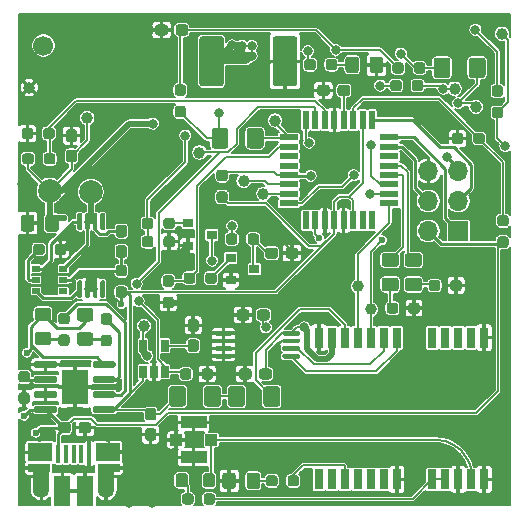
<source format=gtl>
G04 #@! TF.GenerationSoftware,KiCad,Pcbnew,5.1.10-88a1d61d58~90~ubuntu20.04.1*
G04 #@! TF.CreationDate,2021-08-08T16:04:40+03:00*
G04 #@! TF.ProjectId,GPS_keychain,4750535f-6b65-4796-9368-61696e2e6b69,rev?*
G04 #@! TF.SameCoordinates,Original*
G04 #@! TF.FileFunction,Copper,L1,Top*
G04 #@! TF.FilePolarity,Positive*
%FSLAX46Y46*%
G04 Gerber Fmt 4.6, Leading zero omitted, Abs format (unit mm)*
G04 Created by KiCad (PCBNEW 5.1.10-88a1d61d58~90~ubuntu20.04.1) date 2021-08-08 16:04:40*
%MOMM*%
%LPD*%
G01*
G04 APERTURE LIST*
G04 #@! TA.AperFunction,ComponentPad*
%ADD10C,1.700000*%
G04 #@! TD*
G04 #@! TA.AperFunction,SMDPad,CuDef*
%ADD11R,1.600000X0.550000*%
G04 #@! TD*
G04 #@! TA.AperFunction,SMDPad,CuDef*
%ADD12R,0.550000X1.600000*%
G04 #@! TD*
G04 #@! TA.AperFunction,SMDPad,CuDef*
%ADD13R,0.800000X1.800000*%
G04 #@! TD*
G04 #@! TA.AperFunction,SMDPad,CuDef*
%ADD14R,0.650000X1.060000*%
G04 #@! TD*
G04 #@! TA.AperFunction,SMDPad,CuDef*
%ADD15R,0.700000X0.510000*%
G04 #@! TD*
G04 #@! TA.AperFunction,SMDPad,CuDef*
%ADD16R,2.290000X3.000000*%
G04 #@! TD*
G04 #@! TA.AperFunction,SMDPad,CuDef*
%ADD17C,1.000000*%
G04 #@! TD*
G04 #@! TA.AperFunction,SMDPad,CuDef*
%ADD18R,0.900000X0.800000*%
G04 #@! TD*
G04 #@! TA.AperFunction,ComponentPad*
%ADD19O,1.700000X1.700000*%
G04 #@! TD*
G04 #@! TA.AperFunction,ComponentPad*
%ADD20R,1.700000X1.700000*%
G04 #@! TD*
G04 #@! TA.AperFunction,SMDPad,CuDef*
%ADD21C,2.000000*%
G04 #@! TD*
G04 #@! TA.AperFunction,SMDPad,CuDef*
%ADD22R,1.430000X2.500000*%
G04 #@! TD*
G04 #@! TA.AperFunction,ComponentPad*
%ADD23O,1.350000X1.700000*%
G04 #@! TD*
G04 #@! TA.AperFunction,ComponentPad*
%ADD24O,1.100000X1.500000*%
G04 #@! TD*
G04 #@! TA.AperFunction,SMDPad,CuDef*
%ADD25R,0.400000X1.650000*%
G04 #@! TD*
G04 #@! TA.AperFunction,SMDPad,CuDef*
%ADD26R,2.000000X1.500000*%
G04 #@! TD*
G04 #@! TA.AperFunction,SMDPad,CuDef*
%ADD27R,1.825000X0.700000*%
G04 #@! TD*
G04 #@! TA.AperFunction,SMDPad,CuDef*
%ADD28R,1.350000X2.000000*%
G04 #@! TD*
G04 #@! TA.AperFunction,SMDPad,CuDef*
%ADD29R,1.000000X1.000000*%
G04 #@! TD*
G04 #@! TA.AperFunction,SMDPad,CuDef*
%ADD30R,2.200000X1.050000*%
G04 #@! TD*
G04 #@! TA.AperFunction,ViaPad*
%ADD31C,0.800000*%
G04 #@! TD*
G04 #@! TA.AperFunction,ViaPad*
%ADD32C,0.600000*%
G04 #@! TD*
G04 #@! TA.AperFunction,Conductor*
%ADD33C,0.500000*%
G04 #@! TD*
G04 #@! TA.AperFunction,Conductor*
%ADD34C,0.200000*%
G04 #@! TD*
G04 #@! TA.AperFunction,Conductor*
%ADD35C,0.250000*%
G04 #@! TD*
G04 #@! TA.AperFunction,Conductor*
%ADD36C,0.127000*%
G04 #@! TD*
G04 #@! TA.AperFunction,Conductor*
%ADD37C,0.150000*%
G04 #@! TD*
G04 APERTURE END LIST*
D10*
X192798700Y-113271300D03*
D11*
X213569220Y-126630660D03*
X213569220Y-125830660D03*
X213569220Y-125030660D03*
X213569220Y-124230660D03*
X213569220Y-123430660D03*
X213569220Y-122630660D03*
X213569220Y-121830660D03*
X213569220Y-121030660D03*
D12*
X215019220Y-119580660D03*
X215819220Y-119580660D03*
X216619220Y-119580660D03*
X217419220Y-119580660D03*
X218219220Y-119580660D03*
X219019220Y-119580660D03*
X219819220Y-119580660D03*
X220619220Y-119580660D03*
D11*
X222069220Y-121030660D03*
X222069220Y-121830660D03*
X222069220Y-122630660D03*
X222069220Y-123430660D03*
X222069220Y-124230660D03*
X222069220Y-125030660D03*
X222069220Y-125830660D03*
X222069220Y-126630660D03*
D12*
X220619220Y-128080660D03*
X219819220Y-128080660D03*
X219019220Y-128080660D03*
X218219220Y-128080660D03*
X217419220Y-128080660D03*
X216619220Y-128080660D03*
X215819220Y-128080660D03*
X215019220Y-128080660D03*
G04 #@! TA.AperFunction,SMDPad,CuDef*
G36*
G01*
X213033980Y-137727840D02*
X213033980Y-137527840D01*
G75*
G02*
X213133980Y-137427840I100000J0D01*
G01*
X214408980Y-137427840D01*
G75*
G02*
X214508980Y-137527840I0J-100000D01*
G01*
X214508980Y-137727840D01*
G75*
G02*
X214408980Y-137827840I-100000J0D01*
G01*
X213133980Y-137827840D01*
G75*
G02*
X213033980Y-137727840I0J100000D01*
G01*
G37*
G04 #@! TD.AperFunction*
G04 #@! TA.AperFunction,SMDPad,CuDef*
G36*
G01*
X213033980Y-138377840D02*
X213033980Y-138177840D01*
G75*
G02*
X213133980Y-138077840I100000J0D01*
G01*
X214408980Y-138077840D01*
G75*
G02*
X214508980Y-138177840I0J-100000D01*
G01*
X214508980Y-138377840D01*
G75*
G02*
X214408980Y-138477840I-100000J0D01*
G01*
X213133980Y-138477840D01*
G75*
G02*
X213033980Y-138377840I0J100000D01*
G01*
G37*
G04 #@! TD.AperFunction*
G04 #@! TA.AperFunction,SMDPad,CuDef*
G36*
G01*
X213033980Y-139027840D02*
X213033980Y-138827840D01*
G75*
G02*
X213133980Y-138727840I100000J0D01*
G01*
X214408980Y-138727840D01*
G75*
G02*
X214508980Y-138827840I0J-100000D01*
G01*
X214508980Y-139027840D01*
G75*
G02*
X214408980Y-139127840I-100000J0D01*
G01*
X213133980Y-139127840D01*
G75*
G02*
X213033980Y-139027840I0J100000D01*
G01*
G37*
G04 #@! TD.AperFunction*
G04 #@! TA.AperFunction,SMDPad,CuDef*
G36*
G01*
X213033980Y-139677840D02*
X213033980Y-139477840D01*
G75*
G02*
X213133980Y-139377840I100000J0D01*
G01*
X214408980Y-139377840D01*
G75*
G02*
X214508980Y-139477840I0J-100000D01*
G01*
X214508980Y-139677840D01*
G75*
G02*
X214408980Y-139777840I-100000J0D01*
G01*
X213133980Y-139777840D01*
G75*
G02*
X213033980Y-139677840I0J100000D01*
G01*
G37*
G04 #@! TD.AperFunction*
G04 #@! TA.AperFunction,SMDPad,CuDef*
G36*
G01*
X207308980Y-139677840D02*
X207308980Y-139477840D01*
G75*
G02*
X207408980Y-139377840I100000J0D01*
G01*
X208683980Y-139377840D01*
G75*
G02*
X208783980Y-139477840I0J-100000D01*
G01*
X208783980Y-139677840D01*
G75*
G02*
X208683980Y-139777840I-100000J0D01*
G01*
X207408980Y-139777840D01*
G75*
G02*
X207308980Y-139677840I0J100000D01*
G01*
G37*
G04 #@! TD.AperFunction*
G04 #@! TA.AperFunction,SMDPad,CuDef*
G36*
G01*
X207308980Y-139027840D02*
X207308980Y-138827840D01*
G75*
G02*
X207408980Y-138727840I100000J0D01*
G01*
X208683980Y-138727840D01*
G75*
G02*
X208783980Y-138827840I0J-100000D01*
G01*
X208783980Y-139027840D01*
G75*
G02*
X208683980Y-139127840I-100000J0D01*
G01*
X207408980Y-139127840D01*
G75*
G02*
X207308980Y-139027840I0J100000D01*
G01*
G37*
G04 #@! TD.AperFunction*
G04 #@! TA.AperFunction,SMDPad,CuDef*
G36*
G01*
X207308980Y-138377840D02*
X207308980Y-138177840D01*
G75*
G02*
X207408980Y-138077840I100000J0D01*
G01*
X208683980Y-138077840D01*
G75*
G02*
X208783980Y-138177840I0J-100000D01*
G01*
X208783980Y-138377840D01*
G75*
G02*
X208683980Y-138477840I-100000J0D01*
G01*
X207408980Y-138477840D01*
G75*
G02*
X207308980Y-138377840I0J100000D01*
G01*
G37*
G04 #@! TD.AperFunction*
G04 #@! TA.AperFunction,SMDPad,CuDef*
G36*
G01*
X207308980Y-137727840D02*
X207308980Y-137527840D01*
G75*
G02*
X207408980Y-137427840I100000J0D01*
G01*
X208683980Y-137427840D01*
G75*
G02*
X208783980Y-137527840I0J-100000D01*
G01*
X208783980Y-137727840D01*
G75*
G02*
X208683980Y-137827840I-100000J0D01*
G01*
X207408980Y-137827840D01*
G75*
G02*
X207308980Y-137727840I0J100000D01*
G01*
G37*
G04 #@! TD.AperFunction*
D13*
X216113600Y-138007840D03*
X217213600Y-138007840D03*
X218313600Y-138007840D03*
X219413600Y-138007840D03*
X220513600Y-138007840D03*
X221613600Y-138007840D03*
X222713600Y-138007840D03*
X225713600Y-138007840D03*
X226813600Y-138007840D03*
X227913600Y-138007840D03*
X229013600Y-138007840D03*
X230113600Y-138007840D03*
X230113600Y-150007840D03*
X229013600Y-150007840D03*
X227913600Y-150007840D03*
X226813600Y-150007840D03*
X225713600Y-150007840D03*
X222713600Y-150007840D03*
X221613600Y-150007840D03*
X220513600Y-150007840D03*
X219413600Y-150007840D03*
X218313600Y-150007840D03*
X217213600Y-150007840D03*
X216113600Y-150007840D03*
D14*
X201218760Y-138706680D03*
X203118760Y-138706680D03*
X203118760Y-140906680D03*
X202168760Y-140906680D03*
X201218760Y-140906680D03*
G04 #@! TA.AperFunction,SMDPad,CuDef*
G36*
G01*
X197719800Y-133161140D02*
X197919800Y-133161140D01*
G75*
G02*
X198019800Y-133261140I0J-100000D01*
G01*
X198019800Y-134536140D01*
G75*
G02*
X197919800Y-134636140I-100000J0D01*
G01*
X197719800Y-134636140D01*
G75*
G02*
X197619800Y-134536140I0J100000D01*
G01*
X197619800Y-133261140D01*
G75*
G02*
X197719800Y-133161140I100000J0D01*
G01*
G37*
G04 #@! TD.AperFunction*
G04 #@! TA.AperFunction,SMDPad,CuDef*
G36*
G01*
X197069800Y-133161140D02*
X197269800Y-133161140D01*
G75*
G02*
X197369800Y-133261140I0J-100000D01*
G01*
X197369800Y-134536140D01*
G75*
G02*
X197269800Y-134636140I-100000J0D01*
G01*
X197069800Y-134636140D01*
G75*
G02*
X196969800Y-134536140I0J100000D01*
G01*
X196969800Y-133261140D01*
G75*
G02*
X197069800Y-133161140I100000J0D01*
G01*
G37*
G04 #@! TD.AperFunction*
G04 #@! TA.AperFunction,SMDPad,CuDef*
G36*
G01*
X196419800Y-133161140D02*
X196619800Y-133161140D01*
G75*
G02*
X196719800Y-133261140I0J-100000D01*
G01*
X196719800Y-134536140D01*
G75*
G02*
X196619800Y-134636140I-100000J0D01*
G01*
X196419800Y-134636140D01*
G75*
G02*
X196319800Y-134536140I0J100000D01*
G01*
X196319800Y-133261140D01*
G75*
G02*
X196419800Y-133161140I100000J0D01*
G01*
G37*
G04 #@! TD.AperFunction*
G04 #@! TA.AperFunction,SMDPad,CuDef*
G36*
G01*
X195769800Y-133161140D02*
X195969800Y-133161140D01*
G75*
G02*
X196069800Y-133261140I0J-100000D01*
G01*
X196069800Y-134536140D01*
G75*
G02*
X195969800Y-134636140I-100000J0D01*
G01*
X195769800Y-134636140D01*
G75*
G02*
X195669800Y-134536140I0J100000D01*
G01*
X195669800Y-133261140D01*
G75*
G02*
X195769800Y-133161140I100000J0D01*
G01*
G37*
G04 #@! TD.AperFunction*
G04 #@! TA.AperFunction,SMDPad,CuDef*
G36*
G01*
X195769800Y-127436140D02*
X195969800Y-127436140D01*
G75*
G02*
X196069800Y-127536140I0J-100000D01*
G01*
X196069800Y-128811140D01*
G75*
G02*
X195969800Y-128911140I-100000J0D01*
G01*
X195769800Y-128911140D01*
G75*
G02*
X195669800Y-128811140I0J100000D01*
G01*
X195669800Y-127536140D01*
G75*
G02*
X195769800Y-127436140I100000J0D01*
G01*
G37*
G04 #@! TD.AperFunction*
G04 #@! TA.AperFunction,SMDPad,CuDef*
G36*
G01*
X196419800Y-127436140D02*
X196619800Y-127436140D01*
G75*
G02*
X196719800Y-127536140I0J-100000D01*
G01*
X196719800Y-128811140D01*
G75*
G02*
X196619800Y-128911140I-100000J0D01*
G01*
X196419800Y-128911140D01*
G75*
G02*
X196319800Y-128811140I0J100000D01*
G01*
X196319800Y-127536140D01*
G75*
G02*
X196419800Y-127436140I100000J0D01*
G01*
G37*
G04 #@! TD.AperFunction*
G04 #@! TA.AperFunction,SMDPad,CuDef*
G36*
G01*
X197069800Y-127436140D02*
X197269800Y-127436140D01*
G75*
G02*
X197369800Y-127536140I0J-100000D01*
G01*
X197369800Y-128811140D01*
G75*
G02*
X197269800Y-128911140I-100000J0D01*
G01*
X197069800Y-128911140D01*
G75*
G02*
X196969800Y-128811140I0J100000D01*
G01*
X196969800Y-127536140D01*
G75*
G02*
X197069800Y-127436140I100000J0D01*
G01*
G37*
G04 #@! TD.AperFunction*
G04 #@! TA.AperFunction,SMDPad,CuDef*
G36*
G01*
X197719800Y-127436140D02*
X197919800Y-127436140D01*
G75*
G02*
X198019800Y-127536140I0J-100000D01*
G01*
X198019800Y-128811140D01*
G75*
G02*
X197919800Y-128911140I-100000J0D01*
G01*
X197719800Y-128911140D01*
G75*
G02*
X197619800Y-128811140I0J100000D01*
G01*
X197619800Y-127536140D01*
G75*
G02*
X197719800Y-127436140I100000J0D01*
G01*
G37*
G04 #@! TD.AperFunction*
D15*
X194487800Y-132161240D03*
X194487800Y-133111240D03*
X194487800Y-134061240D03*
X192167800Y-134061240D03*
X192167800Y-133111240D03*
X192167800Y-132161240D03*
D16*
X195458080Y-142189200D03*
G04 #@! TA.AperFunction,SMDPad,CuDef*
G36*
G01*
X196958080Y-140434200D02*
X196958080Y-140134200D01*
G75*
G02*
X197108080Y-139984200I150000J0D01*
G01*
X198758080Y-139984200D01*
G75*
G02*
X198908080Y-140134200I0J-150000D01*
G01*
X198908080Y-140434200D01*
G75*
G02*
X198758080Y-140584200I-150000J0D01*
G01*
X197108080Y-140584200D01*
G75*
G02*
X196958080Y-140434200I0J150000D01*
G01*
G37*
G04 #@! TD.AperFunction*
G04 #@! TA.AperFunction,SMDPad,CuDef*
G36*
G01*
X196958080Y-141704200D02*
X196958080Y-141404200D01*
G75*
G02*
X197108080Y-141254200I150000J0D01*
G01*
X198758080Y-141254200D01*
G75*
G02*
X198908080Y-141404200I0J-150000D01*
G01*
X198908080Y-141704200D01*
G75*
G02*
X198758080Y-141854200I-150000J0D01*
G01*
X197108080Y-141854200D01*
G75*
G02*
X196958080Y-141704200I0J150000D01*
G01*
G37*
G04 #@! TD.AperFunction*
G04 #@! TA.AperFunction,SMDPad,CuDef*
G36*
G01*
X196958080Y-142974200D02*
X196958080Y-142674200D01*
G75*
G02*
X197108080Y-142524200I150000J0D01*
G01*
X198758080Y-142524200D01*
G75*
G02*
X198908080Y-142674200I0J-150000D01*
G01*
X198908080Y-142974200D01*
G75*
G02*
X198758080Y-143124200I-150000J0D01*
G01*
X197108080Y-143124200D01*
G75*
G02*
X196958080Y-142974200I0J150000D01*
G01*
G37*
G04 #@! TD.AperFunction*
G04 #@! TA.AperFunction,SMDPad,CuDef*
G36*
G01*
X196958080Y-144244200D02*
X196958080Y-143944200D01*
G75*
G02*
X197108080Y-143794200I150000J0D01*
G01*
X198758080Y-143794200D01*
G75*
G02*
X198908080Y-143944200I0J-150000D01*
G01*
X198908080Y-144244200D01*
G75*
G02*
X198758080Y-144394200I-150000J0D01*
G01*
X197108080Y-144394200D01*
G75*
G02*
X196958080Y-144244200I0J150000D01*
G01*
G37*
G04 #@! TD.AperFunction*
G04 #@! TA.AperFunction,SMDPad,CuDef*
G36*
G01*
X192008080Y-144244200D02*
X192008080Y-143944200D01*
G75*
G02*
X192158080Y-143794200I150000J0D01*
G01*
X193808080Y-143794200D01*
G75*
G02*
X193958080Y-143944200I0J-150000D01*
G01*
X193958080Y-144244200D01*
G75*
G02*
X193808080Y-144394200I-150000J0D01*
G01*
X192158080Y-144394200D01*
G75*
G02*
X192008080Y-144244200I0J150000D01*
G01*
G37*
G04 #@! TD.AperFunction*
G04 #@! TA.AperFunction,SMDPad,CuDef*
G36*
G01*
X192008080Y-142974200D02*
X192008080Y-142674200D01*
G75*
G02*
X192158080Y-142524200I150000J0D01*
G01*
X193808080Y-142524200D01*
G75*
G02*
X193958080Y-142674200I0J-150000D01*
G01*
X193958080Y-142974200D01*
G75*
G02*
X193808080Y-143124200I-150000J0D01*
G01*
X192158080Y-143124200D01*
G75*
G02*
X192008080Y-142974200I0J150000D01*
G01*
G37*
G04 #@! TD.AperFunction*
G04 #@! TA.AperFunction,SMDPad,CuDef*
G36*
G01*
X192008080Y-141704200D02*
X192008080Y-141404200D01*
G75*
G02*
X192158080Y-141254200I150000J0D01*
G01*
X193808080Y-141254200D01*
G75*
G02*
X193958080Y-141404200I0J-150000D01*
G01*
X193958080Y-141704200D01*
G75*
G02*
X193808080Y-141854200I-150000J0D01*
G01*
X192158080Y-141854200D01*
G75*
G02*
X192008080Y-141704200I0J150000D01*
G01*
G37*
G04 #@! TD.AperFunction*
G04 #@! TA.AperFunction,SMDPad,CuDef*
G36*
G01*
X192008080Y-140434200D02*
X192008080Y-140134200D01*
G75*
G02*
X192158080Y-139984200I150000J0D01*
G01*
X193808080Y-139984200D01*
G75*
G02*
X193958080Y-140134200I0J-150000D01*
G01*
X193958080Y-140434200D01*
G75*
G02*
X193808080Y-140584200I-150000J0D01*
G01*
X192158080Y-140584200D01*
G75*
G02*
X192008080Y-140434200I0J150000D01*
G01*
G37*
G04 #@! TD.AperFunction*
D17*
X211421980Y-125826520D03*
X209745580Y-124747020D03*
X231609900Y-112268000D03*
X212407500Y-119621300D03*
X229425500Y-118465600D03*
X227609400Y-116928900D03*
X219415360Y-133672580D03*
X220515180Y-135613140D03*
X206006700Y-122339100D03*
X196507100Y-119430800D03*
X201307700Y-137020300D03*
X191604900Y-116852700D03*
G04 #@! TA.AperFunction,SMDPad,CuDef*
G36*
G01*
X226392560Y-133356340D02*
X226392560Y-133831340D01*
G75*
G02*
X226155060Y-134068840I-237500J0D01*
G01*
X225655060Y-134068840D01*
G75*
G02*
X225417560Y-133831340I0J237500D01*
G01*
X225417560Y-133356340D01*
G75*
G02*
X225655060Y-133118840I237500J0D01*
G01*
X226155060Y-133118840D01*
G75*
G02*
X226392560Y-133356340I0J-237500D01*
G01*
G37*
G04 #@! TD.AperFunction*
G04 #@! TA.AperFunction,SMDPad,CuDef*
G36*
G01*
X228217560Y-133356340D02*
X228217560Y-133831340D01*
G75*
G02*
X227980060Y-134068840I-237500J0D01*
G01*
X227480060Y-134068840D01*
G75*
G02*
X227242560Y-133831340I0J237500D01*
G01*
X227242560Y-133356340D01*
G75*
G02*
X227480060Y-133118840I237500J0D01*
G01*
X227980060Y-133118840D01*
G75*
G02*
X228217560Y-133356340I0J-237500D01*
G01*
G37*
G04 #@! TD.AperFunction*
G04 #@! TA.AperFunction,SMDPad,CuDef*
G36*
G01*
X223683380Y-135743960D02*
X223683380Y-135268960D01*
G75*
G02*
X223920880Y-135031460I237500J0D01*
G01*
X224420880Y-135031460D01*
G75*
G02*
X224658380Y-135268960I0J-237500D01*
G01*
X224658380Y-135743960D01*
G75*
G02*
X224420880Y-135981460I-237500J0D01*
G01*
X223920880Y-135981460D01*
G75*
G02*
X223683380Y-135743960I0J237500D01*
G01*
G37*
G04 #@! TD.AperFunction*
G04 #@! TA.AperFunction,SMDPad,CuDef*
G36*
G01*
X221858380Y-135743960D02*
X221858380Y-135268960D01*
G75*
G02*
X222095880Y-135031460I237500J0D01*
G01*
X222595880Y-135031460D01*
G75*
G02*
X222833380Y-135268960I0J-237500D01*
G01*
X222833380Y-135743960D01*
G75*
G02*
X222595880Y-135981460I-237500J0D01*
G01*
X222095880Y-135981460D01*
G75*
G02*
X221858380Y-135743960I0J237500D01*
G01*
G37*
G04 #@! TD.AperFunction*
G04 #@! TA.AperFunction,SMDPad,CuDef*
G36*
G01*
X208154280Y-124767160D02*
X207679280Y-124767160D01*
G75*
G02*
X207441780Y-124529660I0J237500D01*
G01*
X207441780Y-124029660D01*
G75*
G02*
X207679280Y-123792160I237500J0D01*
G01*
X208154280Y-123792160D01*
G75*
G02*
X208391780Y-124029660I0J-237500D01*
G01*
X208391780Y-124529660D01*
G75*
G02*
X208154280Y-124767160I-237500J0D01*
G01*
G37*
G04 #@! TD.AperFunction*
G04 #@! TA.AperFunction,SMDPad,CuDef*
G36*
G01*
X208154280Y-126592160D02*
X207679280Y-126592160D01*
G75*
G02*
X207441780Y-126354660I0J237500D01*
G01*
X207441780Y-125854660D01*
G75*
G02*
X207679280Y-125617160I237500J0D01*
G01*
X208154280Y-125617160D01*
G75*
G02*
X208391780Y-125854660I0J-237500D01*
G01*
X208391780Y-126354660D01*
G75*
G02*
X208154280Y-126592160I-237500J0D01*
G01*
G37*
G04 #@! TD.AperFunction*
G04 #@! TA.AperFunction,SMDPad,CuDef*
G36*
G01*
X192773480Y-120958620D02*
X192773480Y-120483620D01*
G75*
G02*
X193010980Y-120246120I237500J0D01*
G01*
X193510980Y-120246120D01*
G75*
G02*
X193748480Y-120483620I0J-237500D01*
G01*
X193748480Y-120958620D01*
G75*
G02*
X193510980Y-121196120I-237500J0D01*
G01*
X193010980Y-121196120D01*
G75*
G02*
X192773480Y-120958620I0J237500D01*
G01*
G37*
G04 #@! TD.AperFunction*
G04 #@! TA.AperFunction,SMDPad,CuDef*
G36*
G01*
X190948480Y-120958620D02*
X190948480Y-120483620D01*
G75*
G02*
X191185980Y-120246120I237500J0D01*
G01*
X191685980Y-120246120D01*
G75*
G02*
X191923480Y-120483620I0J-237500D01*
G01*
X191923480Y-120958620D01*
G75*
G02*
X191685980Y-121196120I-237500J0D01*
G01*
X191185980Y-121196120D01*
G75*
G02*
X190948480Y-120958620I0J237500D01*
G01*
G37*
G04 #@! TD.AperFunction*
G04 #@! TA.AperFunction,SMDPad,CuDef*
G36*
G01*
X191976820Y-122632460D02*
X191976820Y-123107460D01*
G75*
G02*
X191739320Y-123344960I-237500J0D01*
G01*
X191239320Y-123344960D01*
G75*
G02*
X191001820Y-123107460I0J237500D01*
G01*
X191001820Y-122632460D01*
G75*
G02*
X191239320Y-122394960I237500J0D01*
G01*
X191739320Y-122394960D01*
G75*
G02*
X191976820Y-122632460I0J-237500D01*
G01*
G37*
G04 #@! TD.AperFunction*
G04 #@! TA.AperFunction,SMDPad,CuDef*
G36*
G01*
X193801820Y-122632460D02*
X193801820Y-123107460D01*
G75*
G02*
X193564320Y-123344960I-237500J0D01*
G01*
X193064320Y-123344960D01*
G75*
G02*
X192826820Y-123107460I0J237500D01*
G01*
X192826820Y-122632460D01*
G75*
G02*
X193064320Y-122394960I237500J0D01*
G01*
X193564320Y-122394960D01*
G75*
G02*
X193801820Y-122632460I0J-237500D01*
G01*
G37*
G04 #@! TD.AperFunction*
G04 #@! TA.AperFunction,SMDPad,CuDef*
G36*
G01*
X229197080Y-121387880D02*
X229197080Y-120912880D01*
G75*
G02*
X229434580Y-120675380I237500J0D01*
G01*
X229934580Y-120675380D01*
G75*
G02*
X230172080Y-120912880I0J-237500D01*
G01*
X230172080Y-121387880D01*
G75*
G02*
X229934580Y-121625380I-237500J0D01*
G01*
X229434580Y-121625380D01*
G75*
G02*
X229197080Y-121387880I0J237500D01*
G01*
G37*
G04 #@! TD.AperFunction*
G04 #@! TA.AperFunction,SMDPad,CuDef*
G36*
G01*
X227372080Y-121387880D02*
X227372080Y-120912880D01*
G75*
G02*
X227609580Y-120675380I237500J0D01*
G01*
X228109580Y-120675380D01*
G75*
G02*
X228347080Y-120912880I0J-237500D01*
G01*
X228347080Y-121387880D01*
G75*
G02*
X228109580Y-121625380I-237500J0D01*
G01*
X227609580Y-121625380D01*
G75*
G02*
X227372080Y-121387880I0J237500D01*
G01*
G37*
G04 #@! TD.AperFunction*
G04 #@! TA.AperFunction,SMDPad,CuDef*
G36*
G01*
X231463840Y-129433500D02*
X231938840Y-129433500D01*
G75*
G02*
X232176340Y-129671000I0J-237500D01*
G01*
X232176340Y-130171000D01*
G75*
G02*
X231938840Y-130408500I-237500J0D01*
G01*
X231463840Y-130408500D01*
G75*
G02*
X231226340Y-130171000I0J237500D01*
G01*
X231226340Y-129671000D01*
G75*
G02*
X231463840Y-129433500I237500J0D01*
G01*
G37*
G04 #@! TD.AperFunction*
G04 #@! TA.AperFunction,SMDPad,CuDef*
G36*
G01*
X231463840Y-127608500D02*
X231938840Y-127608500D01*
G75*
G02*
X232176340Y-127846000I0J-237500D01*
G01*
X232176340Y-128346000D01*
G75*
G02*
X231938840Y-128583500I-237500J0D01*
G01*
X231463840Y-128583500D01*
G75*
G02*
X231226340Y-128346000I0J237500D01*
G01*
X231226340Y-127846000D01*
G75*
G02*
X231463840Y-127608500I237500J0D01*
G01*
G37*
G04 #@! TD.AperFunction*
G04 #@! TA.AperFunction,SMDPad,CuDef*
G36*
G01*
X206497100Y-133206500D02*
X206497100Y-132731500D01*
G75*
G02*
X206734600Y-132494000I237500J0D01*
G01*
X207234600Y-132494000D01*
G75*
G02*
X207472100Y-132731500I0J-237500D01*
G01*
X207472100Y-133206500D01*
G75*
G02*
X207234600Y-133444000I-237500J0D01*
G01*
X206734600Y-133444000D01*
G75*
G02*
X206497100Y-133206500I0J237500D01*
G01*
G37*
G04 #@! TD.AperFunction*
G04 #@! TA.AperFunction,SMDPad,CuDef*
G36*
G01*
X204672100Y-133206500D02*
X204672100Y-132731500D01*
G75*
G02*
X204909600Y-132494000I237500J0D01*
G01*
X205409600Y-132494000D01*
G75*
G02*
X205647100Y-132731500I0J-237500D01*
G01*
X205647100Y-133206500D01*
G75*
G02*
X205409600Y-133444000I-237500J0D01*
G01*
X204909600Y-133444000D01*
G75*
G02*
X204672100Y-133206500I0J237500D01*
G01*
G37*
G04 #@! TD.AperFunction*
G04 #@! TA.AperFunction,SMDPad,CuDef*
G36*
G01*
X203127600Y-134551600D02*
X203602600Y-134551600D01*
G75*
G02*
X203840100Y-134789100I0J-237500D01*
G01*
X203840100Y-135289100D01*
G75*
G02*
X203602600Y-135526600I-237500J0D01*
G01*
X203127600Y-135526600D01*
G75*
G02*
X202890100Y-135289100I0J237500D01*
G01*
X202890100Y-134789100D01*
G75*
G02*
X203127600Y-134551600I237500J0D01*
G01*
G37*
G04 #@! TD.AperFunction*
G04 #@! TA.AperFunction,SMDPad,CuDef*
G36*
G01*
X203127600Y-132726600D02*
X203602600Y-132726600D01*
G75*
G02*
X203840100Y-132964100I0J-237500D01*
G01*
X203840100Y-133464100D01*
G75*
G02*
X203602600Y-133701600I-237500J0D01*
G01*
X203127600Y-133701600D01*
G75*
G02*
X202890100Y-133464100I0J237500D01*
G01*
X202890100Y-132964100D01*
G75*
G02*
X203127600Y-132726600I237500J0D01*
G01*
G37*
G04 #@! TD.AperFunction*
G04 #@! TA.AperFunction,SMDPad,CuDef*
G36*
G01*
X202953800Y-128571000D02*
X202953800Y-128096000D01*
G75*
G02*
X203191300Y-127858500I237500J0D01*
G01*
X203691300Y-127858500D01*
G75*
G02*
X203928800Y-128096000I0J-237500D01*
G01*
X203928800Y-128571000D01*
G75*
G02*
X203691300Y-128808500I-237500J0D01*
G01*
X203191300Y-128808500D01*
G75*
G02*
X202953800Y-128571000I0J237500D01*
G01*
G37*
G04 #@! TD.AperFunction*
G04 #@! TA.AperFunction,SMDPad,CuDef*
G36*
G01*
X201128800Y-128571000D02*
X201128800Y-128096000D01*
G75*
G02*
X201366300Y-127858500I237500J0D01*
G01*
X201866300Y-127858500D01*
G75*
G02*
X202103800Y-128096000I0J-237500D01*
G01*
X202103800Y-128571000D01*
G75*
G02*
X201866300Y-128808500I-237500J0D01*
G01*
X201366300Y-128808500D01*
G75*
G02*
X201128800Y-128571000I0J237500D01*
G01*
G37*
G04 #@! TD.AperFunction*
G04 #@! TA.AperFunction,SMDPad,CuDef*
G36*
G01*
X202953800Y-130120400D02*
X202953800Y-129645400D01*
G75*
G02*
X203191300Y-129407900I237500J0D01*
G01*
X203691300Y-129407900D01*
G75*
G02*
X203928800Y-129645400I0J-237500D01*
G01*
X203928800Y-130120400D01*
G75*
G02*
X203691300Y-130357900I-237500J0D01*
G01*
X203191300Y-130357900D01*
G75*
G02*
X202953800Y-130120400I0J237500D01*
G01*
G37*
G04 #@! TD.AperFunction*
G04 #@! TA.AperFunction,SMDPad,CuDef*
G36*
G01*
X201128800Y-130120400D02*
X201128800Y-129645400D01*
G75*
G02*
X201366300Y-129407900I237500J0D01*
G01*
X201866300Y-129407900D01*
G75*
G02*
X202103800Y-129645400I0J-237500D01*
G01*
X202103800Y-130120400D01*
G75*
G02*
X201866300Y-130357900I-237500J0D01*
G01*
X201366300Y-130357900D01*
G75*
G02*
X201128800Y-130120400I0J237500D01*
G01*
G37*
G04 #@! TD.AperFunction*
G04 #@! TA.AperFunction,SMDPad,CuDef*
G36*
G01*
X209224700Y-129416800D02*
X209224700Y-129891800D01*
G75*
G02*
X208987200Y-130129300I-237500J0D01*
G01*
X208487200Y-130129300D01*
G75*
G02*
X208249700Y-129891800I0J237500D01*
G01*
X208249700Y-129416800D01*
G75*
G02*
X208487200Y-129179300I237500J0D01*
G01*
X208987200Y-129179300D01*
G75*
G02*
X209224700Y-129416800I0J-237500D01*
G01*
G37*
G04 #@! TD.AperFunction*
G04 #@! TA.AperFunction,SMDPad,CuDef*
G36*
G01*
X211049700Y-129416800D02*
X211049700Y-129891800D01*
G75*
G02*
X210812200Y-130129300I-237500J0D01*
G01*
X210312200Y-130129300D01*
G75*
G02*
X210074700Y-129891800I0J237500D01*
G01*
X210074700Y-129416800D01*
G75*
G02*
X210312200Y-129179300I237500J0D01*
G01*
X210812200Y-129179300D01*
G75*
G02*
X211049700Y-129416800I0J-237500D01*
G01*
G37*
G04 #@! TD.AperFunction*
G04 #@! TA.AperFunction,SMDPad,CuDef*
G36*
G01*
X206354860Y-151905980D02*
X206354860Y-151430980D01*
G75*
G02*
X206592360Y-151193480I237500J0D01*
G01*
X207092360Y-151193480D01*
G75*
G02*
X207329860Y-151430980I0J-237500D01*
G01*
X207329860Y-151905980D01*
G75*
G02*
X207092360Y-152143480I-237500J0D01*
G01*
X206592360Y-152143480D01*
G75*
G02*
X206354860Y-151905980I0J237500D01*
G01*
G37*
G04 #@! TD.AperFunction*
G04 #@! TA.AperFunction,SMDPad,CuDef*
G36*
G01*
X204529860Y-151905980D02*
X204529860Y-151430980D01*
G75*
G02*
X204767360Y-151193480I237500J0D01*
G01*
X205267360Y-151193480D01*
G75*
G02*
X205504860Y-151430980I0J-237500D01*
G01*
X205504860Y-151905980D01*
G75*
G02*
X205267360Y-152143480I-237500J0D01*
G01*
X204767360Y-152143480D01*
G75*
G02*
X204529860Y-151905980I0J237500D01*
G01*
G37*
G04 #@! TD.AperFunction*
G04 #@! TA.AperFunction,SMDPad,CuDef*
G36*
G01*
X213464960Y-150366740D02*
X213464960Y-149891740D01*
G75*
G02*
X213702460Y-149654240I237500J0D01*
G01*
X214202460Y-149654240D01*
G75*
G02*
X214439960Y-149891740I0J-237500D01*
G01*
X214439960Y-150366740D01*
G75*
G02*
X214202460Y-150604240I-237500J0D01*
G01*
X213702460Y-150604240D01*
G75*
G02*
X213464960Y-150366740I0J237500D01*
G01*
G37*
G04 #@! TD.AperFunction*
G04 #@! TA.AperFunction,SMDPad,CuDef*
G36*
G01*
X211639960Y-150366740D02*
X211639960Y-149891740D01*
G75*
G02*
X211877460Y-149654240I237500J0D01*
G01*
X212377460Y-149654240D01*
G75*
G02*
X212614960Y-149891740I0J-237500D01*
G01*
X212614960Y-150366740D01*
G75*
G02*
X212377460Y-150604240I-237500J0D01*
G01*
X211877460Y-150604240D01*
G75*
G02*
X211639960Y-150366740I0J237500D01*
G01*
G37*
G04 #@! TD.AperFunction*
G04 #@! TA.AperFunction,SMDPad,CuDef*
G36*
G01*
X216697740Y-115129320D02*
X216697740Y-114654320D01*
G75*
G02*
X216935240Y-114416820I237500J0D01*
G01*
X217435240Y-114416820D01*
G75*
G02*
X217672740Y-114654320I0J-237500D01*
G01*
X217672740Y-115129320D01*
G75*
G02*
X217435240Y-115366820I-237500J0D01*
G01*
X216935240Y-115366820D01*
G75*
G02*
X216697740Y-115129320I0J237500D01*
G01*
G37*
G04 #@! TD.AperFunction*
G04 #@! TA.AperFunction,SMDPad,CuDef*
G36*
G01*
X214872740Y-115129320D02*
X214872740Y-114654320D01*
G75*
G02*
X215110240Y-114416820I237500J0D01*
G01*
X215610240Y-114416820D01*
G75*
G02*
X215847740Y-114654320I0J-237500D01*
G01*
X215847740Y-115129320D01*
G75*
G02*
X215610240Y-115366820I-237500J0D01*
G01*
X215110240Y-115366820D01*
G75*
G02*
X214872740Y-115129320I0J237500D01*
G01*
G37*
G04 #@! TD.AperFunction*
G04 #@! TA.AperFunction,SMDPad,CuDef*
G36*
G01*
X204143600Y-118384500D02*
X204618600Y-118384500D01*
G75*
G02*
X204856100Y-118622000I0J-237500D01*
G01*
X204856100Y-119122000D01*
G75*
G02*
X204618600Y-119359500I-237500J0D01*
G01*
X204143600Y-119359500D01*
G75*
G02*
X203906100Y-119122000I0J237500D01*
G01*
X203906100Y-118622000D01*
G75*
G02*
X204143600Y-118384500I237500J0D01*
G01*
G37*
G04 #@! TD.AperFunction*
G04 #@! TA.AperFunction,SMDPad,CuDef*
G36*
G01*
X204143600Y-116559500D02*
X204618600Y-116559500D01*
G75*
G02*
X204856100Y-116797000I0J-237500D01*
G01*
X204856100Y-117297000D01*
G75*
G02*
X204618600Y-117534500I-237500J0D01*
G01*
X204143600Y-117534500D01*
G75*
G02*
X203906100Y-117297000I0J237500D01*
G01*
X203906100Y-116797000D01*
G75*
G02*
X204143600Y-116559500I237500J0D01*
G01*
G37*
G04 #@! TD.AperFunction*
G04 #@! TA.AperFunction,SMDPad,CuDef*
G36*
G01*
X224152640Y-115408720D02*
X224152640Y-114933720D01*
G75*
G02*
X224390140Y-114696220I237500J0D01*
G01*
X224890140Y-114696220D01*
G75*
G02*
X225127640Y-114933720I0J-237500D01*
G01*
X225127640Y-115408720D01*
G75*
G02*
X224890140Y-115646220I-237500J0D01*
G01*
X224390140Y-115646220D01*
G75*
G02*
X224152640Y-115408720I0J237500D01*
G01*
G37*
G04 #@! TD.AperFunction*
G04 #@! TA.AperFunction,SMDPad,CuDef*
G36*
G01*
X222327640Y-115408720D02*
X222327640Y-114933720D01*
G75*
G02*
X222565140Y-114696220I237500J0D01*
G01*
X223065140Y-114696220D01*
G75*
G02*
X223302640Y-114933720I0J-237500D01*
G01*
X223302640Y-115408720D01*
G75*
G02*
X223065140Y-115646220I-237500J0D01*
G01*
X222565140Y-115646220D01*
G75*
G02*
X222327640Y-115408720I0J237500D01*
G01*
G37*
G04 #@! TD.AperFunction*
G04 #@! TA.AperFunction,SMDPad,CuDef*
G36*
G01*
X223987540Y-116902240D02*
X223987540Y-116427240D01*
G75*
G02*
X224225040Y-116189740I237500J0D01*
G01*
X224725040Y-116189740D01*
G75*
G02*
X224962540Y-116427240I0J-237500D01*
G01*
X224962540Y-116902240D01*
G75*
G02*
X224725040Y-117139740I-237500J0D01*
G01*
X224225040Y-117139740D01*
G75*
G02*
X223987540Y-116902240I0J237500D01*
G01*
G37*
G04 #@! TD.AperFunction*
G04 #@! TA.AperFunction,SMDPad,CuDef*
G36*
G01*
X222162540Y-116902240D02*
X222162540Y-116427240D01*
G75*
G02*
X222400040Y-116189740I237500J0D01*
G01*
X222900040Y-116189740D01*
G75*
G02*
X223137540Y-116427240I0J-237500D01*
G01*
X223137540Y-116902240D01*
G75*
G02*
X222900040Y-117139740I-237500J0D01*
G01*
X222400040Y-117139740D01*
G75*
G02*
X222162540Y-116902240I0J237500D01*
G01*
G37*
G04 #@! TD.AperFunction*
G04 #@! TA.AperFunction,SMDPad,CuDef*
G36*
G01*
X230991400Y-118460700D02*
X231466400Y-118460700D01*
G75*
G02*
X231703900Y-118698200I0J-237500D01*
G01*
X231703900Y-119198200D01*
G75*
G02*
X231466400Y-119435700I-237500J0D01*
G01*
X230991400Y-119435700D01*
G75*
G02*
X230753900Y-119198200I0J237500D01*
G01*
X230753900Y-118698200D01*
G75*
G02*
X230991400Y-118460700I237500J0D01*
G01*
G37*
G04 #@! TD.AperFunction*
G04 #@! TA.AperFunction,SMDPad,CuDef*
G36*
G01*
X230991400Y-116635700D02*
X231466400Y-116635700D01*
G75*
G02*
X231703900Y-116873200I0J-237500D01*
G01*
X231703900Y-117373200D01*
G75*
G02*
X231466400Y-117610700I-237500J0D01*
G01*
X230991400Y-117610700D01*
G75*
G02*
X230753900Y-117373200I0J237500D01*
G01*
X230753900Y-116873200D01*
G75*
G02*
X230991400Y-116635700I237500J0D01*
G01*
G37*
G04 #@! TD.AperFunction*
G04 #@! TA.AperFunction,SMDPad,CuDef*
G36*
G01*
X205328340Y-140854420D02*
X205328340Y-141329420D01*
G75*
G02*
X205090840Y-141566920I-237500J0D01*
G01*
X204590840Y-141566920D01*
G75*
G02*
X204353340Y-141329420I0J237500D01*
G01*
X204353340Y-140854420D01*
G75*
G02*
X204590840Y-140616920I237500J0D01*
G01*
X205090840Y-140616920D01*
G75*
G02*
X205328340Y-140854420I0J-237500D01*
G01*
G37*
G04 #@! TD.AperFunction*
G04 #@! TA.AperFunction,SMDPad,CuDef*
G36*
G01*
X207153340Y-140854420D02*
X207153340Y-141329420D01*
G75*
G02*
X206915840Y-141566920I-237500J0D01*
G01*
X206415840Y-141566920D01*
G75*
G02*
X206178340Y-141329420I0J237500D01*
G01*
X206178340Y-140854420D01*
G75*
G02*
X206415840Y-140616920I237500J0D01*
G01*
X206915840Y-140616920D01*
G75*
G02*
X207153340Y-140854420I0J-237500D01*
G01*
G37*
G04 #@! TD.AperFunction*
G04 #@! TA.AperFunction,SMDPad,CuDef*
G36*
G01*
X199152500Y-133665140D02*
X199627500Y-133665140D01*
G75*
G02*
X199865000Y-133902640I0J-237500D01*
G01*
X199865000Y-134402640D01*
G75*
G02*
X199627500Y-134640140I-237500J0D01*
G01*
X199152500Y-134640140D01*
G75*
G02*
X198915000Y-134402640I0J237500D01*
G01*
X198915000Y-133902640D01*
G75*
G02*
X199152500Y-133665140I237500J0D01*
G01*
G37*
G04 #@! TD.AperFunction*
G04 #@! TA.AperFunction,SMDPad,CuDef*
G36*
G01*
X199152500Y-131840140D02*
X199627500Y-131840140D01*
G75*
G02*
X199865000Y-132077640I0J-237500D01*
G01*
X199865000Y-132577640D01*
G75*
G02*
X199627500Y-132815140I-237500J0D01*
G01*
X199152500Y-132815140D01*
G75*
G02*
X198915000Y-132577640I0J237500D01*
G01*
X198915000Y-132077640D01*
G75*
G02*
X199152500Y-131840140I237500J0D01*
G01*
G37*
G04 #@! TD.AperFunction*
G04 #@! TA.AperFunction,SMDPad,CuDef*
G36*
G01*
X192902660Y-130303260D02*
X192902660Y-130778260D01*
G75*
G02*
X192665160Y-131015760I-237500J0D01*
G01*
X192165160Y-131015760D01*
G75*
G02*
X191927660Y-130778260I0J237500D01*
G01*
X191927660Y-130303260D01*
G75*
G02*
X192165160Y-130065760I237500J0D01*
G01*
X192665160Y-130065760D01*
G75*
G02*
X192902660Y-130303260I0J-237500D01*
G01*
G37*
G04 #@! TD.AperFunction*
G04 #@! TA.AperFunction,SMDPad,CuDef*
G36*
G01*
X194727660Y-130303260D02*
X194727660Y-130778260D01*
G75*
G02*
X194490160Y-131015760I-237500J0D01*
G01*
X193990160Y-131015760D01*
G75*
G02*
X193752660Y-130778260I0J237500D01*
G01*
X193752660Y-130303260D01*
G75*
G02*
X193990160Y-130065760I237500J0D01*
G01*
X194490160Y-130065760D01*
G75*
G02*
X194727660Y-130303260I0J-237500D01*
G01*
G37*
G04 #@! TD.AperFunction*
G04 #@! TA.AperFunction,SMDPad,CuDef*
G36*
G01*
X191392820Y-141791500D02*
X190917820Y-141791500D01*
G75*
G02*
X190680320Y-141554000I0J237500D01*
G01*
X190680320Y-141054000D01*
G75*
G02*
X190917820Y-140816500I237500J0D01*
G01*
X191392820Y-140816500D01*
G75*
G02*
X191630320Y-141054000I0J-237500D01*
G01*
X191630320Y-141554000D01*
G75*
G02*
X191392820Y-141791500I-237500J0D01*
G01*
G37*
G04 #@! TD.AperFunction*
G04 #@! TA.AperFunction,SMDPad,CuDef*
G36*
G01*
X191392820Y-143616500D02*
X190917820Y-143616500D01*
G75*
G02*
X190680320Y-143379000I0J237500D01*
G01*
X190680320Y-142879000D01*
G75*
G02*
X190917820Y-142641500I237500J0D01*
G01*
X191392820Y-142641500D01*
G75*
G02*
X191630320Y-142879000I0J-237500D01*
G01*
X191630320Y-143379000D01*
G75*
G02*
X191392820Y-143616500I-237500J0D01*
G01*
G37*
G04 #@! TD.AperFunction*
G04 #@! TA.AperFunction,SMDPad,CuDef*
G36*
G01*
X197877420Y-137769780D02*
X198352420Y-137769780D01*
G75*
G02*
X198589920Y-138007280I0J-237500D01*
G01*
X198589920Y-138507280D01*
G75*
G02*
X198352420Y-138744780I-237500J0D01*
G01*
X197877420Y-138744780D01*
G75*
G02*
X197639920Y-138507280I0J237500D01*
G01*
X197639920Y-138007280D01*
G75*
G02*
X197877420Y-137769780I237500J0D01*
G01*
G37*
G04 #@! TD.AperFunction*
G04 #@! TA.AperFunction,SMDPad,CuDef*
G36*
G01*
X197877420Y-135944780D02*
X198352420Y-135944780D01*
G75*
G02*
X198589920Y-136182280I0J-237500D01*
G01*
X198589920Y-136682280D01*
G75*
G02*
X198352420Y-136919780I-237500J0D01*
G01*
X197877420Y-136919780D01*
G75*
G02*
X197639920Y-136682280I0J237500D01*
G01*
X197639920Y-136182280D01*
G75*
G02*
X197877420Y-135944780I237500J0D01*
G01*
G37*
G04 #@! TD.AperFunction*
G04 #@! TA.AperFunction,SMDPad,CuDef*
G36*
G01*
X194296020Y-137734220D02*
X194771020Y-137734220D01*
G75*
G02*
X195008520Y-137971720I0J-237500D01*
G01*
X195008520Y-138471720D01*
G75*
G02*
X194771020Y-138709220I-237500J0D01*
G01*
X194296020Y-138709220D01*
G75*
G02*
X194058520Y-138471720I0J237500D01*
G01*
X194058520Y-137971720D01*
G75*
G02*
X194296020Y-137734220I237500J0D01*
G01*
G37*
G04 #@! TD.AperFunction*
G04 #@! TA.AperFunction,SMDPad,CuDef*
G36*
G01*
X194296020Y-135909220D02*
X194771020Y-135909220D01*
G75*
G02*
X195008520Y-136146720I0J-237500D01*
G01*
X195008520Y-136646720D01*
G75*
G02*
X194771020Y-136884220I-237500J0D01*
G01*
X194296020Y-136884220D01*
G75*
G02*
X194058520Y-136646720I0J237500D01*
G01*
X194058520Y-136146720D01*
G75*
G02*
X194296020Y-135909220I237500J0D01*
G01*
G37*
G04 #@! TD.AperFunction*
D18*
X210661000Y-132184100D03*
X208661000Y-133134100D03*
X208661000Y-131234100D03*
X207048100Y-129273300D03*
X205048100Y-130223300D03*
X205048100Y-128323300D03*
G04 #@! TA.AperFunction,SMDPad,CuDef*
G36*
G01*
X206286880Y-150438601D02*
X206286880Y-149738599D01*
G75*
G02*
X206536879Y-149488600I249999J0D01*
G01*
X207086881Y-149488600D01*
G75*
G02*
X207336880Y-149738599I0J-249999D01*
G01*
X207336880Y-150438601D01*
G75*
G02*
X207086881Y-150688600I-249999J0D01*
G01*
X206536879Y-150688600D01*
G75*
G02*
X206286880Y-150438601I0J249999D01*
G01*
G37*
G04 #@! TD.AperFunction*
G04 #@! TA.AperFunction,SMDPad,CuDef*
G36*
G01*
X203986880Y-150438601D02*
X203986880Y-149738599D01*
G75*
G02*
X204236879Y-149488600I249999J0D01*
G01*
X204786881Y-149488600D01*
G75*
G02*
X205036880Y-149738599I0J-249999D01*
G01*
X205036880Y-150438601D01*
G75*
G02*
X204786881Y-150688600I-249999J0D01*
G01*
X204236879Y-150688600D01*
G75*
G02*
X203986880Y-150438601I0J249999D01*
G01*
G37*
G04 #@! TD.AperFunction*
D19*
X225376740Y-123898660D03*
X227916740Y-123898660D03*
X225376740Y-126438660D03*
X227916740Y-126438660D03*
X225376740Y-128978660D03*
D20*
X227916740Y-128978660D03*
D21*
X196819520Y-125674120D03*
X193314320Y-125577600D03*
D22*
X196314060Y-150972520D03*
X194394060Y-150972520D03*
D23*
X198084060Y-150702520D03*
X192624060Y-150702520D03*
D24*
X197774060Y-147702520D03*
X192934060Y-147702520D03*
D25*
X196654060Y-147822520D03*
X196004060Y-147822520D03*
X195354060Y-147822520D03*
X194704060Y-147822520D03*
X194054060Y-147822520D03*
D26*
X198254060Y-147702520D03*
X192504060Y-147722520D03*
D27*
X198354060Y-149022520D03*
X192404060Y-149022520D03*
D28*
X192624060Y-149772520D03*
X198104060Y-149772520D03*
G04 #@! TA.AperFunction,SMDPad,CuDef*
G36*
G01*
X209862120Y-142366840D02*
X209862120Y-143616840D01*
G75*
G02*
X209612120Y-143866840I-250000J0D01*
G01*
X208687120Y-143866840D01*
G75*
G02*
X208437120Y-143616840I0J250000D01*
G01*
X208437120Y-142366840D01*
G75*
G02*
X208687120Y-142116840I250000J0D01*
G01*
X209612120Y-142116840D01*
G75*
G02*
X209862120Y-142366840I0J-250000D01*
G01*
G37*
G04 #@! TD.AperFunction*
G04 #@! TA.AperFunction,SMDPad,CuDef*
G36*
G01*
X212837120Y-142366840D02*
X212837120Y-143616840D01*
G75*
G02*
X212587120Y-143866840I-250000J0D01*
G01*
X211662120Y-143866840D01*
G75*
G02*
X211412120Y-143616840I0J250000D01*
G01*
X211412120Y-142366840D01*
G75*
G02*
X211662120Y-142116840I250000J0D01*
G01*
X212587120Y-142116840D01*
G75*
G02*
X212837120Y-142366840I0J-250000D01*
G01*
G37*
G04 #@! TD.AperFunction*
G04 #@! TA.AperFunction,SMDPad,CuDef*
G36*
G01*
X224591900Y-132017440D02*
X223641900Y-132017440D01*
G75*
G02*
X223391900Y-131767440I0J250000D01*
G01*
X223391900Y-131092440D01*
G75*
G02*
X223641900Y-130842440I250000J0D01*
G01*
X224591900Y-130842440D01*
G75*
G02*
X224841900Y-131092440I0J-250000D01*
G01*
X224841900Y-131767440D01*
G75*
G02*
X224591900Y-132017440I-250000J0D01*
G01*
G37*
G04 #@! TD.AperFunction*
G04 #@! TA.AperFunction,SMDPad,CuDef*
G36*
G01*
X224591900Y-134092440D02*
X223641900Y-134092440D01*
G75*
G02*
X223391900Y-133842440I0J250000D01*
G01*
X223391900Y-133167440D01*
G75*
G02*
X223641900Y-132917440I250000J0D01*
G01*
X224591900Y-132917440D01*
G75*
G02*
X224841900Y-133167440I0J-250000D01*
G01*
X224841900Y-133842440D01*
G75*
G02*
X224591900Y-134092440I-250000J0D01*
G01*
G37*
G04 #@! TD.AperFunction*
G04 #@! TA.AperFunction,SMDPad,CuDef*
G36*
G01*
X222631020Y-132014900D02*
X221681020Y-132014900D01*
G75*
G02*
X221431020Y-131764900I0J250000D01*
G01*
X221431020Y-131089900D01*
G75*
G02*
X221681020Y-130839900I250000J0D01*
G01*
X222631020Y-130839900D01*
G75*
G02*
X222881020Y-131089900I0J-250000D01*
G01*
X222881020Y-131764900D01*
G75*
G02*
X222631020Y-132014900I-250000J0D01*
G01*
G37*
G04 #@! TD.AperFunction*
G04 #@! TA.AperFunction,SMDPad,CuDef*
G36*
G01*
X222631020Y-134089900D02*
X221681020Y-134089900D01*
G75*
G02*
X221431020Y-133839900I0J250000D01*
G01*
X221431020Y-133164900D01*
G75*
G02*
X221681020Y-132914900I250000J0D01*
G01*
X222631020Y-132914900D01*
G75*
G02*
X222881020Y-133164900I0J-250000D01*
G01*
X222881020Y-133839900D01*
G75*
G02*
X222631020Y-134089900I-250000J0D01*
G01*
G37*
G04 #@! TD.AperFunction*
G04 #@! TA.AperFunction,SMDPad,CuDef*
G36*
G01*
X204852300Y-142351600D02*
X204852300Y-143601600D01*
G75*
G02*
X204602300Y-143851600I-250000J0D01*
G01*
X203677300Y-143851600D01*
G75*
G02*
X203427300Y-143601600I0J250000D01*
G01*
X203427300Y-142351600D01*
G75*
G02*
X203677300Y-142101600I250000J0D01*
G01*
X204602300Y-142101600D01*
G75*
G02*
X204852300Y-142351600I0J-250000D01*
G01*
G37*
G04 #@! TD.AperFunction*
G04 #@! TA.AperFunction,SMDPad,CuDef*
G36*
G01*
X207827300Y-142351600D02*
X207827300Y-143601600D01*
G75*
G02*
X207577300Y-143851600I-250000J0D01*
G01*
X206652300Y-143851600D01*
G75*
G02*
X206402300Y-143601600I0J250000D01*
G01*
X206402300Y-142351600D01*
G75*
G02*
X206652300Y-142101600I250000J0D01*
G01*
X207577300Y-142101600D01*
G75*
G02*
X207827300Y-142351600I0J-250000D01*
G01*
G37*
G04 #@! TD.AperFunction*
G04 #@! TA.AperFunction,SMDPad,CuDef*
G36*
G01*
X209991000Y-150579241D02*
X209991000Y-149679239D01*
G75*
G02*
X210240999Y-149429240I249999J0D01*
G01*
X210891001Y-149429240D01*
G75*
G02*
X211141000Y-149679239I0J-249999D01*
G01*
X211141000Y-150579241D01*
G75*
G02*
X210891001Y-150829240I-249999J0D01*
G01*
X210240999Y-150829240D01*
G75*
G02*
X209991000Y-150579241I0J249999D01*
G01*
G37*
G04 #@! TD.AperFunction*
G04 #@! TA.AperFunction,SMDPad,CuDef*
G36*
G01*
X207941000Y-150579241D02*
X207941000Y-149679239D01*
G75*
G02*
X208190999Y-149429240I249999J0D01*
G01*
X208841001Y-149429240D01*
G75*
G02*
X209091000Y-149679239I0J-249999D01*
G01*
X209091000Y-150579241D01*
G75*
G02*
X208841001Y-150829240I-249999J0D01*
G01*
X208190999Y-150829240D01*
G75*
G02*
X207941000Y-150579241I0J249999D01*
G01*
G37*
G04 #@! TD.AperFunction*
G04 #@! TA.AperFunction,SMDPad,CuDef*
G36*
G01*
X221560080Y-114459599D02*
X221560080Y-115359601D01*
G75*
G02*
X221310081Y-115609600I-249999J0D01*
G01*
X220660079Y-115609600D01*
G75*
G02*
X220410080Y-115359601I0J249999D01*
G01*
X220410080Y-114459599D01*
G75*
G02*
X220660079Y-114209600I249999J0D01*
G01*
X221310081Y-114209600D01*
G75*
G02*
X221560080Y-114459599I0J-249999D01*
G01*
G37*
G04 #@! TD.AperFunction*
G04 #@! TA.AperFunction,SMDPad,CuDef*
G36*
G01*
X219510080Y-114459599D02*
X219510080Y-115359601D01*
G75*
G02*
X219260081Y-115609600I-249999J0D01*
G01*
X218610079Y-115609600D01*
G75*
G02*
X218360080Y-115359601I0J249999D01*
G01*
X218360080Y-114459599D01*
G75*
G02*
X218610079Y-114209600I249999J0D01*
G01*
X219260081Y-114209600D01*
G75*
G02*
X219510080Y-114459599I0J-249999D01*
G01*
G37*
G04 #@! TD.AperFunction*
G04 #@! TA.AperFunction,SMDPad,CuDef*
G36*
G01*
X208455900Y-120494900D02*
X208455900Y-121744900D01*
G75*
G02*
X208205900Y-121994900I-250000J0D01*
G01*
X207280900Y-121994900D01*
G75*
G02*
X207030900Y-121744900I0J250000D01*
G01*
X207030900Y-120494900D01*
G75*
G02*
X207280900Y-120244900I250000J0D01*
G01*
X208205900Y-120244900D01*
G75*
G02*
X208455900Y-120494900I0J-250000D01*
G01*
G37*
G04 #@! TD.AperFunction*
G04 #@! TA.AperFunction,SMDPad,CuDef*
G36*
G01*
X211430900Y-120494900D02*
X211430900Y-121744900D01*
G75*
G02*
X211180900Y-121994900I-250000J0D01*
G01*
X210255900Y-121994900D01*
G75*
G02*
X210005900Y-121744900I0J250000D01*
G01*
X210005900Y-120494900D01*
G75*
G02*
X210255900Y-120244900I250000J0D01*
G01*
X211180900Y-120244900D01*
G75*
G02*
X211430900Y-120494900I0J-250000D01*
G01*
G37*
G04 #@! TD.AperFunction*
G04 #@! TA.AperFunction,SMDPad,CuDef*
G36*
G01*
X227252560Y-114538600D02*
X227252560Y-115788600D01*
G75*
G02*
X227002560Y-116038600I-250000J0D01*
G01*
X226077560Y-116038600D01*
G75*
G02*
X225827560Y-115788600I0J250000D01*
G01*
X225827560Y-114538600D01*
G75*
G02*
X226077560Y-114288600I250000J0D01*
G01*
X227002560Y-114288600D01*
G75*
G02*
X227252560Y-114538600I0J-250000D01*
G01*
G37*
G04 #@! TD.AperFunction*
G04 #@! TA.AperFunction,SMDPad,CuDef*
G36*
G01*
X230227560Y-114538600D02*
X230227560Y-115788600D01*
G75*
G02*
X229977560Y-116038600I-250000J0D01*
G01*
X229052560Y-116038600D01*
G75*
G02*
X228802560Y-115788600I0J250000D01*
G01*
X228802560Y-114538600D01*
G75*
G02*
X229052560Y-114288600I250000J0D01*
G01*
X229977560Y-114288600D01*
G75*
G02*
X230227560Y-114538600I0J-250000D01*
G01*
G37*
G04 #@! TD.AperFunction*
G04 #@! TA.AperFunction,SMDPad,CuDef*
G36*
G01*
X196771681Y-136640040D02*
X195871679Y-136640040D01*
G75*
G02*
X195621680Y-136390041I0J249999D01*
G01*
X195621680Y-135740039D01*
G75*
G02*
X195871679Y-135490040I249999J0D01*
G01*
X196771681Y-135490040D01*
G75*
G02*
X197021680Y-135740039I0J-249999D01*
G01*
X197021680Y-136390041D01*
G75*
G02*
X196771681Y-136640040I-249999J0D01*
G01*
G37*
G04 #@! TD.AperFunction*
G04 #@! TA.AperFunction,SMDPad,CuDef*
G36*
G01*
X196771681Y-138690040D02*
X195871679Y-138690040D01*
G75*
G02*
X195621680Y-138440041I0J249999D01*
G01*
X195621680Y-137790039D01*
G75*
G02*
X195871679Y-137540040I249999J0D01*
G01*
X196771681Y-137540040D01*
G75*
G02*
X197021680Y-137790039I0J-249999D01*
G01*
X197021680Y-138440041D01*
G75*
G02*
X196771681Y-138690040I-249999J0D01*
G01*
G37*
G04 #@! TD.AperFunction*
G04 #@! TA.AperFunction,SMDPad,CuDef*
G36*
G01*
X193205521Y-136614640D02*
X192305519Y-136614640D01*
G75*
G02*
X192055520Y-136364641I0J249999D01*
G01*
X192055520Y-135714639D01*
G75*
G02*
X192305519Y-135464640I249999J0D01*
G01*
X193205521Y-135464640D01*
G75*
G02*
X193455520Y-135714639I0J-249999D01*
G01*
X193455520Y-136364641D01*
G75*
G02*
X193205521Y-136614640I-249999J0D01*
G01*
G37*
G04 #@! TD.AperFunction*
G04 #@! TA.AperFunction,SMDPad,CuDef*
G36*
G01*
X193205521Y-138664640D02*
X192305519Y-138664640D01*
G75*
G02*
X192055520Y-138414641I0J249999D01*
G01*
X192055520Y-137764639D01*
G75*
G02*
X192305519Y-137514640I249999J0D01*
G01*
X193205521Y-137514640D01*
G75*
G02*
X193455520Y-137764639I0J-249999D01*
G01*
X193455520Y-138414641D01*
G75*
G02*
X193205521Y-138664640I-249999J0D01*
G01*
G37*
G04 #@! TD.AperFunction*
G04 #@! TA.AperFunction,SMDPad,CuDef*
G36*
G01*
X194936100Y-122093700D02*
X195411100Y-122093700D01*
G75*
G02*
X195648600Y-122331200I0J-237500D01*
G01*
X195648600Y-122931200D01*
G75*
G02*
X195411100Y-123168700I-237500J0D01*
G01*
X194936100Y-123168700D01*
G75*
G02*
X194698600Y-122931200I0J237500D01*
G01*
X194698600Y-122331200D01*
G75*
G02*
X194936100Y-122093700I237500J0D01*
G01*
G37*
G04 #@! TD.AperFunction*
G04 #@! TA.AperFunction,SMDPad,CuDef*
G36*
G01*
X194936100Y-120368700D02*
X195411100Y-120368700D01*
G75*
G02*
X195648600Y-120606200I0J-237500D01*
G01*
X195648600Y-121206200D01*
G75*
G02*
X195411100Y-121443700I-237500J0D01*
G01*
X194936100Y-121443700D01*
G75*
G02*
X194698600Y-121206200I0J237500D01*
G01*
X194698600Y-120606200D01*
G75*
G02*
X194936100Y-120368700I237500J0D01*
G01*
G37*
G04 #@! TD.AperFunction*
G04 #@! TA.AperFunction,SMDPad,CuDef*
G36*
G01*
X217691680Y-117313720D02*
X217691680Y-116838720D01*
G75*
G02*
X217929180Y-116601220I237500J0D01*
G01*
X218529180Y-116601220D01*
G75*
G02*
X218766680Y-116838720I0J-237500D01*
G01*
X218766680Y-117313720D01*
G75*
G02*
X218529180Y-117551220I-237500J0D01*
G01*
X217929180Y-117551220D01*
G75*
G02*
X217691680Y-117313720I0J237500D01*
G01*
G37*
G04 #@! TD.AperFunction*
G04 #@! TA.AperFunction,SMDPad,CuDef*
G36*
G01*
X215966680Y-117313720D02*
X215966680Y-116838720D01*
G75*
G02*
X216204180Y-116601220I237500J0D01*
G01*
X216804180Y-116601220D01*
G75*
G02*
X217041680Y-116838720I0J-237500D01*
G01*
X217041680Y-117313720D01*
G75*
G02*
X216804180Y-117551220I-237500J0D01*
G01*
X216204180Y-117551220D01*
G75*
G02*
X215966680Y-117313720I0J237500D01*
G01*
G37*
G04 #@! TD.AperFunction*
G04 #@! TA.AperFunction,SMDPad,CuDef*
G36*
G01*
X213292400Y-131085600D02*
X213292400Y-130610600D01*
G75*
G02*
X213529900Y-130373100I237500J0D01*
G01*
X214129900Y-130373100D01*
G75*
G02*
X214367400Y-130610600I0J-237500D01*
G01*
X214367400Y-131085600D01*
G75*
G02*
X214129900Y-131323100I-237500J0D01*
G01*
X213529900Y-131323100D01*
G75*
G02*
X213292400Y-131085600I0J237500D01*
G01*
G37*
G04 #@! TD.AperFunction*
G04 #@! TA.AperFunction,SMDPad,CuDef*
G36*
G01*
X211567400Y-131085600D02*
X211567400Y-130610600D01*
G75*
G02*
X211804900Y-130373100I237500J0D01*
G01*
X212404900Y-130373100D01*
G75*
G02*
X212642400Y-130610600I0J-237500D01*
G01*
X212642400Y-131085600D01*
G75*
G02*
X212404900Y-131323100I-237500J0D01*
G01*
X211804900Y-131323100D01*
G75*
G02*
X211567400Y-131085600I0J237500D01*
G01*
G37*
G04 #@! TD.AperFunction*
G04 #@! TA.AperFunction,SMDPad,CuDef*
G36*
G01*
X211063720Y-141319260D02*
X211063720Y-140844260D01*
G75*
G02*
X211301220Y-140606760I237500J0D01*
G01*
X211901220Y-140606760D01*
G75*
G02*
X212138720Y-140844260I0J-237500D01*
G01*
X212138720Y-141319260D01*
G75*
G02*
X211901220Y-141556760I-237500J0D01*
G01*
X211301220Y-141556760D01*
G75*
G02*
X211063720Y-141319260I0J237500D01*
G01*
G37*
G04 #@! TD.AperFunction*
G04 #@! TA.AperFunction,SMDPad,CuDef*
G36*
G01*
X209338720Y-141319260D02*
X209338720Y-140844260D01*
G75*
G02*
X209576220Y-140606760I237500J0D01*
G01*
X210176220Y-140606760D01*
G75*
G02*
X210413720Y-140844260I0J-237500D01*
G01*
X210413720Y-141319260D01*
G75*
G02*
X210176220Y-141556760I-237500J0D01*
G01*
X209576220Y-141556760D01*
G75*
G02*
X209338720Y-141319260I0J237500D01*
G01*
G37*
G04 #@! TD.AperFunction*
G04 #@! TA.AperFunction,SMDPad,CuDef*
G36*
G01*
X212215820Y-116482340D02*
X212215820Y-112732340D01*
G75*
G02*
X212465820Y-112482340I250000J0D01*
G01*
X214040820Y-112482340D01*
G75*
G02*
X214290820Y-112732340I0J-250000D01*
G01*
X214290820Y-116482340D01*
G75*
G02*
X214040820Y-116732340I-250000J0D01*
G01*
X212465820Y-116732340D01*
G75*
G02*
X212215820Y-116482340I0J250000D01*
G01*
G37*
G04 #@! TD.AperFunction*
G04 #@! TA.AperFunction,SMDPad,CuDef*
G36*
G01*
X205990820Y-116482340D02*
X205990820Y-112732340D01*
G75*
G02*
X206240820Y-112482340I250000J0D01*
G01*
X207815820Y-112482340D01*
G75*
G02*
X208065820Y-112732340I0J-250000D01*
G01*
X208065820Y-116482340D01*
G75*
G02*
X207815820Y-116732340I-250000J0D01*
G01*
X206240820Y-116732340D01*
G75*
G02*
X205990820Y-116482340I0J250000D01*
G01*
G37*
G04 #@! TD.AperFunction*
G04 #@! TA.AperFunction,SMDPad,CuDef*
G36*
G01*
X210230840Y-135850620D02*
X210230840Y-136325620D01*
G75*
G02*
X209993340Y-136563120I-237500J0D01*
G01*
X209393340Y-136563120D01*
G75*
G02*
X209155840Y-136325620I0J237500D01*
G01*
X209155840Y-135850620D01*
G75*
G02*
X209393340Y-135613120I237500J0D01*
G01*
X209993340Y-135613120D01*
G75*
G02*
X210230840Y-135850620I0J-237500D01*
G01*
G37*
G04 #@! TD.AperFunction*
G04 #@! TA.AperFunction,SMDPad,CuDef*
G36*
G01*
X211955840Y-135850620D02*
X211955840Y-136325620D01*
G75*
G02*
X211718340Y-136563120I-237500J0D01*
G01*
X211118340Y-136563120D01*
G75*
G02*
X210880840Y-136325620I0J237500D01*
G01*
X210880840Y-135850620D01*
G75*
G02*
X211118340Y-135613120I237500J0D01*
G01*
X211718340Y-135613120D01*
G75*
G02*
X211955840Y-135850620I0J-237500D01*
G01*
G37*
G04 #@! TD.AperFunction*
G04 #@! TA.AperFunction,SMDPad,CuDef*
G36*
G01*
X205713340Y-137504460D02*
X205238340Y-137504460D01*
G75*
G02*
X205000840Y-137266960I0J237500D01*
G01*
X205000840Y-136666960D01*
G75*
G02*
X205238340Y-136429460I237500J0D01*
G01*
X205713340Y-136429460D01*
G75*
G02*
X205950840Y-136666960I0J-237500D01*
G01*
X205950840Y-137266960D01*
G75*
G02*
X205713340Y-137504460I-237500J0D01*
G01*
G37*
G04 #@! TD.AperFunction*
G04 #@! TA.AperFunction,SMDPad,CuDef*
G36*
G01*
X205713340Y-139229460D02*
X205238340Y-139229460D01*
G75*
G02*
X205000840Y-138991960I0J237500D01*
G01*
X205000840Y-138391960D01*
G75*
G02*
X205238340Y-138154460I237500J0D01*
G01*
X205713340Y-138154460D01*
G75*
G02*
X205950840Y-138391960I0J-237500D01*
G01*
X205950840Y-138991960D01*
G75*
G02*
X205713340Y-139229460I-237500J0D01*
G01*
G37*
G04 #@! TD.AperFunction*
G04 #@! TA.AperFunction,SMDPad,CuDef*
G36*
G01*
X203983300Y-112193080D02*
X203983300Y-111718080D01*
G75*
G02*
X204220800Y-111480580I237500J0D01*
G01*
X204820800Y-111480580D01*
G75*
G02*
X205058300Y-111718080I0J-237500D01*
G01*
X205058300Y-112193080D01*
G75*
G02*
X204820800Y-112430580I-237500J0D01*
G01*
X204220800Y-112430580D01*
G75*
G02*
X203983300Y-112193080I0J237500D01*
G01*
G37*
G04 #@! TD.AperFunction*
G04 #@! TA.AperFunction,SMDPad,CuDef*
G36*
G01*
X202258300Y-112193080D02*
X202258300Y-111718080D01*
G75*
G02*
X202495800Y-111480580I237500J0D01*
G01*
X203095800Y-111480580D01*
G75*
G02*
X203333300Y-111718080I0J-237500D01*
G01*
X203333300Y-112193080D01*
G75*
G02*
X203095800Y-112430580I-237500J0D01*
G01*
X202495800Y-112430580D01*
G75*
G02*
X202258300Y-112193080I0J237500D01*
G01*
G37*
G04 #@! TD.AperFunction*
G04 #@! TA.AperFunction,SMDPad,CuDef*
G36*
G01*
X201636620Y-145668880D02*
X202111620Y-145668880D01*
G75*
G02*
X202349120Y-145906380I0J-237500D01*
G01*
X202349120Y-146506380D01*
G75*
G02*
X202111620Y-146743880I-237500J0D01*
G01*
X201636620Y-146743880D01*
G75*
G02*
X201399120Y-146506380I0J237500D01*
G01*
X201399120Y-145906380D01*
G75*
G02*
X201636620Y-145668880I237500J0D01*
G01*
G37*
G04 #@! TD.AperFunction*
G04 #@! TA.AperFunction,SMDPad,CuDef*
G36*
G01*
X201636620Y-143943880D02*
X202111620Y-143943880D01*
G75*
G02*
X202349120Y-144181380I0J-237500D01*
G01*
X202349120Y-144781380D01*
G75*
G02*
X202111620Y-145018880I-237500J0D01*
G01*
X201636620Y-145018880D01*
G75*
G02*
X201399120Y-144781380I0J237500D01*
G01*
X201399120Y-144181380D01*
G75*
G02*
X201636620Y-143943880I237500J0D01*
G01*
G37*
G04 #@! TD.AperFunction*
G04 #@! TA.AperFunction,SMDPad,CuDef*
G36*
G01*
X192037460Y-127840720D02*
X192037460Y-128790720D01*
G75*
G02*
X191787460Y-129040720I-250000J0D01*
G01*
X191112460Y-129040720D01*
G75*
G02*
X190862460Y-128790720I0J250000D01*
G01*
X190862460Y-127840720D01*
G75*
G02*
X191112460Y-127590720I250000J0D01*
G01*
X191787460Y-127590720D01*
G75*
G02*
X192037460Y-127840720I0J-250000D01*
G01*
G37*
G04 #@! TD.AperFunction*
G04 #@! TA.AperFunction,SMDPad,CuDef*
G36*
G01*
X194112460Y-127840720D02*
X194112460Y-128790720D01*
G75*
G02*
X193862460Y-129040720I-250000J0D01*
G01*
X193187460Y-129040720D01*
G75*
G02*
X192937460Y-128790720I0J250000D01*
G01*
X192937460Y-127840720D01*
G75*
G02*
X193187460Y-127590720I250000J0D01*
G01*
X193862460Y-127590720D01*
G75*
G02*
X194112460Y-127840720I0J-250000D01*
G01*
G37*
G04 #@! TD.AperFunction*
G04 #@! TA.AperFunction,SMDPad,CuDef*
G36*
G01*
X199637660Y-129533940D02*
X199162660Y-129533940D01*
G75*
G02*
X198925160Y-129296440I0J237500D01*
G01*
X198925160Y-128696440D01*
G75*
G02*
X199162660Y-128458940I237500J0D01*
G01*
X199637660Y-128458940D01*
G75*
G02*
X199875160Y-128696440I0J-237500D01*
G01*
X199875160Y-129296440D01*
G75*
G02*
X199637660Y-129533940I-237500J0D01*
G01*
G37*
G04 #@! TD.AperFunction*
G04 #@! TA.AperFunction,SMDPad,CuDef*
G36*
G01*
X199637660Y-131258940D02*
X199162660Y-131258940D01*
G75*
G02*
X198925160Y-131021440I0J237500D01*
G01*
X198925160Y-130421440D01*
G75*
G02*
X199162660Y-130183940I237500J0D01*
G01*
X199637660Y-130183940D01*
G75*
G02*
X199875160Y-130421440I0J-237500D01*
G01*
X199875160Y-131021440D01*
G75*
G02*
X199637660Y-131258940I-237500J0D01*
G01*
G37*
G04 #@! TD.AperFunction*
G04 #@! TA.AperFunction,SMDPad,CuDef*
G36*
G01*
X195763860Y-145870940D02*
X195763860Y-145395940D01*
G75*
G02*
X196001360Y-145158440I237500J0D01*
G01*
X196601360Y-145158440D01*
G75*
G02*
X196838860Y-145395940I0J-237500D01*
G01*
X196838860Y-145870940D01*
G75*
G02*
X196601360Y-146108440I-237500J0D01*
G01*
X196001360Y-146108440D01*
G75*
G02*
X195763860Y-145870940I0J237500D01*
G01*
G37*
G04 #@! TD.AperFunction*
G04 #@! TA.AperFunction,SMDPad,CuDef*
G36*
G01*
X194038860Y-145870940D02*
X194038860Y-145395940D01*
G75*
G02*
X194276360Y-145158440I237500J0D01*
G01*
X194876360Y-145158440D01*
G75*
G02*
X195113860Y-145395940I0J-237500D01*
G01*
X195113860Y-145870940D01*
G75*
G02*
X194876360Y-146108440I-237500J0D01*
G01*
X194276360Y-146108440D01*
G75*
G02*
X194038860Y-145870940I0J237500D01*
G01*
G37*
G04 #@! TD.AperFunction*
D29*
X207021560Y-146661400D03*
X204021560Y-146661400D03*
D30*
X205521560Y-145186400D03*
X205521560Y-148136400D03*
D31*
X216048760Y-145663200D03*
X218048760Y-145663200D03*
X214045720Y-145665740D03*
X212045720Y-145665740D03*
X210045720Y-145665740D03*
X208045720Y-145665740D03*
X218003040Y-147997460D03*
X216003040Y-147997460D03*
X195200000Y-113700000D03*
X192878128Y-115189206D03*
X193876796Y-116187874D03*
X197871467Y-120182545D03*
X195135500Y-129921000D03*
X203860400Y-131318000D03*
X204609700Y-135369300D03*
X212369400Y-129235200D03*
X216458800Y-126326900D03*
X210439000Y-116306600D03*
X209473800Y-116344700D03*
X209842100Y-115506500D03*
X208826100Y-115544600D03*
X210858102Y-115506500D03*
X201000000Y-132000000D03*
X201000000Y-131000000D03*
X200000000Y-127000000D03*
X200000000Y-125000000D03*
X200000000Y-123000000D03*
X202000000Y-116000000D03*
X200000000Y-116000000D03*
X196000000Y-114700000D03*
X202000000Y-114000000D03*
X192031620Y-111533940D03*
X193581020Y-111345980D03*
X194700000Y-112300000D03*
X201058780Y-111417100D03*
X191345820Y-112849660D03*
X191627760Y-114330480D03*
X191518540Y-118470680D03*
X191000000Y-125000000D03*
X200000000Y-152000000D03*
X202000000Y-152000000D03*
X227929440Y-151594820D03*
X232000000Y-132000000D03*
X220000000Y-148000000D03*
X214000000Y-148000000D03*
X212000000Y-148000000D03*
X210000000Y-148000000D03*
X208000000Y-148000000D03*
X215976200Y-136278620D03*
X226740720Y-120916700D03*
D32*
X192123060Y-146070320D03*
X191145160Y-144622520D03*
X191389000Y-139298680D03*
D31*
X209593180Y-113276380D03*
X210426300Y-113291620D03*
X208760060Y-113250980D03*
D32*
X194503040Y-127909320D03*
X199395080Y-135188960D03*
D31*
X208760060Y-114089180D03*
X209593180Y-114114580D03*
X210426300Y-114129820D03*
X202057000Y-119888000D03*
X217558620Y-113644680D03*
X201576940Y-139542520D03*
X214878920Y-137134600D03*
X211630260Y-137134600D03*
X223055180Y-113959640D03*
X227898960Y-118155720D03*
X220519220Y-121678700D03*
X207695800Y-118986300D03*
X226951540Y-122689620D03*
X215422480Y-124307600D03*
X207073500Y-131495800D03*
X200858110Y-134914640D03*
X200682860Y-133437390D03*
X231912000Y-121805700D03*
X219049600Y-124269500D03*
X229362000Y-111950500D03*
X226651820Y-116931440D03*
X220402150Y-125863350D03*
X221302580Y-116659660D03*
X215188800Y-113751360D03*
X208775300Y-128549400D03*
X204800200Y-120891300D03*
X215277700Y-121500900D03*
D32*
X221488000Y-129750820D03*
X216147742Y-129574198D03*
D33*
X191449960Y-126634240D02*
X191465200Y-126619000D01*
X194515740Y-130540760D02*
X195135500Y-129921000D01*
X194240160Y-130540760D02*
X194515740Y-130540760D01*
X205048100Y-130223300D02*
X203953400Y-131318000D01*
X203953400Y-131318000D02*
X203860400Y-131318000D01*
X203365100Y-135039100D02*
X204279500Y-135039100D01*
X204279500Y-135039100D02*
X204609700Y-135369300D01*
D34*
X213829900Y-130695700D02*
X212369400Y-129235200D01*
X213829900Y-130848100D02*
X213829900Y-130695700D01*
X212483700Y-138747500D02*
X212483700Y-138912418D01*
X212953360Y-138277840D02*
X212483700Y-138747500D01*
X213771480Y-138277840D02*
X212953360Y-138277840D01*
X216619220Y-126487320D02*
X216458800Y-126326900D01*
X216619220Y-128080660D02*
X216619220Y-126487320D01*
X212138260Y-114607340D02*
X210439000Y-116306600D01*
X213253320Y-114607340D02*
X212138260Y-114607340D01*
X208826100Y-115697000D02*
X208826100Y-115544600D01*
X209473800Y-116344700D02*
X208826100Y-115697000D01*
X209842100Y-115506500D02*
X210858102Y-115506500D01*
D33*
X196872860Y-133898640D02*
X196872860Y-132920740D01*
X196519800Y-133898640D02*
X196872860Y-133898640D01*
X196872860Y-133898640D02*
X197169800Y-133898640D01*
D34*
X216113600Y-138007840D02*
X216113600Y-136416020D01*
X216113600Y-136416020D02*
X215976200Y-136278620D01*
X226974400Y-121150380D02*
X226740720Y-120916700D01*
X227859580Y-121150380D02*
X226974400Y-121150380D01*
X207021560Y-149878920D02*
X207021560Y-146661400D01*
X206811880Y-150088600D02*
X207021560Y-149878920D01*
X226013600Y-146661400D02*
X207021560Y-146661400D01*
X226013600Y-146661400D02*
X226307651Y-146675845D01*
X226307651Y-146675845D02*
X226598870Y-146719044D01*
X226598870Y-146719044D02*
X226884454Y-146790578D01*
X226884454Y-146790578D02*
X227161650Y-146889761D01*
X227161650Y-146889761D02*
X227427790Y-147015636D01*
X227427790Y-147015636D02*
X227680310Y-147166991D01*
X227680310Y-147166991D02*
X227916779Y-147342368D01*
X227916779Y-147342368D02*
X228134920Y-147540079D01*
X228134920Y-147540079D02*
X228332631Y-147758220D01*
X228332631Y-147758220D02*
X228508008Y-147994689D01*
X228508008Y-147994689D02*
X228659363Y-148247209D01*
X228659363Y-148247209D02*
X228785238Y-148513349D01*
X228785238Y-148513349D02*
X228884421Y-148790545D01*
X228884421Y-148790545D02*
X228955955Y-149076129D01*
X228955955Y-149076129D02*
X228999154Y-149367348D01*
X228999154Y-149367348D02*
X229013600Y-149661400D01*
X229013600Y-149661400D02*
X229013600Y-150007840D01*
D35*
X193930910Y-137215030D02*
X192755520Y-136039640D01*
X195763730Y-137215030D02*
X193930910Y-137215030D01*
X196321680Y-136657080D02*
X195763730Y-137215030D01*
X196321680Y-136065040D02*
X196321680Y-136657080D01*
X197308070Y-139659190D02*
X197933080Y-140284200D01*
X191730510Y-138652820D02*
X192736880Y-139659190D01*
X191730510Y-137064650D02*
X191730510Y-138652820D01*
X192736880Y-139659190D02*
X197308070Y-139659190D01*
X192755520Y-136039640D02*
X191730510Y-137064650D01*
X193037120Y-144094200D02*
X194576360Y-145633440D01*
X192983080Y-144094200D02*
X193037120Y-144094200D01*
X194054060Y-146155740D02*
X194054060Y-147822520D01*
X194576360Y-145633440D02*
X194054060Y-146155740D01*
X192559940Y-145633440D02*
X192123060Y-146070320D01*
X194576360Y-145633440D02*
X192559940Y-145633440D01*
X191673480Y-144094200D02*
X191145160Y-144622520D01*
X192983080Y-144094200D02*
X191673480Y-144094200D01*
X191730510Y-138957170D02*
X191730510Y-138652820D01*
X191389000Y-139298680D02*
X191730510Y-138957170D01*
X231541679Y-130080661D02*
X231701340Y-129921000D01*
X226478741Y-130080661D02*
X231541679Y-130080661D01*
X225376740Y-128978660D02*
X226478741Y-130080661D01*
D34*
X229452941Y-144361399D02*
X231282240Y-142532100D01*
X203341737Y-144361399D02*
X229452941Y-144361399D01*
X202334266Y-145368870D02*
X203341737Y-144361399D01*
X197334446Y-145368870D02*
X202334266Y-145368870D01*
X196824006Y-144858430D02*
X197334446Y-145368870D01*
X195351370Y-144858430D02*
X196824006Y-144858430D01*
X231282240Y-130340100D02*
X231701340Y-129921000D01*
X231282240Y-142532100D02*
X231282240Y-130340100D01*
X194576360Y-145633440D02*
X195351370Y-144858430D01*
D35*
X196519800Y-128173640D02*
X197169800Y-128173640D01*
X197169800Y-128862198D02*
X197169800Y-128173640D01*
X197543752Y-129236150D02*
X197169800Y-128862198D01*
X198095848Y-129236150D02*
X197543752Y-129236150D01*
X198335558Y-128996440D02*
X198095848Y-129236150D01*
X199400160Y-128996440D02*
X198335558Y-128996440D01*
X196519800Y-130129240D02*
X196519800Y-128173640D01*
X194487800Y-132161240D02*
X196519800Y-130129240D01*
D33*
X196819520Y-127873920D02*
X196519800Y-128173640D01*
X196819520Y-125674120D02*
X196819520Y-127873920D01*
D35*
X199400160Y-132317480D02*
X199390000Y-132327640D01*
X199400160Y-130721440D02*
X199400160Y-132317480D01*
X195087800Y-133111240D02*
X194487800Y-133111240D01*
X195871400Y-132327640D02*
X195087800Y-133111240D01*
X199390000Y-132327640D02*
X195871400Y-132327640D01*
X200133109Y-142651461D02*
X198690370Y-144094200D01*
X200133110Y-134420750D02*
X200133109Y-142651461D01*
X199865000Y-134152640D02*
X200133110Y-134420750D01*
X198690370Y-144094200D02*
X197933080Y-144094200D01*
X199390000Y-134152640D02*
X199865000Y-134152640D01*
X199395080Y-134157720D02*
X199390000Y-134152640D01*
X199395080Y-135188960D02*
X199395080Y-134157720D01*
D33*
X193314320Y-128105080D02*
X193524960Y-128315720D01*
D34*
X198761240Y-144094200D02*
X197933080Y-144094200D01*
X201218760Y-141636680D02*
X198761240Y-144094200D01*
X201218760Y-140906680D02*
X201218760Y-141636680D01*
X201519960Y-144127220D02*
X197966100Y-144127220D01*
X197966100Y-144127220D02*
X197933080Y-144094200D01*
X201874120Y-144481380D02*
X201519960Y-144127220D01*
X202635020Y-144481380D02*
X204139800Y-142976600D01*
X201874120Y-144481380D02*
X202635020Y-144481380D01*
X217419220Y-128080660D02*
X217419220Y-126494240D01*
X217419220Y-126494240D02*
X217850720Y-126062740D01*
X217850720Y-126062740D02*
X218691460Y-126062740D01*
X219019220Y-126390500D02*
X219019220Y-128080660D01*
X218691460Y-126062740D02*
X219019220Y-126390500D01*
X219819220Y-124934980D02*
X218691460Y-126062740D01*
X219819220Y-119580660D02*
X219819220Y-124934980D01*
X217419220Y-129190722D02*
X217419220Y-128080660D01*
X191489320Y-123752600D02*
X193314320Y-125577600D01*
X191489320Y-122869960D02*
X191489320Y-123752600D01*
D33*
X209567780Y-114089180D02*
X209593180Y-114114580D01*
X208760060Y-114089180D02*
X209567780Y-114089180D01*
X210411060Y-114114580D02*
X210426300Y-114129820D01*
X209593180Y-114114580D02*
X210411060Y-114114580D01*
D34*
X216330241Y-130279701D02*
X217419220Y-129190722D01*
X215280801Y-130279701D02*
X216330241Y-130279701D01*
X211632800Y-126631700D02*
X215280801Y-130279701D01*
X208443820Y-126631700D02*
X211632800Y-126631700D01*
X207916780Y-126104660D02*
X208443820Y-126631700D01*
X212472542Y-134137400D02*
X199405240Y-134137400D01*
X217419220Y-129190722D02*
X212472542Y-134137400D01*
X199405240Y-134137400D02*
X199390000Y-134152640D01*
X195173600Y-123718320D02*
X193314320Y-125577600D01*
X195173600Y-122631200D02*
X195173600Y-123718320D01*
X196507100Y-121297700D02*
X196507100Y-119430800D01*
X195173600Y-122631200D02*
X196507100Y-121297700D01*
D33*
X207403700Y-114607340D02*
X208760060Y-113250980D01*
X207028320Y-114607340D02*
X207403700Y-114607340D01*
X209567780Y-113250980D02*
X209593180Y-113276380D01*
X208760060Y-113250980D02*
X209567780Y-113250980D01*
X208262220Y-114607340D02*
X209593180Y-113276380D01*
X207028320Y-114607340D02*
X208262220Y-114607340D01*
X207028320Y-114607340D02*
X207782160Y-114607340D01*
X207782160Y-114607340D02*
X208241900Y-114147600D01*
X208701640Y-114147600D02*
X208760060Y-114089180D01*
X208241900Y-114147600D02*
X208701640Y-114147600D01*
X209593180Y-113276380D02*
X209593180Y-113581180D01*
X209593180Y-113581180D02*
X209593180Y-114114580D01*
X209948780Y-114607340D02*
X210426300Y-114129820D01*
X208262220Y-114607340D02*
X209948780Y-114607340D01*
X208262220Y-114587020D02*
X208760060Y-114089180D01*
X208262220Y-114607340D02*
X208262220Y-114587020D01*
X209120740Y-114587020D02*
X209593180Y-114114580D01*
X208262220Y-114587020D02*
X209120740Y-114587020D01*
X193314320Y-126779020D02*
X193314320Y-128105080D01*
X193314320Y-125577600D02*
X193314320Y-126779020D01*
X193931360Y-127909320D02*
X193524960Y-128315720D01*
X194503040Y-127909320D02*
X193931360Y-127909320D01*
X194335400Y-125577600D02*
X193314320Y-125577600D01*
X200025000Y-119888000D02*
X194335400Y-125577600D01*
X202057000Y-119888000D02*
X200025000Y-119888000D01*
D34*
X215869520Y-111955580D02*
X217558620Y-113644680D01*
X204520800Y-111955580D02*
X215869520Y-111955580D01*
X221288600Y-113644680D02*
X222815140Y-115171220D01*
X217558620Y-113644680D02*
X221288600Y-113644680D01*
X204381100Y-112095280D02*
X204520800Y-111955580D01*
X204381100Y-117047000D02*
X204381100Y-112095280D01*
X205461120Y-138706680D02*
X205475840Y-138691960D01*
X203118760Y-138706680D02*
X205461120Y-138706680D01*
X211601220Y-139060600D02*
X213033980Y-137627840D01*
X213033980Y-137627840D02*
X213771480Y-137627840D01*
X211601220Y-141081760D02*
X211601220Y-139060600D01*
D33*
X201218760Y-139184340D02*
X201576940Y-139542520D01*
D34*
X201218760Y-138706680D02*
X201218760Y-139184340D01*
X214264720Y-137134600D02*
X213771480Y-137627840D01*
X214878920Y-137134600D02*
X214264720Y-137134600D01*
X211418340Y-136088120D02*
X211418340Y-136922680D01*
X211418340Y-136922680D02*
X211630260Y-137134600D01*
X201218760Y-137109240D02*
X201307700Y-137020300D01*
X201218760Y-138706680D02*
X201218760Y-137109240D01*
X217213600Y-138747842D02*
X217213600Y-138007840D01*
X214878920Y-137134600D02*
X215094820Y-137350500D01*
D33*
X217213600Y-139386400D02*
X217213600Y-138747842D01*
X216800000Y-139800000D02*
X217213600Y-139386400D01*
X215094820Y-138944126D02*
X215950694Y-139800000D01*
X215950694Y-139800000D02*
X216800000Y-139800000D01*
X215094820Y-137350500D02*
X215094820Y-138944126D01*
D34*
X210562200Y-132085300D02*
X210661000Y-132184100D01*
X210562200Y-129654300D02*
X210562200Y-132085300D01*
X211756000Y-130848100D02*
X210562200Y-129654300D01*
X212104900Y-130848100D02*
X211756000Y-130848100D01*
X218229180Y-119570700D02*
X218219220Y-119580660D01*
X218229180Y-117076220D02*
X218229180Y-119570700D01*
D35*
X194401440Y-138089640D02*
X194533520Y-138221720D01*
X192755520Y-138089640D02*
X194401440Y-138089640D01*
X197972680Y-138115040D02*
X198114920Y-138257280D01*
X196321680Y-138115040D02*
X197972680Y-138115040D01*
D34*
X226532440Y-115171220D02*
X226540060Y-115163600D01*
X224640140Y-115171220D02*
X226532440Y-115171220D01*
X224266760Y-115171220D02*
X223055180Y-113959640D01*
X224640140Y-115171220D02*
X224266760Y-115171220D01*
X229515060Y-116539620D02*
X227898960Y-118155720D01*
X229515060Y-115163600D02*
X229515060Y-116539620D01*
X221254218Y-125030660D02*
X222069220Y-125030660D01*
X220519220Y-124295662D02*
X221254218Y-125030660D01*
X220519220Y-121678700D02*
X220519220Y-124295662D01*
X229115620Y-118155720D02*
X229425500Y-118465600D01*
X227898960Y-118155720D02*
X229115620Y-118155720D01*
X206629000Y-121119900D02*
X204381100Y-118872000D01*
X207743400Y-121119900D02*
X206629000Y-121119900D01*
X207695800Y-121072300D02*
X207743400Y-121119900D01*
X207695800Y-118986300D02*
X207695800Y-121072300D01*
X213479980Y-121119900D02*
X213569220Y-121030660D01*
X210718400Y-121119900D02*
X213479980Y-121119900D01*
X212407500Y-119868940D02*
X213569220Y-121030660D01*
X212407500Y-119621300D02*
X212407500Y-119868940D01*
X218917300Y-114891820D02*
X218935080Y-114909600D01*
X217185240Y-114891820D02*
X218917300Y-114891820D01*
X210566000Y-150129240D02*
X212127460Y-150129240D01*
X209134380Y-142976600D02*
X209149620Y-142991840D01*
X207114800Y-142976600D02*
X209134380Y-142976600D01*
X223250760Y-130332660D02*
X222156020Y-131427400D01*
X223250760Y-124335540D02*
X223250760Y-130332660D01*
X223145880Y-124230660D02*
X223250760Y-124335540D01*
X222069220Y-124230660D02*
X223145880Y-124230660D01*
X222156020Y-135316600D02*
X222345880Y-135506460D01*
X222156020Y-133502400D02*
X222156020Y-135316600D01*
X223069220Y-123430660D02*
X222069220Y-123430660D01*
X223631760Y-123993200D02*
X223069220Y-123430660D01*
X223631760Y-130944800D02*
X223631760Y-123993200D01*
X224116900Y-131429940D02*
X223631760Y-130944800D01*
X225816160Y-133504940D02*
X225905060Y-133593840D01*
X224116900Y-133504940D02*
X225816160Y-133504940D01*
X218313600Y-136907840D02*
X218313600Y-138007840D01*
X217001498Y-135595738D02*
X218313600Y-136907840D01*
X214500380Y-135595738D02*
X217001498Y-135595738D01*
X210763710Y-139332408D02*
X214500380Y-135595738D01*
X210763710Y-141630930D02*
X210763710Y-139332408D01*
X212124620Y-142991840D02*
X210763710Y-141630930D01*
X208249421Y-123947019D02*
X207916780Y-124279660D01*
X212285579Y-123947019D02*
X208249421Y-123947019D01*
X212569220Y-124230660D02*
X212285579Y-123947019D01*
X213569220Y-124230660D02*
X212569220Y-124230660D01*
D35*
X227916740Y-123654820D02*
X226951540Y-122689620D01*
X227916740Y-123898660D02*
X227916740Y-123654820D01*
X213646160Y-124307600D02*
X213569220Y-124230660D01*
X215422480Y-124307600D02*
X213646160Y-124307600D01*
X224274739Y-125336659D02*
X225376740Y-126438660D01*
X224274739Y-122986179D02*
X224274739Y-125336659D01*
X223119220Y-121830660D02*
X224274739Y-122986179D01*
X222069220Y-121830660D02*
X223119220Y-121830660D01*
X226347792Y-121877390D02*
X224051062Y-119580660D01*
X227526432Y-121877390D02*
X226347792Y-121877390D01*
X229018741Y-123369699D02*
X227526432Y-121877390D01*
X229018741Y-125336659D02*
X229018741Y-123369699D01*
X227916740Y-126438660D02*
X229018741Y-125336659D01*
X220619220Y-119580660D02*
X224051062Y-119580660D01*
X226814739Y-127876659D02*
X227916740Y-128978660D01*
X226814739Y-123705697D02*
X226814739Y-127876659D01*
X224139702Y-121030660D02*
X226814739Y-123705697D01*
X222069220Y-121030660D02*
X224139702Y-121030660D01*
D34*
X205017360Y-150594080D02*
X204511880Y-150088600D01*
X205017360Y-151668480D02*
X205017360Y-150594080D01*
X207048100Y-129273300D02*
X207048100Y-131470400D01*
X207048100Y-131470400D02*
X207073500Y-131495800D01*
X205037900Y-128333500D02*
X205048100Y-128323300D01*
X203441300Y-128333500D02*
X205037900Y-128333500D01*
X208661000Y-131292600D02*
X206984600Y-132969000D01*
X208661000Y-131234100D02*
X208661000Y-131292600D01*
D35*
X199323960Y-142824200D02*
X197933080Y-142824200D01*
X199683100Y-142465060D02*
X199323960Y-142824200D01*
X199683100Y-136717450D02*
X199683100Y-142465060D01*
X198130680Y-135165030D02*
X199683100Y-136717450D01*
X195633500Y-135165030D02*
X198130680Y-135165030D01*
X194533520Y-136265010D02*
X195633500Y-135165030D01*
X194533520Y-136396720D02*
X194533520Y-136265010D01*
X198908080Y-141554200D02*
X197933080Y-141554200D01*
X199233090Y-141229190D02*
X198908080Y-141554200D01*
X199233090Y-137550450D02*
X199233090Y-141229190D01*
X198114920Y-136432280D02*
X199233090Y-137550450D01*
X191405520Y-141554200D02*
X192983080Y-141554200D01*
X191155320Y-141304000D02*
X191405520Y-141554200D01*
X191567800Y-133111240D02*
X192167800Y-133111240D01*
X191492799Y-133036239D02*
X191567800Y-133111240D01*
X191492799Y-131463121D02*
X191492799Y-133036239D01*
X192415160Y-130540760D02*
X191492799Y-131463121D01*
D34*
X203118760Y-140461678D02*
X203118760Y-140906680D01*
X202493759Y-139836677D02*
X203118760Y-140461678D01*
X202493759Y-136550289D02*
X202493759Y-139836677D01*
X200858110Y-134914640D02*
X202493759Y-136550289D01*
X204655600Y-140906680D02*
X204840840Y-141091920D01*
X203118760Y-140906680D02*
X204655600Y-140906680D01*
X207714590Y-122294910D02*
X202539600Y-127469900D01*
X208433724Y-122294910D02*
X207714590Y-122294910D01*
X209143600Y-121585034D02*
X208433724Y-122294910D01*
X209143600Y-120332500D02*
X209143600Y-121585034D01*
X210995441Y-118480659D02*
X209143600Y-120332500D01*
X215719219Y-118480659D02*
X210995441Y-118480659D01*
X215819220Y-118580660D02*
X215719219Y-118480659D01*
X202539600Y-131580650D02*
X200682860Y-133437390D01*
X202539600Y-127469900D02*
X202539600Y-131580650D01*
X215819220Y-119580660D02*
X215819220Y-118580660D01*
X206050890Y-122294910D02*
X206006700Y-122339100D01*
X207714590Y-122294910D02*
X206050890Y-122294910D01*
X231228900Y-121122600D02*
X231912000Y-121805700D01*
X231228900Y-118948200D02*
X231228900Y-121122600D01*
X232109899Y-118067201D02*
X231228900Y-118948200D01*
X232109899Y-112767999D02*
X232109899Y-118067201D01*
X231609900Y-112268000D02*
X232109899Y-112767999D01*
X214681840Y-126630660D02*
X213569220Y-126630660D01*
X218097100Y-125222000D02*
X216090500Y-125222000D01*
X216090500Y-125222000D02*
X214681840Y-126630660D01*
X219049600Y-124269500D02*
X218097100Y-125222000D01*
X231228900Y-113817400D02*
X231228900Y-117123200D01*
X229362000Y-111950500D02*
X231228900Y-113817400D01*
X226385120Y-116664740D02*
X226651820Y-116931440D01*
X224475040Y-116664740D02*
X226385120Y-116664740D01*
X222069220Y-125830660D02*
X220434840Y-125830660D01*
X220434840Y-125830660D02*
X220402150Y-125863350D01*
X227606860Y-116931440D02*
X227609400Y-116928900D01*
X226651820Y-116931440D02*
X227606860Y-116931440D01*
X222644960Y-116659660D02*
X222650040Y-116664740D01*
X221302580Y-116659660D02*
X222644960Y-116659660D01*
X215188800Y-114720380D02*
X215360240Y-114891820D01*
X215188800Y-113751360D02*
X215188800Y-114720380D01*
X218313600Y-148907840D02*
X218313600Y-150007840D01*
X218213599Y-148807839D02*
X218313600Y-148907840D01*
X214798861Y-148807839D02*
X218213599Y-148807839D01*
X213952460Y-149654240D02*
X214798861Y-148807839D01*
X213952460Y-150129240D02*
X213952460Y-149654240D01*
X224052960Y-151668480D02*
X225713600Y-150007840D01*
X206842360Y-151668480D02*
X224052960Y-151668480D01*
X225713600Y-150007840D02*
X226813600Y-150007840D01*
X208775300Y-129616200D02*
X208737200Y-129654300D01*
X208775300Y-128549400D02*
X208775300Y-129616200D01*
X204800200Y-123135400D02*
X204800200Y-120891300D01*
X201599800Y-126335800D02*
X204800200Y-123135400D01*
X215019220Y-119580660D02*
X215019220Y-121242420D01*
X215019220Y-121242420D02*
X215277700Y-121500900D01*
X201599800Y-128317000D02*
X201616300Y-128333500D01*
X201599800Y-126335800D02*
X201599800Y-128317000D01*
X201616300Y-128333500D02*
X201616300Y-129882900D01*
X204914500Y-133214100D02*
X205159600Y-132969000D01*
X203365100Y-133214100D02*
X204914500Y-133214100D01*
X212754218Y-121830660D02*
X213569220Y-121830660D01*
X208253864Y-122694920D02*
X211889958Y-122694920D01*
X205798101Y-125150683D02*
X208253864Y-122694920D01*
X205798101Y-132330499D02*
X205798101Y-125150683D01*
X211889958Y-122694920D02*
X212754218Y-121830660D01*
X205159600Y-132969000D02*
X205798101Y-132330499D01*
X231701340Y-123167140D02*
X231701340Y-128096000D01*
X229684580Y-121150380D02*
X231701340Y-123167140D01*
X229684580Y-121150380D02*
X226321620Y-117787420D01*
X219019220Y-118580660D02*
X219019220Y-119580660D01*
X219812460Y-117787420D02*
X219019220Y-118580660D01*
X226321620Y-117787420D02*
X219812460Y-117787420D01*
X193314320Y-120774460D02*
X193260980Y-120721120D01*
X193314320Y-122869960D02*
X193314320Y-120774460D01*
X216619220Y-118765658D02*
X216619220Y-119580660D01*
X215811162Y-117957600D02*
X216619220Y-118765658D01*
X195549500Y-117957600D02*
X215811162Y-117957600D01*
X193260980Y-120246120D02*
X195549500Y-117957600D01*
X193260980Y-120721120D02*
X193260980Y-120246120D01*
X220513600Y-138007840D02*
X220513600Y-130725220D01*
X220513600Y-130725220D02*
X221488000Y-129750820D01*
X215819220Y-128080660D02*
X215819220Y-129245676D01*
X215819220Y-129245676D02*
X216147742Y-129574198D01*
X219413600Y-130937216D02*
X222069220Y-128281596D01*
X219413600Y-138007840D02*
X219413600Y-130937216D01*
X222069220Y-128281596D02*
X222069220Y-126630660D01*
X211526482Y-124747020D02*
X209745580Y-124747020D01*
X211810122Y-125030660D02*
X211526482Y-124747020D01*
X213569220Y-125030660D02*
X211810122Y-125030660D01*
X211426120Y-125830660D02*
X211421980Y-125826520D01*
X213569220Y-125830660D02*
X211426120Y-125830660D01*
D35*
X192747801Y-134641241D02*
X192167800Y-134061240D01*
X195127199Y-134641241D02*
X192747801Y-134641241D01*
X195869800Y-133898640D02*
X195127199Y-134641241D01*
X195324270Y-128173640D02*
X195869800Y-128173640D01*
X193427650Y-130070260D02*
X195324270Y-128173640D01*
X193427650Y-131501390D02*
X193427650Y-130070260D01*
X192767800Y-132161240D02*
X193427650Y-131501390D01*
X192167800Y-132161240D02*
X192767800Y-132161240D01*
D34*
X215729574Y-140277011D02*
X214380403Y-138927840D01*
X221613600Y-138007840D02*
X221613600Y-139107840D01*
X221613600Y-139107840D02*
X220444429Y-140277011D01*
X220444429Y-140277011D02*
X215729574Y-140277011D01*
X214380403Y-138927840D02*
X213771480Y-138927840D01*
X215039180Y-140845540D02*
X213771480Y-139577840D01*
X220975900Y-140845540D02*
X215039180Y-140845540D01*
X222713600Y-139107840D02*
X220975900Y-140845540D01*
X222713600Y-138007840D02*
X222713600Y-139107840D01*
D36*
X232321500Y-152209900D02*
X207394889Y-152209900D01*
X207395653Y-152209273D01*
X207448995Y-152144276D01*
X207488631Y-152070121D01*
X207513039Y-151989658D01*
X207516061Y-151958980D01*
X224038703Y-151958980D01*
X224052960Y-151960384D01*
X224067217Y-151958980D01*
X224067225Y-151958980D01*
X224109908Y-151954776D01*
X224164667Y-151938165D01*
X224215134Y-151911190D01*
X224259368Y-151874888D01*
X224268466Y-151863802D01*
X225141774Y-150990494D01*
X225154439Y-151014188D01*
X225178245Y-151043195D01*
X225207252Y-151067001D01*
X225240346Y-151084690D01*
X225276256Y-151095583D01*
X225313600Y-151099261D01*
X226113600Y-151099261D01*
X226150944Y-151095583D01*
X226186854Y-151084690D01*
X226219948Y-151067001D01*
X226248955Y-151043195D01*
X226263600Y-151025350D01*
X226278245Y-151043195D01*
X226307252Y-151067001D01*
X226340346Y-151084690D01*
X226376256Y-151095583D01*
X226413600Y-151099261D01*
X227213600Y-151099261D01*
X227250944Y-151095583D01*
X227259892Y-151092869D01*
X227290849Y-151130591D01*
X227338586Y-151169767D01*
X227393048Y-151198878D01*
X227452143Y-151216804D01*
X227513600Y-151222857D01*
X227773225Y-151221340D01*
X227851600Y-151142965D01*
X227851600Y-150069840D01*
X227831600Y-150069840D01*
X227831600Y-149945840D01*
X227851600Y-149945840D01*
X227851600Y-148872715D01*
X227773225Y-148794340D01*
X227513600Y-148792823D01*
X227452143Y-148798876D01*
X227393048Y-148816802D01*
X227338586Y-148845913D01*
X227290849Y-148885089D01*
X227259892Y-148922811D01*
X227250944Y-148920097D01*
X227213600Y-148916419D01*
X226413600Y-148916419D01*
X226376256Y-148920097D01*
X226340346Y-148930990D01*
X226307252Y-148948679D01*
X226278245Y-148972485D01*
X226263600Y-148990330D01*
X226248955Y-148972485D01*
X226219948Y-148948679D01*
X226186854Y-148930990D01*
X226150944Y-148920097D01*
X226113600Y-148916419D01*
X225313600Y-148916419D01*
X225276256Y-148920097D01*
X225240346Y-148930990D01*
X225207252Y-148948679D01*
X225178245Y-148972485D01*
X225154439Y-149001492D01*
X225136750Y-149034586D01*
X225125857Y-149070496D01*
X225122179Y-149107840D01*
X225122179Y-150188432D01*
X223932632Y-151377980D01*
X207516061Y-151377980D01*
X207513039Y-151347302D01*
X207488631Y-151266839D01*
X207448995Y-151192684D01*
X207395653Y-151127687D01*
X207330656Y-151074345D01*
X207256501Y-151034709D01*
X207176038Y-151010301D01*
X207092360Y-151002059D01*
X206592360Y-151002059D01*
X206508682Y-151010301D01*
X206428219Y-151034709D01*
X206354064Y-151074345D01*
X206289067Y-151127687D01*
X206235725Y-151192684D01*
X206196089Y-151266839D01*
X206171681Y-151347302D01*
X206163439Y-151430980D01*
X206163439Y-151905980D01*
X206171681Y-151989658D01*
X206196089Y-152070121D01*
X206235725Y-152144276D01*
X206289067Y-152209273D01*
X206289831Y-152209900D01*
X205569889Y-152209900D01*
X205570653Y-152209273D01*
X205623995Y-152144276D01*
X205663631Y-152070121D01*
X205688039Y-151989658D01*
X205696281Y-151905980D01*
X205696281Y-151430980D01*
X205688039Y-151347302D01*
X205663631Y-151266839D01*
X205623995Y-151192684D01*
X205570653Y-151127687D01*
X205505656Y-151074345D01*
X205431501Y-151034709D01*
X205351038Y-151010301D01*
X205307860Y-151006048D01*
X205307860Y-150608345D01*
X205309265Y-150594080D01*
X205303656Y-150537132D01*
X205287045Y-150482372D01*
X205260070Y-150431906D01*
X205232861Y-150398752D01*
X205228301Y-150393195D01*
X205228301Y-149738599D01*
X205219819Y-149652482D01*
X205194700Y-149569675D01*
X205153908Y-149493359D01*
X205099012Y-149426468D01*
X205032121Y-149371572D01*
X204955805Y-149330780D01*
X204872998Y-149305661D01*
X204786881Y-149297179D01*
X204236879Y-149297179D01*
X204150762Y-149305661D01*
X204067955Y-149330780D01*
X203991639Y-149371572D01*
X203924748Y-149426468D01*
X203869852Y-149493359D01*
X203829060Y-149569675D01*
X203803941Y-149652482D01*
X203795459Y-149738599D01*
X203795459Y-150438601D01*
X203803941Y-150524718D01*
X203829060Y-150607525D01*
X203869852Y-150683841D01*
X203924748Y-150750732D01*
X203991639Y-150805628D01*
X204067955Y-150846420D01*
X204150762Y-150871539D01*
X204236879Y-150880021D01*
X204726861Y-150880021D01*
X204726861Y-151006048D01*
X204683682Y-151010301D01*
X204603219Y-151034709D01*
X204529064Y-151074345D01*
X204464067Y-151127687D01*
X204410725Y-151192684D01*
X204371089Y-151266839D01*
X204346681Y-151347302D01*
X204338439Y-151430980D01*
X204338439Y-151905980D01*
X204346681Y-151989658D01*
X204371089Y-152070121D01*
X204410725Y-152144276D01*
X204464067Y-152209273D01*
X204464831Y-152209900D01*
X197344060Y-152209900D01*
X197343128Y-151528213D01*
X197428925Y-151620336D01*
X197586429Y-151733873D01*
X197763057Y-151814501D01*
X197868492Y-151842229D01*
X198022060Y-151785531D01*
X198022060Y-151027645D01*
X198042060Y-151007645D01*
X198042060Y-150620520D01*
X198146060Y-150620520D01*
X198146060Y-150640520D01*
X198166060Y-150640520D01*
X198166060Y-150764520D01*
X198146060Y-150764520D01*
X198146060Y-151785531D01*
X198299628Y-151842229D01*
X198405063Y-151814501D01*
X198581691Y-151733873D01*
X198739195Y-151620336D01*
X198871523Y-151478252D01*
X198973589Y-151313083D01*
X199041471Y-151131175D01*
X199072560Y-150939520D01*
X199072560Y-150884956D01*
X199088024Y-150833977D01*
X199094077Y-150772520D01*
X199092560Y-149912895D01*
X199014185Y-149834520D01*
X198785590Y-149834520D01*
X198739195Y-149784704D01*
X198636283Y-149710520D01*
X199014185Y-149710520D01*
X199037618Y-149687087D01*
X199266560Y-149687537D01*
X199328017Y-149681484D01*
X199387112Y-149663558D01*
X199441574Y-149634447D01*
X199489311Y-149595271D01*
X199528487Y-149547534D01*
X199557598Y-149493072D01*
X199575524Y-149433977D01*
X199581577Y-149372520D01*
X199580060Y-149162895D01*
X199501685Y-149084520D01*
X199093526Y-149084520D01*
X199093745Y-148960520D01*
X199501685Y-148960520D01*
X199580060Y-148882145D01*
X199581577Y-148672520D01*
X199580482Y-148661400D01*
X204106543Y-148661400D01*
X204112596Y-148722857D01*
X204130522Y-148781952D01*
X204159633Y-148836414D01*
X204198809Y-148884151D01*
X204246546Y-148923327D01*
X204301008Y-148952438D01*
X204360103Y-148970364D01*
X204421560Y-148976417D01*
X205381185Y-148974900D01*
X205459560Y-148896525D01*
X205459560Y-148198400D01*
X204186435Y-148198400D01*
X204108060Y-148276775D01*
X204106543Y-148661400D01*
X199580482Y-148661400D01*
X199575524Y-148611063D01*
X199557598Y-148551968D01*
X199553708Y-148544690D01*
X199563024Y-148513977D01*
X199569077Y-148452520D01*
X199567560Y-147842895D01*
X199489185Y-147764520D01*
X198172060Y-147764520D01*
X198172060Y-147640520D01*
X199489185Y-147640520D01*
X199567560Y-147562145D01*
X199568557Y-147161400D01*
X203206543Y-147161400D01*
X203212596Y-147222857D01*
X203230522Y-147281952D01*
X203259633Y-147336414D01*
X203298809Y-147384151D01*
X203346546Y-147423327D01*
X203401008Y-147452438D01*
X203460103Y-147470364D01*
X203521560Y-147476417D01*
X203881185Y-147474900D01*
X203959560Y-147396525D01*
X203959560Y-146723400D01*
X204083560Y-146723400D01*
X204083560Y-147396525D01*
X204147019Y-147459984D01*
X204130522Y-147490848D01*
X204112596Y-147549943D01*
X204106543Y-147611400D01*
X204108060Y-147996025D01*
X204186435Y-148074400D01*
X205459560Y-148074400D01*
X205459560Y-147376275D01*
X205381185Y-147297900D01*
X204804561Y-147296988D01*
X204812598Y-147281952D01*
X204830524Y-147222857D01*
X204836577Y-147161400D01*
X204835060Y-146801775D01*
X204756685Y-146723400D01*
X204083560Y-146723400D01*
X203959560Y-146723400D01*
X203286435Y-146723400D01*
X203208060Y-146801775D01*
X203206543Y-147161400D01*
X199568557Y-147161400D01*
X199569077Y-146952520D01*
X199563024Y-146891063D01*
X199545098Y-146831968D01*
X199515987Y-146777506D01*
X199488392Y-146743880D01*
X201084103Y-146743880D01*
X201090156Y-146805337D01*
X201108082Y-146864432D01*
X201137193Y-146918894D01*
X201176369Y-146966631D01*
X201224106Y-147005807D01*
X201278568Y-147034918D01*
X201337663Y-147052844D01*
X201399120Y-147058897D01*
X201733745Y-147057380D01*
X201812120Y-146979005D01*
X201812120Y-146268380D01*
X201936120Y-146268380D01*
X201936120Y-146979005D01*
X202014495Y-147057380D01*
X202349120Y-147058897D01*
X202410577Y-147052844D01*
X202469672Y-147034918D01*
X202524134Y-147005807D01*
X202571871Y-146966631D01*
X202611047Y-146918894D01*
X202640158Y-146864432D01*
X202658084Y-146805337D01*
X202664137Y-146743880D01*
X202662620Y-146346755D01*
X202584245Y-146268380D01*
X201936120Y-146268380D01*
X201812120Y-146268380D01*
X201163995Y-146268380D01*
X201085620Y-146346755D01*
X201084103Y-146743880D01*
X199488392Y-146743880D01*
X199476811Y-146729769D01*
X199429074Y-146690593D01*
X199374612Y-146661482D01*
X199315517Y-146643556D01*
X199254060Y-146637503D01*
X198394435Y-146639020D01*
X198316060Y-146717395D01*
X198316060Y-146830593D01*
X198202244Y-146750102D01*
X198192060Y-146745564D01*
X198192060Y-146717395D01*
X198113685Y-146639020D01*
X197254060Y-146637503D01*
X197192603Y-146643556D01*
X197133508Y-146661482D01*
X197079046Y-146690593D01*
X197031309Y-146729769D01*
X197027305Y-146734648D01*
X196974612Y-146706482D01*
X196915517Y-146688556D01*
X196854060Y-146682503D01*
X196794435Y-146684020D01*
X196716060Y-146762395D01*
X196716060Y-147760520D01*
X196736060Y-147760520D01*
X196736060Y-147884520D01*
X196716060Y-147884520D01*
X196716060Y-148882645D01*
X196794435Y-148961020D01*
X196854060Y-148962537D01*
X196915517Y-148956484D01*
X196974612Y-148938558D01*
X197029074Y-148909447D01*
X197076811Y-148870271D01*
X197114135Y-148824790D01*
X197115187Y-149421040D01*
X197090517Y-149413556D01*
X197029060Y-149407503D01*
X196454435Y-149409020D01*
X196376060Y-149487395D01*
X196376060Y-150910520D01*
X196396060Y-150910520D01*
X196396060Y-151034520D01*
X196376060Y-151034520D01*
X196376060Y-151054520D01*
X196252060Y-151054520D01*
X196252060Y-151034520D01*
X195363935Y-151034520D01*
X195354060Y-151044395D01*
X195344185Y-151034520D01*
X194456060Y-151034520D01*
X194456060Y-151054520D01*
X194332060Y-151054520D01*
X194332060Y-151034520D01*
X194312060Y-151034520D01*
X194312060Y-150910520D01*
X194332060Y-150910520D01*
X194332060Y-149487395D01*
X194456060Y-149487395D01*
X194456060Y-150910520D01*
X195344185Y-150910520D01*
X195354060Y-150900645D01*
X195363935Y-150910520D01*
X196252060Y-150910520D01*
X196252060Y-149487395D01*
X196173685Y-149409020D01*
X195599060Y-149407503D01*
X195537603Y-149413556D01*
X195478508Y-149431482D01*
X195424046Y-149460593D01*
X195376309Y-149499769D01*
X195354060Y-149526880D01*
X195331811Y-149499769D01*
X195284074Y-149460593D01*
X195229612Y-149431482D01*
X195170517Y-149413556D01*
X195109060Y-149407503D01*
X194534435Y-149409020D01*
X194456060Y-149487395D01*
X194332060Y-149487395D01*
X194253685Y-149409020D01*
X193679060Y-149407503D01*
X193627633Y-149412568D01*
X193631577Y-149372520D01*
X193630060Y-149162895D01*
X193613417Y-149146252D01*
X193613855Y-148898350D01*
X193630060Y-148882145D01*
X193630943Y-148760174D01*
X193679074Y-148734447D01*
X193682858Y-148731341D01*
X193694899Y-148753868D01*
X193718705Y-148782875D01*
X193747712Y-148806681D01*
X193780806Y-148824370D01*
X193816716Y-148835263D01*
X193854060Y-148838941D01*
X194254060Y-148838941D01*
X194291404Y-148835263D01*
X194327314Y-148824370D01*
X194360408Y-148806681D01*
X194379060Y-148791373D01*
X194397712Y-148806681D01*
X194430806Y-148824370D01*
X194466716Y-148835263D01*
X194504060Y-148838941D01*
X194904060Y-148838941D01*
X194941404Y-148835263D01*
X194977314Y-148824370D01*
X195010408Y-148806681D01*
X195029060Y-148791373D01*
X195047712Y-148806681D01*
X195080806Y-148824370D01*
X195116716Y-148835263D01*
X195154060Y-148838941D01*
X195554060Y-148838941D01*
X195591404Y-148835263D01*
X195627314Y-148824370D01*
X195660408Y-148806681D01*
X195679060Y-148791373D01*
X195697712Y-148806681D01*
X195730806Y-148824370D01*
X195766716Y-148835263D01*
X195804060Y-148838941D01*
X196204060Y-148838941D01*
X196205483Y-148838801D01*
X196231309Y-148870271D01*
X196279046Y-148909447D01*
X196333508Y-148938558D01*
X196392603Y-148956484D01*
X196454060Y-148962537D01*
X196513685Y-148961020D01*
X196592060Y-148882645D01*
X196592060Y-147884520D01*
X196572060Y-147884520D01*
X196572060Y-147760520D01*
X196592060Y-147760520D01*
X196592060Y-146762395D01*
X196513685Y-146684020D01*
X196454060Y-146682503D01*
X196392603Y-146688556D01*
X196333508Y-146706482D01*
X196279046Y-146735593D01*
X196231309Y-146774769D01*
X196205483Y-146806239D01*
X196204060Y-146806099D01*
X195804060Y-146806099D01*
X195766716Y-146809777D01*
X195730806Y-146820670D01*
X195697712Y-146838359D01*
X195679060Y-146853667D01*
X195660408Y-146838359D01*
X195627314Y-146820670D01*
X195591404Y-146809777D01*
X195554060Y-146806099D01*
X195154060Y-146806099D01*
X195116716Y-146809777D01*
X195080806Y-146820670D01*
X195047712Y-146838359D01*
X195029060Y-146853667D01*
X195010408Y-146838359D01*
X194977314Y-146820670D01*
X194941404Y-146809777D01*
X194904060Y-146806099D01*
X194504060Y-146806099D01*
X194466716Y-146809777D01*
X194430806Y-146820670D01*
X194397712Y-146838359D01*
X194379060Y-146853667D01*
X194369560Y-146845870D01*
X194369560Y-146299861D01*
X194876360Y-146299861D01*
X194960038Y-146291619D01*
X195040501Y-146267211D01*
X195114656Y-146227575D01*
X195179653Y-146174233D01*
X195232995Y-146109236D01*
X195233420Y-146108440D01*
X195448843Y-146108440D01*
X195454896Y-146169897D01*
X195472822Y-146228992D01*
X195501933Y-146283454D01*
X195541109Y-146331191D01*
X195588846Y-146370367D01*
X195643308Y-146399478D01*
X195702403Y-146417404D01*
X195763860Y-146423457D01*
X196160985Y-146421940D01*
X196239360Y-146343565D01*
X196239360Y-145695440D01*
X196363360Y-145695440D01*
X196363360Y-146343565D01*
X196441735Y-146421940D01*
X196838860Y-146423457D01*
X196900317Y-146417404D01*
X196959412Y-146399478D01*
X197013874Y-146370367D01*
X197061611Y-146331191D01*
X197100787Y-146283454D01*
X197129898Y-146228992D01*
X197147824Y-146169897D01*
X197148660Y-146161400D01*
X203206543Y-146161400D01*
X203208060Y-146521025D01*
X203286435Y-146599400D01*
X203959560Y-146599400D01*
X203959560Y-145926275D01*
X204083560Y-145926275D01*
X204083560Y-146599400D01*
X204756685Y-146599400D01*
X204835060Y-146521025D01*
X204836577Y-146161400D01*
X204830524Y-146099943D01*
X204812598Y-146040848D01*
X204804561Y-146025812D01*
X205381185Y-146024900D01*
X205459560Y-145946525D01*
X205459560Y-145248400D01*
X205583560Y-145248400D01*
X205583560Y-145946525D01*
X205661935Y-146024900D01*
X206386205Y-146026045D01*
X206362399Y-146055052D01*
X206344710Y-146088146D01*
X206333817Y-146124056D01*
X206330139Y-146161400D01*
X206330139Y-147161400D01*
X206333817Y-147198744D01*
X206344710Y-147234654D01*
X206362399Y-147267748D01*
X206386205Y-147296755D01*
X205661935Y-147297900D01*
X205583560Y-147376275D01*
X205583560Y-148074400D01*
X205603560Y-148074400D01*
X205603560Y-148198400D01*
X205583560Y-148198400D01*
X205583560Y-148896525D01*
X205661935Y-148974900D01*
X206621560Y-148976417D01*
X206683017Y-148970364D01*
X206731060Y-148955790D01*
X206731060Y-149297179D01*
X206536879Y-149297179D01*
X206450762Y-149305661D01*
X206367955Y-149330780D01*
X206291639Y-149371572D01*
X206224748Y-149426468D01*
X206169852Y-149493359D01*
X206129060Y-149569675D01*
X206103941Y-149652482D01*
X206095459Y-149738599D01*
X206095459Y-150438601D01*
X206103941Y-150524718D01*
X206129060Y-150607525D01*
X206169852Y-150683841D01*
X206224748Y-150750732D01*
X206291639Y-150805628D01*
X206367955Y-150846420D01*
X206450762Y-150871539D01*
X206536879Y-150880021D01*
X207086881Y-150880021D01*
X207172998Y-150871539D01*
X207255805Y-150846420D01*
X207287946Y-150829240D01*
X207625983Y-150829240D01*
X207632036Y-150890697D01*
X207649962Y-150949792D01*
X207679073Y-151004254D01*
X207718249Y-151051991D01*
X207765986Y-151091167D01*
X207820448Y-151120278D01*
X207879543Y-151138204D01*
X207941000Y-151144257D01*
X208375625Y-151142740D01*
X208454000Y-151064365D01*
X208454000Y-150191240D01*
X208578000Y-150191240D01*
X208578000Y-151064365D01*
X208656375Y-151142740D01*
X209091000Y-151144257D01*
X209152457Y-151138204D01*
X209211552Y-151120278D01*
X209266014Y-151091167D01*
X209313751Y-151051991D01*
X209352927Y-151004254D01*
X209382038Y-150949792D01*
X209399964Y-150890697D01*
X209406017Y-150829240D01*
X209404500Y-150269615D01*
X209326125Y-150191240D01*
X208578000Y-150191240D01*
X208454000Y-150191240D01*
X207705875Y-150191240D01*
X207627500Y-150269615D01*
X207625983Y-150829240D01*
X207287946Y-150829240D01*
X207332121Y-150805628D01*
X207399012Y-150750732D01*
X207453908Y-150683841D01*
X207494700Y-150607525D01*
X207519819Y-150524718D01*
X207528301Y-150438601D01*
X207528301Y-149738599D01*
X207519819Y-149652482D01*
X207494700Y-149569675D01*
X207453908Y-149493359D01*
X207401287Y-149429240D01*
X207625983Y-149429240D01*
X207627500Y-149988865D01*
X207705875Y-150067240D01*
X208454000Y-150067240D01*
X208454000Y-149194115D01*
X208578000Y-149194115D01*
X208578000Y-150067240D01*
X209326125Y-150067240D01*
X209404500Y-149988865D01*
X209405339Y-149679239D01*
X209799579Y-149679239D01*
X209799579Y-150579241D01*
X209808061Y-150665358D01*
X209833180Y-150748165D01*
X209873972Y-150824481D01*
X209928868Y-150891372D01*
X209995759Y-150946268D01*
X210072075Y-150987060D01*
X210154882Y-151012179D01*
X210240999Y-151020661D01*
X210891001Y-151020661D01*
X210977118Y-151012179D01*
X211059925Y-150987060D01*
X211136241Y-150946268D01*
X211203132Y-150891372D01*
X211258028Y-150824481D01*
X211298820Y-150748165D01*
X211323939Y-150665358D01*
X211332421Y-150579241D01*
X211332421Y-150419740D01*
X211453759Y-150419740D01*
X211456781Y-150450418D01*
X211481189Y-150530881D01*
X211520825Y-150605036D01*
X211574167Y-150670033D01*
X211639164Y-150723375D01*
X211713319Y-150763011D01*
X211793782Y-150787419D01*
X211877460Y-150795661D01*
X212377460Y-150795661D01*
X212461138Y-150787419D01*
X212541601Y-150763011D01*
X212615756Y-150723375D01*
X212680753Y-150670033D01*
X212734095Y-150605036D01*
X212773731Y-150530881D01*
X212798139Y-150450418D01*
X212806381Y-150366740D01*
X212806381Y-149891740D01*
X213273539Y-149891740D01*
X213273539Y-150366740D01*
X213281781Y-150450418D01*
X213306189Y-150530881D01*
X213345825Y-150605036D01*
X213399167Y-150670033D01*
X213464164Y-150723375D01*
X213538319Y-150763011D01*
X213618782Y-150787419D01*
X213702460Y-150795661D01*
X214202460Y-150795661D01*
X214286138Y-150787419D01*
X214366601Y-150763011D01*
X214440756Y-150723375D01*
X214505753Y-150670033D01*
X214559095Y-150605036D01*
X214598731Y-150530881D01*
X214623139Y-150450418D01*
X214631381Y-150366740D01*
X214631381Y-149891740D01*
X214623139Y-149808062D01*
X214598731Y-149727599D01*
X214559095Y-149653444D01*
X214505753Y-149588447D01*
X214463642Y-149553887D01*
X214919190Y-149098339D01*
X215523115Y-149098339D01*
X215522179Y-149107840D01*
X215522179Y-150907840D01*
X215525857Y-150945184D01*
X215536750Y-150981094D01*
X215554439Y-151014188D01*
X215578245Y-151043195D01*
X215607252Y-151067001D01*
X215640346Y-151084690D01*
X215676256Y-151095583D01*
X215713600Y-151099261D01*
X216513600Y-151099261D01*
X216550944Y-151095583D01*
X216586854Y-151084690D01*
X216619948Y-151067001D01*
X216648955Y-151043195D01*
X216663600Y-151025350D01*
X216678245Y-151043195D01*
X216707252Y-151067001D01*
X216740346Y-151084690D01*
X216776256Y-151095583D01*
X216813600Y-151099261D01*
X217613600Y-151099261D01*
X217650944Y-151095583D01*
X217686854Y-151084690D01*
X217719948Y-151067001D01*
X217748955Y-151043195D01*
X217763600Y-151025350D01*
X217778245Y-151043195D01*
X217807252Y-151067001D01*
X217840346Y-151084690D01*
X217876256Y-151095583D01*
X217913600Y-151099261D01*
X218713600Y-151099261D01*
X218750944Y-151095583D01*
X218786854Y-151084690D01*
X218819948Y-151067001D01*
X218848955Y-151043195D01*
X218863600Y-151025350D01*
X218878245Y-151043195D01*
X218907252Y-151067001D01*
X218940346Y-151084690D01*
X218976256Y-151095583D01*
X219013600Y-151099261D01*
X219813600Y-151099261D01*
X219850944Y-151095583D01*
X219886854Y-151084690D01*
X219919948Y-151067001D01*
X219948955Y-151043195D01*
X219963600Y-151025350D01*
X219978245Y-151043195D01*
X220007252Y-151067001D01*
X220040346Y-151084690D01*
X220076256Y-151095583D01*
X220113600Y-151099261D01*
X220913600Y-151099261D01*
X220950944Y-151095583D01*
X220986854Y-151084690D01*
X221019948Y-151067001D01*
X221048955Y-151043195D01*
X221063600Y-151025350D01*
X221078245Y-151043195D01*
X221107252Y-151067001D01*
X221140346Y-151084690D01*
X221176256Y-151095583D01*
X221213600Y-151099261D01*
X222013600Y-151099261D01*
X222050944Y-151095583D01*
X222059892Y-151092869D01*
X222090849Y-151130591D01*
X222138586Y-151169767D01*
X222193048Y-151198878D01*
X222252143Y-151216804D01*
X222313600Y-151222857D01*
X222573225Y-151221340D01*
X222651600Y-151142965D01*
X222651600Y-150069840D01*
X222775600Y-150069840D01*
X222775600Y-151142965D01*
X222853975Y-151221340D01*
X223113600Y-151222857D01*
X223175057Y-151216804D01*
X223234152Y-151198878D01*
X223288614Y-151169767D01*
X223336351Y-151130591D01*
X223375527Y-151082854D01*
X223404638Y-151028392D01*
X223422564Y-150969297D01*
X223428617Y-150907840D01*
X223427100Y-150148215D01*
X223348725Y-150069840D01*
X222775600Y-150069840D01*
X222651600Y-150069840D01*
X222631600Y-150069840D01*
X222631600Y-149945840D01*
X222651600Y-149945840D01*
X222651600Y-148872715D01*
X222775600Y-148872715D01*
X222775600Y-149945840D01*
X223348725Y-149945840D01*
X223427100Y-149867465D01*
X223428617Y-149107840D01*
X223422564Y-149046383D01*
X223404638Y-148987288D01*
X223375527Y-148932826D01*
X223336351Y-148885089D01*
X223288614Y-148845913D01*
X223234152Y-148816802D01*
X223175057Y-148798876D01*
X223113600Y-148792823D01*
X222853975Y-148794340D01*
X222775600Y-148872715D01*
X222651600Y-148872715D01*
X222573225Y-148794340D01*
X222313600Y-148792823D01*
X222252143Y-148798876D01*
X222193048Y-148816802D01*
X222138586Y-148845913D01*
X222090849Y-148885089D01*
X222059892Y-148922811D01*
X222050944Y-148920097D01*
X222013600Y-148916419D01*
X221213600Y-148916419D01*
X221176256Y-148920097D01*
X221140346Y-148930990D01*
X221107252Y-148948679D01*
X221078245Y-148972485D01*
X221063600Y-148990330D01*
X221048955Y-148972485D01*
X221019948Y-148948679D01*
X220986854Y-148930990D01*
X220950944Y-148920097D01*
X220913600Y-148916419D01*
X220113600Y-148916419D01*
X220076256Y-148920097D01*
X220040346Y-148930990D01*
X220007252Y-148948679D01*
X219978245Y-148972485D01*
X219963600Y-148990330D01*
X219948955Y-148972485D01*
X219919948Y-148948679D01*
X219886854Y-148930990D01*
X219850944Y-148920097D01*
X219813600Y-148916419D01*
X219013600Y-148916419D01*
X218976256Y-148920097D01*
X218940346Y-148930990D01*
X218907252Y-148948679D01*
X218878245Y-148972485D01*
X218863600Y-148990330D01*
X218848955Y-148972485D01*
X218819948Y-148948679D01*
X218786854Y-148930990D01*
X218750944Y-148920097D01*
X218713600Y-148916419D01*
X218604660Y-148916419D01*
X218605505Y-148907840D01*
X218602773Y-148880097D01*
X218599896Y-148850892D01*
X218583285Y-148796133D01*
X218556310Y-148745666D01*
X218520008Y-148701432D01*
X218508923Y-148692335D01*
X218429105Y-148612517D01*
X218420007Y-148601431D01*
X218375773Y-148565129D01*
X218325306Y-148538154D01*
X218270547Y-148521543D01*
X218227864Y-148517339D01*
X218227856Y-148517339D01*
X218213599Y-148515935D01*
X218199342Y-148517339D01*
X214813126Y-148517339D01*
X214798861Y-148515934D01*
X214741913Y-148521543D01*
X214687153Y-148538154D01*
X214651996Y-148556946D01*
X214636687Y-148565129D01*
X214592453Y-148601431D01*
X214583359Y-148612512D01*
X213757134Y-149438738D01*
X213746053Y-149447832D01*
X213736959Y-149458913D01*
X213733753Y-149462819D01*
X213702460Y-149462819D01*
X213618782Y-149471061D01*
X213538319Y-149495469D01*
X213464164Y-149535105D01*
X213399167Y-149588447D01*
X213345825Y-149653444D01*
X213306189Y-149727599D01*
X213281781Y-149808062D01*
X213273539Y-149891740D01*
X212806381Y-149891740D01*
X212798139Y-149808062D01*
X212773731Y-149727599D01*
X212734095Y-149653444D01*
X212680753Y-149588447D01*
X212615756Y-149535105D01*
X212541601Y-149495469D01*
X212461138Y-149471061D01*
X212377460Y-149462819D01*
X211877460Y-149462819D01*
X211793782Y-149471061D01*
X211713319Y-149495469D01*
X211639164Y-149535105D01*
X211574167Y-149588447D01*
X211520825Y-149653444D01*
X211481189Y-149727599D01*
X211456781Y-149808062D01*
X211453759Y-149838740D01*
X211332421Y-149838740D01*
X211332421Y-149679239D01*
X211323939Y-149593122D01*
X211298820Y-149510315D01*
X211258028Y-149433999D01*
X211203132Y-149367108D01*
X211136241Y-149312212D01*
X211059925Y-149271420D01*
X210977118Y-149246301D01*
X210891001Y-149237819D01*
X210240999Y-149237819D01*
X210154882Y-149246301D01*
X210072075Y-149271420D01*
X209995759Y-149312212D01*
X209928868Y-149367108D01*
X209873972Y-149433999D01*
X209833180Y-149510315D01*
X209808061Y-149593122D01*
X209799579Y-149679239D01*
X209405339Y-149679239D01*
X209406017Y-149429240D01*
X209399964Y-149367783D01*
X209382038Y-149308688D01*
X209352927Y-149254226D01*
X209313751Y-149206489D01*
X209266014Y-149167313D01*
X209211552Y-149138202D01*
X209152457Y-149120276D01*
X209091000Y-149114223D01*
X208656375Y-149115740D01*
X208578000Y-149194115D01*
X208454000Y-149194115D01*
X208375625Y-149115740D01*
X207941000Y-149114223D01*
X207879543Y-149120276D01*
X207820448Y-149138202D01*
X207765986Y-149167313D01*
X207718249Y-149206489D01*
X207679073Y-149254226D01*
X207649962Y-149308688D01*
X207632036Y-149367783D01*
X207625983Y-149429240D01*
X207401287Y-149429240D01*
X207399012Y-149426468D01*
X207332121Y-149371572D01*
X207312060Y-149360849D01*
X207312060Y-147352821D01*
X207521560Y-147352821D01*
X207558904Y-147349143D01*
X207594814Y-147338250D01*
X207627908Y-147320561D01*
X207656915Y-147296755D01*
X207680721Y-147267748D01*
X207698410Y-147234654D01*
X207709303Y-147198744D01*
X207712981Y-147161400D01*
X207712981Y-146951900D01*
X226006473Y-146951900D01*
X226279149Y-146965295D01*
X226542123Y-147004304D01*
X226800026Y-147068904D01*
X227050352Y-147158474D01*
X227290684Y-147272142D01*
X227518722Y-147408824D01*
X227732269Y-147567201D01*
X227929267Y-147745750D01*
X228107802Y-147942734D01*
X228266178Y-148156280D01*
X228402859Y-148384318D01*
X228516527Y-148624649D01*
X228606094Y-148874972D01*
X228616476Y-148916419D01*
X228613600Y-148916419D01*
X228576256Y-148920097D01*
X228567308Y-148922811D01*
X228536351Y-148885089D01*
X228488614Y-148845913D01*
X228434152Y-148816802D01*
X228375057Y-148798876D01*
X228313600Y-148792823D01*
X228053975Y-148794340D01*
X227975600Y-148872715D01*
X227975600Y-149945840D01*
X227995600Y-149945840D01*
X227995600Y-150069840D01*
X227975600Y-150069840D01*
X227975600Y-151142965D01*
X228053975Y-151221340D01*
X228313600Y-151222857D01*
X228375057Y-151216804D01*
X228434152Y-151198878D01*
X228488614Y-151169767D01*
X228536351Y-151130591D01*
X228567308Y-151092869D01*
X228576256Y-151095583D01*
X228613600Y-151099261D01*
X229413600Y-151099261D01*
X229450944Y-151095583D01*
X229459892Y-151092869D01*
X229490849Y-151130591D01*
X229538586Y-151169767D01*
X229593048Y-151198878D01*
X229652143Y-151216804D01*
X229713600Y-151222857D01*
X229973225Y-151221340D01*
X230051600Y-151142965D01*
X230051600Y-150069840D01*
X230175600Y-150069840D01*
X230175600Y-151142965D01*
X230253975Y-151221340D01*
X230513600Y-151222857D01*
X230575057Y-151216804D01*
X230634152Y-151198878D01*
X230688614Y-151169767D01*
X230736351Y-151130591D01*
X230775527Y-151082854D01*
X230804638Y-151028392D01*
X230822564Y-150969297D01*
X230828617Y-150907840D01*
X230827100Y-150148215D01*
X230748725Y-150069840D01*
X230175600Y-150069840D01*
X230051600Y-150069840D01*
X230031600Y-150069840D01*
X230031600Y-149945840D01*
X230051600Y-149945840D01*
X230051600Y-148872715D01*
X230175600Y-148872715D01*
X230175600Y-149945840D01*
X230748725Y-149945840D01*
X230827100Y-149867465D01*
X230828617Y-149107840D01*
X230822564Y-149046383D01*
X230804638Y-148987288D01*
X230775527Y-148932826D01*
X230736351Y-148885089D01*
X230688614Y-148845913D01*
X230634152Y-148816802D01*
X230575057Y-148798876D01*
X230513600Y-148792823D01*
X230253975Y-148794340D01*
X230175600Y-148872715D01*
X230051600Y-148872715D01*
X229973225Y-148794340D01*
X229713600Y-148792823D01*
X229652143Y-148798876D01*
X229593048Y-148816802D01*
X229538586Y-148845913D01*
X229490849Y-148885089D01*
X229459892Y-148922811D01*
X229450944Y-148920097D01*
X229413600Y-148916419D01*
X229215425Y-148916419D01*
X229162749Y-148706123D01*
X229162747Y-148706118D01*
X229162745Y-148706109D01*
X229053950Y-148402051D01*
X229053947Y-148402045D01*
X229053945Y-148402039D01*
X228915872Y-148110109D01*
X228915870Y-148110106D01*
X228915866Y-148110097D01*
X228749844Y-147833107D01*
X228749842Y-147833104D01*
X228749837Y-147833096D01*
X228557465Y-147573712D01*
X228557457Y-147573701D01*
X228340586Y-147334422D01*
X228340576Y-147334412D01*
X228101296Y-147117542D01*
X228101295Y-147117541D01*
X228101287Y-147117534D01*
X227841902Y-146925162D01*
X227841899Y-146925160D01*
X227841892Y-146925155D01*
X227564901Y-146759133D01*
X227564896Y-146759131D01*
X227564890Y-146759127D01*
X227272959Y-146621054D01*
X227272957Y-146621053D01*
X227272948Y-146621049D01*
X226968889Y-146512254D01*
X226968883Y-146512252D01*
X226968876Y-146512250D01*
X226655617Y-146433784D01*
X226655610Y-146433783D01*
X226655606Y-146433782D01*
X226378578Y-146392688D01*
X226378577Y-146392688D01*
X226337258Y-146386559D01*
X226336166Y-146386397D01*
X226336165Y-146386397D01*
X226336152Y-146386395D01*
X226034965Y-146371599D01*
X226027865Y-146370900D01*
X226020730Y-146370900D01*
X226013605Y-146370550D01*
X226006482Y-146370900D01*
X207712981Y-146370900D01*
X207712981Y-146161400D01*
X207709303Y-146124056D01*
X207698410Y-146088146D01*
X207680721Y-146055052D01*
X207656915Y-146026045D01*
X207627908Y-146002239D01*
X207594814Y-145984550D01*
X207558904Y-145973657D01*
X207521560Y-145969979D01*
X206800654Y-145969979D01*
X206844311Y-145934151D01*
X206883487Y-145886414D01*
X206912598Y-145831952D01*
X206930524Y-145772857D01*
X206936577Y-145711400D01*
X206935060Y-145326775D01*
X206856685Y-145248400D01*
X205583560Y-145248400D01*
X205459560Y-145248400D01*
X204186435Y-145248400D01*
X204108060Y-145326775D01*
X204106543Y-145711400D01*
X204112596Y-145772857D01*
X204130522Y-145831952D01*
X204147019Y-145862816D01*
X204083560Y-145926275D01*
X203959560Y-145926275D01*
X203881185Y-145847900D01*
X203521560Y-145846383D01*
X203460103Y-145852436D01*
X203401008Y-145870362D01*
X203346546Y-145899473D01*
X203298809Y-145938649D01*
X203259633Y-145986386D01*
X203230522Y-146040848D01*
X203212596Y-146099943D01*
X203206543Y-146161400D01*
X197148660Y-146161400D01*
X197153877Y-146108440D01*
X197152360Y-145773815D01*
X197073985Y-145695440D01*
X196363360Y-145695440D01*
X196239360Y-145695440D01*
X195528735Y-145695440D01*
X195450360Y-145773815D01*
X195448843Y-146108440D01*
X195233420Y-146108440D01*
X195272631Y-146035081D01*
X195297039Y-145954618D01*
X195305281Y-145870940D01*
X195305281Y-145395940D01*
X195298055Y-145322574D01*
X195448903Y-145171726D01*
X195450360Y-145493065D01*
X195528735Y-145571440D01*
X196239360Y-145571440D01*
X196239360Y-145551440D01*
X196363360Y-145551440D01*
X196363360Y-145571440D01*
X197073985Y-145571440D01*
X197100086Y-145545339D01*
X197118944Y-145564197D01*
X197128038Y-145575278D01*
X197172272Y-145611580D01*
X197222739Y-145638555D01*
X197277498Y-145655166D01*
X197320181Y-145659370D01*
X197320188Y-145659370D01*
X197334445Y-145660774D01*
X197348702Y-145659370D01*
X201085040Y-145659370D01*
X201084103Y-145668880D01*
X201085620Y-146066005D01*
X201163995Y-146144380D01*
X201812120Y-146144380D01*
X201812120Y-146124380D01*
X201936120Y-146124380D01*
X201936120Y-146144380D01*
X202584245Y-146144380D01*
X202662620Y-146066005D01*
X202664137Y-145668880D01*
X202658084Y-145607423D01*
X202640158Y-145548328D01*
X202614200Y-145499764D01*
X203462066Y-144651899D01*
X204107479Y-144651899D01*
X204106543Y-144661400D01*
X204108060Y-145046025D01*
X204186435Y-145124400D01*
X205459560Y-145124400D01*
X205459560Y-145104400D01*
X205583560Y-145104400D01*
X205583560Y-145124400D01*
X206856685Y-145124400D01*
X206935060Y-145046025D01*
X206936577Y-144661400D01*
X206935641Y-144651899D01*
X229438684Y-144651899D01*
X229452941Y-144653303D01*
X229467198Y-144651899D01*
X229467206Y-144651899D01*
X229509889Y-144647695D01*
X229564648Y-144631084D01*
X229615115Y-144604109D01*
X229659349Y-144567807D01*
X229668447Y-144556721D01*
X231477568Y-142747601D01*
X231488648Y-142738508D01*
X231524950Y-142694274D01*
X231551925Y-142643807D01*
X231568536Y-142589048D01*
X231572740Y-142546365D01*
X231572740Y-142546356D01*
X231574144Y-142532101D01*
X231572740Y-142517846D01*
X231572740Y-130599921D01*
X231938840Y-130599921D01*
X232022518Y-130591679D01*
X232102981Y-130567271D01*
X232177136Y-130527635D01*
X232242133Y-130474293D01*
X232295475Y-130409296D01*
X232321501Y-130360605D01*
X232321500Y-152209900D01*
G04 #@! TA.AperFunction,Conductor*
D37*
G36*
X232321500Y-152209900D02*
G01*
X207394889Y-152209900D01*
X207395653Y-152209273D01*
X207448995Y-152144276D01*
X207488631Y-152070121D01*
X207513039Y-151989658D01*
X207516061Y-151958980D01*
X224038703Y-151958980D01*
X224052960Y-151960384D01*
X224067217Y-151958980D01*
X224067225Y-151958980D01*
X224109908Y-151954776D01*
X224164667Y-151938165D01*
X224215134Y-151911190D01*
X224259368Y-151874888D01*
X224268466Y-151863802D01*
X225141774Y-150990494D01*
X225154439Y-151014188D01*
X225178245Y-151043195D01*
X225207252Y-151067001D01*
X225240346Y-151084690D01*
X225276256Y-151095583D01*
X225313600Y-151099261D01*
X226113600Y-151099261D01*
X226150944Y-151095583D01*
X226186854Y-151084690D01*
X226219948Y-151067001D01*
X226248955Y-151043195D01*
X226263600Y-151025350D01*
X226278245Y-151043195D01*
X226307252Y-151067001D01*
X226340346Y-151084690D01*
X226376256Y-151095583D01*
X226413600Y-151099261D01*
X227213600Y-151099261D01*
X227250944Y-151095583D01*
X227259892Y-151092869D01*
X227290849Y-151130591D01*
X227338586Y-151169767D01*
X227393048Y-151198878D01*
X227452143Y-151216804D01*
X227513600Y-151222857D01*
X227773225Y-151221340D01*
X227851600Y-151142965D01*
X227851600Y-150069840D01*
X227831600Y-150069840D01*
X227831600Y-149945840D01*
X227851600Y-149945840D01*
X227851600Y-148872715D01*
X227773225Y-148794340D01*
X227513600Y-148792823D01*
X227452143Y-148798876D01*
X227393048Y-148816802D01*
X227338586Y-148845913D01*
X227290849Y-148885089D01*
X227259892Y-148922811D01*
X227250944Y-148920097D01*
X227213600Y-148916419D01*
X226413600Y-148916419D01*
X226376256Y-148920097D01*
X226340346Y-148930990D01*
X226307252Y-148948679D01*
X226278245Y-148972485D01*
X226263600Y-148990330D01*
X226248955Y-148972485D01*
X226219948Y-148948679D01*
X226186854Y-148930990D01*
X226150944Y-148920097D01*
X226113600Y-148916419D01*
X225313600Y-148916419D01*
X225276256Y-148920097D01*
X225240346Y-148930990D01*
X225207252Y-148948679D01*
X225178245Y-148972485D01*
X225154439Y-149001492D01*
X225136750Y-149034586D01*
X225125857Y-149070496D01*
X225122179Y-149107840D01*
X225122179Y-150188432D01*
X223932632Y-151377980D01*
X207516061Y-151377980D01*
X207513039Y-151347302D01*
X207488631Y-151266839D01*
X207448995Y-151192684D01*
X207395653Y-151127687D01*
X207330656Y-151074345D01*
X207256501Y-151034709D01*
X207176038Y-151010301D01*
X207092360Y-151002059D01*
X206592360Y-151002059D01*
X206508682Y-151010301D01*
X206428219Y-151034709D01*
X206354064Y-151074345D01*
X206289067Y-151127687D01*
X206235725Y-151192684D01*
X206196089Y-151266839D01*
X206171681Y-151347302D01*
X206163439Y-151430980D01*
X206163439Y-151905980D01*
X206171681Y-151989658D01*
X206196089Y-152070121D01*
X206235725Y-152144276D01*
X206289067Y-152209273D01*
X206289831Y-152209900D01*
X205569889Y-152209900D01*
X205570653Y-152209273D01*
X205623995Y-152144276D01*
X205663631Y-152070121D01*
X205688039Y-151989658D01*
X205696281Y-151905980D01*
X205696281Y-151430980D01*
X205688039Y-151347302D01*
X205663631Y-151266839D01*
X205623995Y-151192684D01*
X205570653Y-151127687D01*
X205505656Y-151074345D01*
X205431501Y-151034709D01*
X205351038Y-151010301D01*
X205307860Y-151006048D01*
X205307860Y-150608345D01*
X205309265Y-150594080D01*
X205303656Y-150537132D01*
X205287045Y-150482372D01*
X205260070Y-150431906D01*
X205232861Y-150398752D01*
X205228301Y-150393195D01*
X205228301Y-149738599D01*
X205219819Y-149652482D01*
X205194700Y-149569675D01*
X205153908Y-149493359D01*
X205099012Y-149426468D01*
X205032121Y-149371572D01*
X204955805Y-149330780D01*
X204872998Y-149305661D01*
X204786881Y-149297179D01*
X204236879Y-149297179D01*
X204150762Y-149305661D01*
X204067955Y-149330780D01*
X203991639Y-149371572D01*
X203924748Y-149426468D01*
X203869852Y-149493359D01*
X203829060Y-149569675D01*
X203803941Y-149652482D01*
X203795459Y-149738599D01*
X203795459Y-150438601D01*
X203803941Y-150524718D01*
X203829060Y-150607525D01*
X203869852Y-150683841D01*
X203924748Y-150750732D01*
X203991639Y-150805628D01*
X204067955Y-150846420D01*
X204150762Y-150871539D01*
X204236879Y-150880021D01*
X204726861Y-150880021D01*
X204726861Y-151006048D01*
X204683682Y-151010301D01*
X204603219Y-151034709D01*
X204529064Y-151074345D01*
X204464067Y-151127687D01*
X204410725Y-151192684D01*
X204371089Y-151266839D01*
X204346681Y-151347302D01*
X204338439Y-151430980D01*
X204338439Y-151905980D01*
X204346681Y-151989658D01*
X204371089Y-152070121D01*
X204410725Y-152144276D01*
X204464067Y-152209273D01*
X204464831Y-152209900D01*
X197344060Y-152209900D01*
X197343128Y-151528213D01*
X197428925Y-151620336D01*
X197586429Y-151733873D01*
X197763057Y-151814501D01*
X197868492Y-151842229D01*
X198022060Y-151785531D01*
X198022060Y-151027645D01*
X198042060Y-151007645D01*
X198042060Y-150620520D01*
X198146060Y-150620520D01*
X198146060Y-150640520D01*
X198166060Y-150640520D01*
X198166060Y-150764520D01*
X198146060Y-150764520D01*
X198146060Y-151785531D01*
X198299628Y-151842229D01*
X198405063Y-151814501D01*
X198581691Y-151733873D01*
X198739195Y-151620336D01*
X198871523Y-151478252D01*
X198973589Y-151313083D01*
X199041471Y-151131175D01*
X199072560Y-150939520D01*
X199072560Y-150884956D01*
X199088024Y-150833977D01*
X199094077Y-150772520D01*
X199092560Y-149912895D01*
X199014185Y-149834520D01*
X198785590Y-149834520D01*
X198739195Y-149784704D01*
X198636283Y-149710520D01*
X199014185Y-149710520D01*
X199037618Y-149687087D01*
X199266560Y-149687537D01*
X199328017Y-149681484D01*
X199387112Y-149663558D01*
X199441574Y-149634447D01*
X199489311Y-149595271D01*
X199528487Y-149547534D01*
X199557598Y-149493072D01*
X199575524Y-149433977D01*
X199581577Y-149372520D01*
X199580060Y-149162895D01*
X199501685Y-149084520D01*
X199093526Y-149084520D01*
X199093745Y-148960520D01*
X199501685Y-148960520D01*
X199580060Y-148882145D01*
X199581577Y-148672520D01*
X199580482Y-148661400D01*
X204106543Y-148661400D01*
X204112596Y-148722857D01*
X204130522Y-148781952D01*
X204159633Y-148836414D01*
X204198809Y-148884151D01*
X204246546Y-148923327D01*
X204301008Y-148952438D01*
X204360103Y-148970364D01*
X204421560Y-148976417D01*
X205381185Y-148974900D01*
X205459560Y-148896525D01*
X205459560Y-148198400D01*
X204186435Y-148198400D01*
X204108060Y-148276775D01*
X204106543Y-148661400D01*
X199580482Y-148661400D01*
X199575524Y-148611063D01*
X199557598Y-148551968D01*
X199553708Y-148544690D01*
X199563024Y-148513977D01*
X199569077Y-148452520D01*
X199567560Y-147842895D01*
X199489185Y-147764520D01*
X198172060Y-147764520D01*
X198172060Y-147640520D01*
X199489185Y-147640520D01*
X199567560Y-147562145D01*
X199568557Y-147161400D01*
X203206543Y-147161400D01*
X203212596Y-147222857D01*
X203230522Y-147281952D01*
X203259633Y-147336414D01*
X203298809Y-147384151D01*
X203346546Y-147423327D01*
X203401008Y-147452438D01*
X203460103Y-147470364D01*
X203521560Y-147476417D01*
X203881185Y-147474900D01*
X203959560Y-147396525D01*
X203959560Y-146723400D01*
X204083560Y-146723400D01*
X204083560Y-147396525D01*
X204147019Y-147459984D01*
X204130522Y-147490848D01*
X204112596Y-147549943D01*
X204106543Y-147611400D01*
X204108060Y-147996025D01*
X204186435Y-148074400D01*
X205459560Y-148074400D01*
X205459560Y-147376275D01*
X205381185Y-147297900D01*
X204804561Y-147296988D01*
X204812598Y-147281952D01*
X204830524Y-147222857D01*
X204836577Y-147161400D01*
X204835060Y-146801775D01*
X204756685Y-146723400D01*
X204083560Y-146723400D01*
X203959560Y-146723400D01*
X203286435Y-146723400D01*
X203208060Y-146801775D01*
X203206543Y-147161400D01*
X199568557Y-147161400D01*
X199569077Y-146952520D01*
X199563024Y-146891063D01*
X199545098Y-146831968D01*
X199515987Y-146777506D01*
X199488392Y-146743880D01*
X201084103Y-146743880D01*
X201090156Y-146805337D01*
X201108082Y-146864432D01*
X201137193Y-146918894D01*
X201176369Y-146966631D01*
X201224106Y-147005807D01*
X201278568Y-147034918D01*
X201337663Y-147052844D01*
X201399120Y-147058897D01*
X201733745Y-147057380D01*
X201812120Y-146979005D01*
X201812120Y-146268380D01*
X201936120Y-146268380D01*
X201936120Y-146979005D01*
X202014495Y-147057380D01*
X202349120Y-147058897D01*
X202410577Y-147052844D01*
X202469672Y-147034918D01*
X202524134Y-147005807D01*
X202571871Y-146966631D01*
X202611047Y-146918894D01*
X202640158Y-146864432D01*
X202658084Y-146805337D01*
X202664137Y-146743880D01*
X202662620Y-146346755D01*
X202584245Y-146268380D01*
X201936120Y-146268380D01*
X201812120Y-146268380D01*
X201163995Y-146268380D01*
X201085620Y-146346755D01*
X201084103Y-146743880D01*
X199488392Y-146743880D01*
X199476811Y-146729769D01*
X199429074Y-146690593D01*
X199374612Y-146661482D01*
X199315517Y-146643556D01*
X199254060Y-146637503D01*
X198394435Y-146639020D01*
X198316060Y-146717395D01*
X198316060Y-146830593D01*
X198202244Y-146750102D01*
X198192060Y-146745564D01*
X198192060Y-146717395D01*
X198113685Y-146639020D01*
X197254060Y-146637503D01*
X197192603Y-146643556D01*
X197133508Y-146661482D01*
X197079046Y-146690593D01*
X197031309Y-146729769D01*
X197027305Y-146734648D01*
X196974612Y-146706482D01*
X196915517Y-146688556D01*
X196854060Y-146682503D01*
X196794435Y-146684020D01*
X196716060Y-146762395D01*
X196716060Y-147760520D01*
X196736060Y-147760520D01*
X196736060Y-147884520D01*
X196716060Y-147884520D01*
X196716060Y-148882645D01*
X196794435Y-148961020D01*
X196854060Y-148962537D01*
X196915517Y-148956484D01*
X196974612Y-148938558D01*
X197029074Y-148909447D01*
X197076811Y-148870271D01*
X197114135Y-148824790D01*
X197115187Y-149421040D01*
X197090517Y-149413556D01*
X197029060Y-149407503D01*
X196454435Y-149409020D01*
X196376060Y-149487395D01*
X196376060Y-150910520D01*
X196396060Y-150910520D01*
X196396060Y-151034520D01*
X196376060Y-151034520D01*
X196376060Y-151054520D01*
X196252060Y-151054520D01*
X196252060Y-151034520D01*
X195363935Y-151034520D01*
X195354060Y-151044395D01*
X195344185Y-151034520D01*
X194456060Y-151034520D01*
X194456060Y-151054520D01*
X194332060Y-151054520D01*
X194332060Y-151034520D01*
X194312060Y-151034520D01*
X194312060Y-150910520D01*
X194332060Y-150910520D01*
X194332060Y-149487395D01*
X194456060Y-149487395D01*
X194456060Y-150910520D01*
X195344185Y-150910520D01*
X195354060Y-150900645D01*
X195363935Y-150910520D01*
X196252060Y-150910520D01*
X196252060Y-149487395D01*
X196173685Y-149409020D01*
X195599060Y-149407503D01*
X195537603Y-149413556D01*
X195478508Y-149431482D01*
X195424046Y-149460593D01*
X195376309Y-149499769D01*
X195354060Y-149526880D01*
X195331811Y-149499769D01*
X195284074Y-149460593D01*
X195229612Y-149431482D01*
X195170517Y-149413556D01*
X195109060Y-149407503D01*
X194534435Y-149409020D01*
X194456060Y-149487395D01*
X194332060Y-149487395D01*
X194253685Y-149409020D01*
X193679060Y-149407503D01*
X193627633Y-149412568D01*
X193631577Y-149372520D01*
X193630060Y-149162895D01*
X193613417Y-149146252D01*
X193613855Y-148898350D01*
X193630060Y-148882145D01*
X193630943Y-148760174D01*
X193679074Y-148734447D01*
X193682858Y-148731341D01*
X193694899Y-148753868D01*
X193718705Y-148782875D01*
X193747712Y-148806681D01*
X193780806Y-148824370D01*
X193816716Y-148835263D01*
X193854060Y-148838941D01*
X194254060Y-148838941D01*
X194291404Y-148835263D01*
X194327314Y-148824370D01*
X194360408Y-148806681D01*
X194379060Y-148791373D01*
X194397712Y-148806681D01*
X194430806Y-148824370D01*
X194466716Y-148835263D01*
X194504060Y-148838941D01*
X194904060Y-148838941D01*
X194941404Y-148835263D01*
X194977314Y-148824370D01*
X195010408Y-148806681D01*
X195029060Y-148791373D01*
X195047712Y-148806681D01*
X195080806Y-148824370D01*
X195116716Y-148835263D01*
X195154060Y-148838941D01*
X195554060Y-148838941D01*
X195591404Y-148835263D01*
X195627314Y-148824370D01*
X195660408Y-148806681D01*
X195679060Y-148791373D01*
X195697712Y-148806681D01*
X195730806Y-148824370D01*
X195766716Y-148835263D01*
X195804060Y-148838941D01*
X196204060Y-148838941D01*
X196205483Y-148838801D01*
X196231309Y-148870271D01*
X196279046Y-148909447D01*
X196333508Y-148938558D01*
X196392603Y-148956484D01*
X196454060Y-148962537D01*
X196513685Y-148961020D01*
X196592060Y-148882645D01*
X196592060Y-147884520D01*
X196572060Y-147884520D01*
X196572060Y-147760520D01*
X196592060Y-147760520D01*
X196592060Y-146762395D01*
X196513685Y-146684020D01*
X196454060Y-146682503D01*
X196392603Y-146688556D01*
X196333508Y-146706482D01*
X196279046Y-146735593D01*
X196231309Y-146774769D01*
X196205483Y-146806239D01*
X196204060Y-146806099D01*
X195804060Y-146806099D01*
X195766716Y-146809777D01*
X195730806Y-146820670D01*
X195697712Y-146838359D01*
X195679060Y-146853667D01*
X195660408Y-146838359D01*
X195627314Y-146820670D01*
X195591404Y-146809777D01*
X195554060Y-146806099D01*
X195154060Y-146806099D01*
X195116716Y-146809777D01*
X195080806Y-146820670D01*
X195047712Y-146838359D01*
X195029060Y-146853667D01*
X195010408Y-146838359D01*
X194977314Y-146820670D01*
X194941404Y-146809777D01*
X194904060Y-146806099D01*
X194504060Y-146806099D01*
X194466716Y-146809777D01*
X194430806Y-146820670D01*
X194397712Y-146838359D01*
X194379060Y-146853667D01*
X194369560Y-146845870D01*
X194369560Y-146299861D01*
X194876360Y-146299861D01*
X194960038Y-146291619D01*
X195040501Y-146267211D01*
X195114656Y-146227575D01*
X195179653Y-146174233D01*
X195232995Y-146109236D01*
X195233420Y-146108440D01*
X195448843Y-146108440D01*
X195454896Y-146169897D01*
X195472822Y-146228992D01*
X195501933Y-146283454D01*
X195541109Y-146331191D01*
X195588846Y-146370367D01*
X195643308Y-146399478D01*
X195702403Y-146417404D01*
X195763860Y-146423457D01*
X196160985Y-146421940D01*
X196239360Y-146343565D01*
X196239360Y-145695440D01*
X196363360Y-145695440D01*
X196363360Y-146343565D01*
X196441735Y-146421940D01*
X196838860Y-146423457D01*
X196900317Y-146417404D01*
X196959412Y-146399478D01*
X197013874Y-146370367D01*
X197061611Y-146331191D01*
X197100787Y-146283454D01*
X197129898Y-146228992D01*
X197147824Y-146169897D01*
X197148660Y-146161400D01*
X203206543Y-146161400D01*
X203208060Y-146521025D01*
X203286435Y-146599400D01*
X203959560Y-146599400D01*
X203959560Y-145926275D01*
X204083560Y-145926275D01*
X204083560Y-146599400D01*
X204756685Y-146599400D01*
X204835060Y-146521025D01*
X204836577Y-146161400D01*
X204830524Y-146099943D01*
X204812598Y-146040848D01*
X204804561Y-146025812D01*
X205381185Y-146024900D01*
X205459560Y-145946525D01*
X205459560Y-145248400D01*
X205583560Y-145248400D01*
X205583560Y-145946525D01*
X205661935Y-146024900D01*
X206386205Y-146026045D01*
X206362399Y-146055052D01*
X206344710Y-146088146D01*
X206333817Y-146124056D01*
X206330139Y-146161400D01*
X206330139Y-147161400D01*
X206333817Y-147198744D01*
X206344710Y-147234654D01*
X206362399Y-147267748D01*
X206386205Y-147296755D01*
X205661935Y-147297900D01*
X205583560Y-147376275D01*
X205583560Y-148074400D01*
X205603560Y-148074400D01*
X205603560Y-148198400D01*
X205583560Y-148198400D01*
X205583560Y-148896525D01*
X205661935Y-148974900D01*
X206621560Y-148976417D01*
X206683017Y-148970364D01*
X206731060Y-148955790D01*
X206731060Y-149297179D01*
X206536879Y-149297179D01*
X206450762Y-149305661D01*
X206367955Y-149330780D01*
X206291639Y-149371572D01*
X206224748Y-149426468D01*
X206169852Y-149493359D01*
X206129060Y-149569675D01*
X206103941Y-149652482D01*
X206095459Y-149738599D01*
X206095459Y-150438601D01*
X206103941Y-150524718D01*
X206129060Y-150607525D01*
X206169852Y-150683841D01*
X206224748Y-150750732D01*
X206291639Y-150805628D01*
X206367955Y-150846420D01*
X206450762Y-150871539D01*
X206536879Y-150880021D01*
X207086881Y-150880021D01*
X207172998Y-150871539D01*
X207255805Y-150846420D01*
X207287946Y-150829240D01*
X207625983Y-150829240D01*
X207632036Y-150890697D01*
X207649962Y-150949792D01*
X207679073Y-151004254D01*
X207718249Y-151051991D01*
X207765986Y-151091167D01*
X207820448Y-151120278D01*
X207879543Y-151138204D01*
X207941000Y-151144257D01*
X208375625Y-151142740D01*
X208454000Y-151064365D01*
X208454000Y-150191240D01*
X208578000Y-150191240D01*
X208578000Y-151064365D01*
X208656375Y-151142740D01*
X209091000Y-151144257D01*
X209152457Y-151138204D01*
X209211552Y-151120278D01*
X209266014Y-151091167D01*
X209313751Y-151051991D01*
X209352927Y-151004254D01*
X209382038Y-150949792D01*
X209399964Y-150890697D01*
X209406017Y-150829240D01*
X209404500Y-150269615D01*
X209326125Y-150191240D01*
X208578000Y-150191240D01*
X208454000Y-150191240D01*
X207705875Y-150191240D01*
X207627500Y-150269615D01*
X207625983Y-150829240D01*
X207287946Y-150829240D01*
X207332121Y-150805628D01*
X207399012Y-150750732D01*
X207453908Y-150683841D01*
X207494700Y-150607525D01*
X207519819Y-150524718D01*
X207528301Y-150438601D01*
X207528301Y-149738599D01*
X207519819Y-149652482D01*
X207494700Y-149569675D01*
X207453908Y-149493359D01*
X207401287Y-149429240D01*
X207625983Y-149429240D01*
X207627500Y-149988865D01*
X207705875Y-150067240D01*
X208454000Y-150067240D01*
X208454000Y-149194115D01*
X208578000Y-149194115D01*
X208578000Y-150067240D01*
X209326125Y-150067240D01*
X209404500Y-149988865D01*
X209405339Y-149679239D01*
X209799579Y-149679239D01*
X209799579Y-150579241D01*
X209808061Y-150665358D01*
X209833180Y-150748165D01*
X209873972Y-150824481D01*
X209928868Y-150891372D01*
X209995759Y-150946268D01*
X210072075Y-150987060D01*
X210154882Y-151012179D01*
X210240999Y-151020661D01*
X210891001Y-151020661D01*
X210977118Y-151012179D01*
X211059925Y-150987060D01*
X211136241Y-150946268D01*
X211203132Y-150891372D01*
X211258028Y-150824481D01*
X211298820Y-150748165D01*
X211323939Y-150665358D01*
X211332421Y-150579241D01*
X211332421Y-150419740D01*
X211453759Y-150419740D01*
X211456781Y-150450418D01*
X211481189Y-150530881D01*
X211520825Y-150605036D01*
X211574167Y-150670033D01*
X211639164Y-150723375D01*
X211713319Y-150763011D01*
X211793782Y-150787419D01*
X211877460Y-150795661D01*
X212377460Y-150795661D01*
X212461138Y-150787419D01*
X212541601Y-150763011D01*
X212615756Y-150723375D01*
X212680753Y-150670033D01*
X212734095Y-150605036D01*
X212773731Y-150530881D01*
X212798139Y-150450418D01*
X212806381Y-150366740D01*
X212806381Y-149891740D01*
X213273539Y-149891740D01*
X213273539Y-150366740D01*
X213281781Y-150450418D01*
X213306189Y-150530881D01*
X213345825Y-150605036D01*
X213399167Y-150670033D01*
X213464164Y-150723375D01*
X213538319Y-150763011D01*
X213618782Y-150787419D01*
X213702460Y-150795661D01*
X214202460Y-150795661D01*
X214286138Y-150787419D01*
X214366601Y-150763011D01*
X214440756Y-150723375D01*
X214505753Y-150670033D01*
X214559095Y-150605036D01*
X214598731Y-150530881D01*
X214623139Y-150450418D01*
X214631381Y-150366740D01*
X214631381Y-149891740D01*
X214623139Y-149808062D01*
X214598731Y-149727599D01*
X214559095Y-149653444D01*
X214505753Y-149588447D01*
X214463642Y-149553887D01*
X214919190Y-149098339D01*
X215523115Y-149098339D01*
X215522179Y-149107840D01*
X215522179Y-150907840D01*
X215525857Y-150945184D01*
X215536750Y-150981094D01*
X215554439Y-151014188D01*
X215578245Y-151043195D01*
X215607252Y-151067001D01*
X215640346Y-151084690D01*
X215676256Y-151095583D01*
X215713600Y-151099261D01*
X216513600Y-151099261D01*
X216550944Y-151095583D01*
X216586854Y-151084690D01*
X216619948Y-151067001D01*
X216648955Y-151043195D01*
X216663600Y-151025350D01*
X216678245Y-151043195D01*
X216707252Y-151067001D01*
X216740346Y-151084690D01*
X216776256Y-151095583D01*
X216813600Y-151099261D01*
X217613600Y-151099261D01*
X217650944Y-151095583D01*
X217686854Y-151084690D01*
X217719948Y-151067001D01*
X217748955Y-151043195D01*
X217763600Y-151025350D01*
X217778245Y-151043195D01*
X217807252Y-151067001D01*
X217840346Y-151084690D01*
X217876256Y-151095583D01*
X217913600Y-151099261D01*
X218713600Y-151099261D01*
X218750944Y-151095583D01*
X218786854Y-151084690D01*
X218819948Y-151067001D01*
X218848955Y-151043195D01*
X218863600Y-151025350D01*
X218878245Y-151043195D01*
X218907252Y-151067001D01*
X218940346Y-151084690D01*
X218976256Y-151095583D01*
X219013600Y-151099261D01*
X219813600Y-151099261D01*
X219850944Y-151095583D01*
X219886854Y-151084690D01*
X219919948Y-151067001D01*
X219948955Y-151043195D01*
X219963600Y-151025350D01*
X219978245Y-151043195D01*
X220007252Y-151067001D01*
X220040346Y-151084690D01*
X220076256Y-151095583D01*
X220113600Y-151099261D01*
X220913600Y-151099261D01*
X220950944Y-151095583D01*
X220986854Y-151084690D01*
X221019948Y-151067001D01*
X221048955Y-151043195D01*
X221063600Y-151025350D01*
X221078245Y-151043195D01*
X221107252Y-151067001D01*
X221140346Y-151084690D01*
X221176256Y-151095583D01*
X221213600Y-151099261D01*
X222013600Y-151099261D01*
X222050944Y-151095583D01*
X222059892Y-151092869D01*
X222090849Y-151130591D01*
X222138586Y-151169767D01*
X222193048Y-151198878D01*
X222252143Y-151216804D01*
X222313600Y-151222857D01*
X222573225Y-151221340D01*
X222651600Y-151142965D01*
X222651600Y-150069840D01*
X222775600Y-150069840D01*
X222775600Y-151142965D01*
X222853975Y-151221340D01*
X223113600Y-151222857D01*
X223175057Y-151216804D01*
X223234152Y-151198878D01*
X223288614Y-151169767D01*
X223336351Y-151130591D01*
X223375527Y-151082854D01*
X223404638Y-151028392D01*
X223422564Y-150969297D01*
X223428617Y-150907840D01*
X223427100Y-150148215D01*
X223348725Y-150069840D01*
X222775600Y-150069840D01*
X222651600Y-150069840D01*
X222631600Y-150069840D01*
X222631600Y-149945840D01*
X222651600Y-149945840D01*
X222651600Y-148872715D01*
X222775600Y-148872715D01*
X222775600Y-149945840D01*
X223348725Y-149945840D01*
X223427100Y-149867465D01*
X223428617Y-149107840D01*
X223422564Y-149046383D01*
X223404638Y-148987288D01*
X223375527Y-148932826D01*
X223336351Y-148885089D01*
X223288614Y-148845913D01*
X223234152Y-148816802D01*
X223175057Y-148798876D01*
X223113600Y-148792823D01*
X222853975Y-148794340D01*
X222775600Y-148872715D01*
X222651600Y-148872715D01*
X222573225Y-148794340D01*
X222313600Y-148792823D01*
X222252143Y-148798876D01*
X222193048Y-148816802D01*
X222138586Y-148845913D01*
X222090849Y-148885089D01*
X222059892Y-148922811D01*
X222050944Y-148920097D01*
X222013600Y-148916419D01*
X221213600Y-148916419D01*
X221176256Y-148920097D01*
X221140346Y-148930990D01*
X221107252Y-148948679D01*
X221078245Y-148972485D01*
X221063600Y-148990330D01*
X221048955Y-148972485D01*
X221019948Y-148948679D01*
X220986854Y-148930990D01*
X220950944Y-148920097D01*
X220913600Y-148916419D01*
X220113600Y-148916419D01*
X220076256Y-148920097D01*
X220040346Y-148930990D01*
X220007252Y-148948679D01*
X219978245Y-148972485D01*
X219963600Y-148990330D01*
X219948955Y-148972485D01*
X219919948Y-148948679D01*
X219886854Y-148930990D01*
X219850944Y-148920097D01*
X219813600Y-148916419D01*
X219013600Y-148916419D01*
X218976256Y-148920097D01*
X218940346Y-148930990D01*
X218907252Y-148948679D01*
X218878245Y-148972485D01*
X218863600Y-148990330D01*
X218848955Y-148972485D01*
X218819948Y-148948679D01*
X218786854Y-148930990D01*
X218750944Y-148920097D01*
X218713600Y-148916419D01*
X218604660Y-148916419D01*
X218605505Y-148907840D01*
X218602773Y-148880097D01*
X218599896Y-148850892D01*
X218583285Y-148796133D01*
X218556310Y-148745666D01*
X218520008Y-148701432D01*
X218508923Y-148692335D01*
X218429105Y-148612517D01*
X218420007Y-148601431D01*
X218375773Y-148565129D01*
X218325306Y-148538154D01*
X218270547Y-148521543D01*
X218227864Y-148517339D01*
X218227856Y-148517339D01*
X218213599Y-148515935D01*
X218199342Y-148517339D01*
X214813126Y-148517339D01*
X214798861Y-148515934D01*
X214741913Y-148521543D01*
X214687153Y-148538154D01*
X214651996Y-148556946D01*
X214636687Y-148565129D01*
X214592453Y-148601431D01*
X214583359Y-148612512D01*
X213757134Y-149438738D01*
X213746053Y-149447832D01*
X213736959Y-149458913D01*
X213733753Y-149462819D01*
X213702460Y-149462819D01*
X213618782Y-149471061D01*
X213538319Y-149495469D01*
X213464164Y-149535105D01*
X213399167Y-149588447D01*
X213345825Y-149653444D01*
X213306189Y-149727599D01*
X213281781Y-149808062D01*
X213273539Y-149891740D01*
X212806381Y-149891740D01*
X212798139Y-149808062D01*
X212773731Y-149727599D01*
X212734095Y-149653444D01*
X212680753Y-149588447D01*
X212615756Y-149535105D01*
X212541601Y-149495469D01*
X212461138Y-149471061D01*
X212377460Y-149462819D01*
X211877460Y-149462819D01*
X211793782Y-149471061D01*
X211713319Y-149495469D01*
X211639164Y-149535105D01*
X211574167Y-149588447D01*
X211520825Y-149653444D01*
X211481189Y-149727599D01*
X211456781Y-149808062D01*
X211453759Y-149838740D01*
X211332421Y-149838740D01*
X211332421Y-149679239D01*
X211323939Y-149593122D01*
X211298820Y-149510315D01*
X211258028Y-149433999D01*
X211203132Y-149367108D01*
X211136241Y-149312212D01*
X211059925Y-149271420D01*
X210977118Y-149246301D01*
X210891001Y-149237819D01*
X210240999Y-149237819D01*
X210154882Y-149246301D01*
X210072075Y-149271420D01*
X209995759Y-149312212D01*
X209928868Y-149367108D01*
X209873972Y-149433999D01*
X209833180Y-149510315D01*
X209808061Y-149593122D01*
X209799579Y-149679239D01*
X209405339Y-149679239D01*
X209406017Y-149429240D01*
X209399964Y-149367783D01*
X209382038Y-149308688D01*
X209352927Y-149254226D01*
X209313751Y-149206489D01*
X209266014Y-149167313D01*
X209211552Y-149138202D01*
X209152457Y-149120276D01*
X209091000Y-149114223D01*
X208656375Y-149115740D01*
X208578000Y-149194115D01*
X208454000Y-149194115D01*
X208375625Y-149115740D01*
X207941000Y-149114223D01*
X207879543Y-149120276D01*
X207820448Y-149138202D01*
X207765986Y-149167313D01*
X207718249Y-149206489D01*
X207679073Y-149254226D01*
X207649962Y-149308688D01*
X207632036Y-149367783D01*
X207625983Y-149429240D01*
X207401287Y-149429240D01*
X207399012Y-149426468D01*
X207332121Y-149371572D01*
X207312060Y-149360849D01*
X207312060Y-147352821D01*
X207521560Y-147352821D01*
X207558904Y-147349143D01*
X207594814Y-147338250D01*
X207627908Y-147320561D01*
X207656915Y-147296755D01*
X207680721Y-147267748D01*
X207698410Y-147234654D01*
X207709303Y-147198744D01*
X207712981Y-147161400D01*
X207712981Y-146951900D01*
X226006473Y-146951900D01*
X226279149Y-146965295D01*
X226542123Y-147004304D01*
X226800026Y-147068904D01*
X227050352Y-147158474D01*
X227290684Y-147272142D01*
X227518722Y-147408824D01*
X227732269Y-147567201D01*
X227929267Y-147745750D01*
X228107802Y-147942734D01*
X228266178Y-148156280D01*
X228402859Y-148384318D01*
X228516527Y-148624649D01*
X228606094Y-148874972D01*
X228616476Y-148916419D01*
X228613600Y-148916419D01*
X228576256Y-148920097D01*
X228567308Y-148922811D01*
X228536351Y-148885089D01*
X228488614Y-148845913D01*
X228434152Y-148816802D01*
X228375057Y-148798876D01*
X228313600Y-148792823D01*
X228053975Y-148794340D01*
X227975600Y-148872715D01*
X227975600Y-149945840D01*
X227995600Y-149945840D01*
X227995600Y-150069840D01*
X227975600Y-150069840D01*
X227975600Y-151142965D01*
X228053975Y-151221340D01*
X228313600Y-151222857D01*
X228375057Y-151216804D01*
X228434152Y-151198878D01*
X228488614Y-151169767D01*
X228536351Y-151130591D01*
X228567308Y-151092869D01*
X228576256Y-151095583D01*
X228613600Y-151099261D01*
X229413600Y-151099261D01*
X229450944Y-151095583D01*
X229459892Y-151092869D01*
X229490849Y-151130591D01*
X229538586Y-151169767D01*
X229593048Y-151198878D01*
X229652143Y-151216804D01*
X229713600Y-151222857D01*
X229973225Y-151221340D01*
X230051600Y-151142965D01*
X230051600Y-150069840D01*
X230175600Y-150069840D01*
X230175600Y-151142965D01*
X230253975Y-151221340D01*
X230513600Y-151222857D01*
X230575057Y-151216804D01*
X230634152Y-151198878D01*
X230688614Y-151169767D01*
X230736351Y-151130591D01*
X230775527Y-151082854D01*
X230804638Y-151028392D01*
X230822564Y-150969297D01*
X230828617Y-150907840D01*
X230827100Y-150148215D01*
X230748725Y-150069840D01*
X230175600Y-150069840D01*
X230051600Y-150069840D01*
X230031600Y-150069840D01*
X230031600Y-149945840D01*
X230051600Y-149945840D01*
X230051600Y-148872715D01*
X230175600Y-148872715D01*
X230175600Y-149945840D01*
X230748725Y-149945840D01*
X230827100Y-149867465D01*
X230828617Y-149107840D01*
X230822564Y-149046383D01*
X230804638Y-148987288D01*
X230775527Y-148932826D01*
X230736351Y-148885089D01*
X230688614Y-148845913D01*
X230634152Y-148816802D01*
X230575057Y-148798876D01*
X230513600Y-148792823D01*
X230253975Y-148794340D01*
X230175600Y-148872715D01*
X230051600Y-148872715D01*
X229973225Y-148794340D01*
X229713600Y-148792823D01*
X229652143Y-148798876D01*
X229593048Y-148816802D01*
X229538586Y-148845913D01*
X229490849Y-148885089D01*
X229459892Y-148922811D01*
X229450944Y-148920097D01*
X229413600Y-148916419D01*
X229215425Y-148916419D01*
X229162749Y-148706123D01*
X229162747Y-148706118D01*
X229162745Y-148706109D01*
X229053950Y-148402051D01*
X229053947Y-148402045D01*
X229053945Y-148402039D01*
X228915872Y-148110109D01*
X228915870Y-148110106D01*
X228915866Y-148110097D01*
X228749844Y-147833107D01*
X228749842Y-147833104D01*
X228749837Y-147833096D01*
X228557465Y-147573712D01*
X228557457Y-147573701D01*
X228340586Y-147334422D01*
X228340576Y-147334412D01*
X228101296Y-147117542D01*
X228101295Y-147117541D01*
X228101287Y-147117534D01*
X227841902Y-146925162D01*
X227841899Y-146925160D01*
X227841892Y-146925155D01*
X227564901Y-146759133D01*
X227564896Y-146759131D01*
X227564890Y-146759127D01*
X227272959Y-146621054D01*
X227272957Y-146621053D01*
X227272948Y-146621049D01*
X226968889Y-146512254D01*
X226968883Y-146512252D01*
X226968876Y-146512250D01*
X226655617Y-146433784D01*
X226655610Y-146433783D01*
X226655606Y-146433782D01*
X226378578Y-146392688D01*
X226378577Y-146392688D01*
X226337258Y-146386559D01*
X226336166Y-146386397D01*
X226336165Y-146386397D01*
X226336152Y-146386395D01*
X226034965Y-146371599D01*
X226027865Y-146370900D01*
X226020730Y-146370900D01*
X226013605Y-146370550D01*
X226006482Y-146370900D01*
X207712981Y-146370900D01*
X207712981Y-146161400D01*
X207709303Y-146124056D01*
X207698410Y-146088146D01*
X207680721Y-146055052D01*
X207656915Y-146026045D01*
X207627908Y-146002239D01*
X207594814Y-145984550D01*
X207558904Y-145973657D01*
X207521560Y-145969979D01*
X206800654Y-145969979D01*
X206844311Y-145934151D01*
X206883487Y-145886414D01*
X206912598Y-145831952D01*
X206930524Y-145772857D01*
X206936577Y-145711400D01*
X206935060Y-145326775D01*
X206856685Y-145248400D01*
X205583560Y-145248400D01*
X205459560Y-145248400D01*
X204186435Y-145248400D01*
X204108060Y-145326775D01*
X204106543Y-145711400D01*
X204112596Y-145772857D01*
X204130522Y-145831952D01*
X204147019Y-145862816D01*
X204083560Y-145926275D01*
X203959560Y-145926275D01*
X203881185Y-145847900D01*
X203521560Y-145846383D01*
X203460103Y-145852436D01*
X203401008Y-145870362D01*
X203346546Y-145899473D01*
X203298809Y-145938649D01*
X203259633Y-145986386D01*
X203230522Y-146040848D01*
X203212596Y-146099943D01*
X203206543Y-146161400D01*
X197148660Y-146161400D01*
X197153877Y-146108440D01*
X197152360Y-145773815D01*
X197073985Y-145695440D01*
X196363360Y-145695440D01*
X196239360Y-145695440D01*
X195528735Y-145695440D01*
X195450360Y-145773815D01*
X195448843Y-146108440D01*
X195233420Y-146108440D01*
X195272631Y-146035081D01*
X195297039Y-145954618D01*
X195305281Y-145870940D01*
X195305281Y-145395940D01*
X195298055Y-145322574D01*
X195448903Y-145171726D01*
X195450360Y-145493065D01*
X195528735Y-145571440D01*
X196239360Y-145571440D01*
X196239360Y-145551440D01*
X196363360Y-145551440D01*
X196363360Y-145571440D01*
X197073985Y-145571440D01*
X197100086Y-145545339D01*
X197118944Y-145564197D01*
X197128038Y-145575278D01*
X197172272Y-145611580D01*
X197222739Y-145638555D01*
X197277498Y-145655166D01*
X197320181Y-145659370D01*
X197320188Y-145659370D01*
X197334445Y-145660774D01*
X197348702Y-145659370D01*
X201085040Y-145659370D01*
X201084103Y-145668880D01*
X201085620Y-146066005D01*
X201163995Y-146144380D01*
X201812120Y-146144380D01*
X201812120Y-146124380D01*
X201936120Y-146124380D01*
X201936120Y-146144380D01*
X202584245Y-146144380D01*
X202662620Y-146066005D01*
X202664137Y-145668880D01*
X202658084Y-145607423D01*
X202640158Y-145548328D01*
X202614200Y-145499764D01*
X203462066Y-144651899D01*
X204107479Y-144651899D01*
X204106543Y-144661400D01*
X204108060Y-145046025D01*
X204186435Y-145124400D01*
X205459560Y-145124400D01*
X205459560Y-145104400D01*
X205583560Y-145104400D01*
X205583560Y-145124400D01*
X206856685Y-145124400D01*
X206935060Y-145046025D01*
X206936577Y-144661400D01*
X206935641Y-144651899D01*
X229438684Y-144651899D01*
X229452941Y-144653303D01*
X229467198Y-144651899D01*
X229467206Y-144651899D01*
X229509889Y-144647695D01*
X229564648Y-144631084D01*
X229615115Y-144604109D01*
X229659349Y-144567807D01*
X229668447Y-144556721D01*
X231477568Y-142747601D01*
X231488648Y-142738508D01*
X231524950Y-142694274D01*
X231551925Y-142643807D01*
X231568536Y-142589048D01*
X231572740Y-142546365D01*
X231572740Y-142546356D01*
X231574144Y-142532101D01*
X231572740Y-142517846D01*
X231572740Y-130599921D01*
X231938840Y-130599921D01*
X232022518Y-130591679D01*
X232102981Y-130567271D01*
X232177136Y-130527635D01*
X232242133Y-130474293D01*
X232295475Y-130409296D01*
X232321501Y-130360605D01*
X232321500Y-152209900D01*
G37*
G04 #@! TD.AperFunction*
D36*
X191874199Y-144433883D02*
X191916659Y-144485621D01*
X191968397Y-144528081D01*
X192027424Y-144559632D01*
X192091472Y-144579061D01*
X192158080Y-144585621D01*
X193082358Y-144585621D01*
X193814676Y-145317940D01*
X192575425Y-145317940D01*
X192559940Y-145316415D01*
X192544455Y-145317940D01*
X192544447Y-145317940D01*
X192498091Y-145322506D01*
X192438619Y-145340546D01*
X192383810Y-145369843D01*
X192335769Y-145409269D01*
X192325894Y-145421302D01*
X192167376Y-145579820D01*
X192074750Y-145579820D01*
X191979987Y-145598670D01*
X191890721Y-145635645D01*
X191810385Y-145689324D01*
X191742064Y-145757645D01*
X191688385Y-145837981D01*
X191651410Y-145927247D01*
X191632560Y-146022010D01*
X191632560Y-146118630D01*
X191651410Y-146213393D01*
X191688385Y-146302659D01*
X191742064Y-146382995D01*
X191810385Y-146451316D01*
X191890721Y-146504995D01*
X191979987Y-146541970D01*
X192074750Y-146560820D01*
X192171370Y-146560820D01*
X192266133Y-146541970D01*
X192355399Y-146504995D01*
X192435735Y-146451316D01*
X192504056Y-146382995D01*
X192557735Y-146302659D01*
X192594710Y-146213393D01*
X192613560Y-146118630D01*
X192613560Y-146026004D01*
X192690624Y-145948940D01*
X193815633Y-145948940D01*
X193790463Y-145979611D01*
X193761166Y-146034420D01*
X193743126Y-146093892D01*
X193738560Y-146140248D01*
X193738560Y-146140258D01*
X193737035Y-146155740D01*
X193738560Y-146171222D01*
X193738560Y-146764086D01*
X193726811Y-146749769D01*
X193679074Y-146710593D01*
X193624612Y-146681482D01*
X193565517Y-146663556D01*
X193504060Y-146657503D01*
X192644435Y-146659020D01*
X192591514Y-146711941D01*
X192505876Y-146750102D01*
X192442060Y-146795233D01*
X192442060Y-146737395D01*
X192363685Y-146659020D01*
X191504060Y-146657503D01*
X191442603Y-146663556D01*
X191383508Y-146681482D01*
X191329046Y-146710593D01*
X191281309Y-146749769D01*
X191242133Y-146797506D01*
X191213022Y-146851968D01*
X191195096Y-146911063D01*
X191189043Y-146972520D01*
X191190560Y-147582145D01*
X191268935Y-147660520D01*
X192442060Y-147660520D01*
X192442060Y-147640520D01*
X192566060Y-147640520D01*
X192566060Y-147660520D01*
X192586060Y-147660520D01*
X192586060Y-147764520D01*
X192070560Y-147764520D01*
X192070560Y-147784520D01*
X191268935Y-147784520D01*
X191190560Y-147862895D01*
X191189043Y-148472520D01*
X191195096Y-148533977D01*
X191200542Y-148551930D01*
X191200522Y-148551968D01*
X191182596Y-148611063D01*
X191176543Y-148672520D01*
X191178060Y-148882145D01*
X191256435Y-148960520D01*
X191634375Y-148960520D01*
X191634594Y-149084520D01*
X191256435Y-149084520D01*
X191178060Y-149162895D01*
X191176543Y-149372520D01*
X191182596Y-149433977D01*
X191200522Y-149493072D01*
X191229633Y-149547534D01*
X191268809Y-149595271D01*
X191316546Y-149634447D01*
X191371008Y-149663558D01*
X191430103Y-149681484D01*
X191491560Y-149687537D01*
X191690561Y-149687146D01*
X191713935Y-149710520D01*
X192071837Y-149710520D01*
X191968925Y-149784704D01*
X191922530Y-149834520D01*
X191713935Y-149834520D01*
X191635560Y-149912895D01*
X191634043Y-150772520D01*
X191635560Y-150787922D01*
X191635560Y-150939520D01*
X191666649Y-151131175D01*
X191734531Y-151313083D01*
X191836597Y-151478252D01*
X191968925Y-151620336D01*
X192126429Y-151733873D01*
X192303057Y-151814501D01*
X192408492Y-151842229D01*
X192562060Y-151785531D01*
X192562060Y-150620520D01*
X192686060Y-150620520D01*
X192686060Y-151785531D01*
X192839628Y-151842229D01*
X192945063Y-151814501D01*
X193121691Y-151733873D01*
X193279195Y-151620336D01*
X193364992Y-151528213D01*
X193364060Y-152209900D01*
X190753600Y-152209900D01*
X190753600Y-144919385D01*
X190764164Y-144935195D01*
X190832485Y-145003516D01*
X190912821Y-145057195D01*
X191002087Y-145094170D01*
X191096850Y-145113020D01*
X191193470Y-145113020D01*
X191288233Y-145094170D01*
X191377499Y-145057195D01*
X191457835Y-145003516D01*
X191526156Y-144935195D01*
X191579835Y-144854859D01*
X191616810Y-144765593D01*
X191635660Y-144670830D01*
X191635660Y-144578204D01*
X191804165Y-144409700D01*
X191861273Y-144409700D01*
X191874199Y-144433883D01*
G04 #@! TA.AperFunction,Conductor*
D37*
G36*
X191874199Y-144433883D02*
G01*
X191916659Y-144485621D01*
X191968397Y-144528081D01*
X192027424Y-144559632D01*
X192091472Y-144579061D01*
X192158080Y-144585621D01*
X193082358Y-144585621D01*
X193814676Y-145317940D01*
X192575425Y-145317940D01*
X192559940Y-145316415D01*
X192544455Y-145317940D01*
X192544447Y-145317940D01*
X192498091Y-145322506D01*
X192438619Y-145340546D01*
X192383810Y-145369843D01*
X192335769Y-145409269D01*
X192325894Y-145421302D01*
X192167376Y-145579820D01*
X192074750Y-145579820D01*
X191979987Y-145598670D01*
X191890721Y-145635645D01*
X191810385Y-145689324D01*
X191742064Y-145757645D01*
X191688385Y-145837981D01*
X191651410Y-145927247D01*
X191632560Y-146022010D01*
X191632560Y-146118630D01*
X191651410Y-146213393D01*
X191688385Y-146302659D01*
X191742064Y-146382995D01*
X191810385Y-146451316D01*
X191890721Y-146504995D01*
X191979987Y-146541970D01*
X192074750Y-146560820D01*
X192171370Y-146560820D01*
X192266133Y-146541970D01*
X192355399Y-146504995D01*
X192435735Y-146451316D01*
X192504056Y-146382995D01*
X192557735Y-146302659D01*
X192594710Y-146213393D01*
X192613560Y-146118630D01*
X192613560Y-146026004D01*
X192690624Y-145948940D01*
X193815633Y-145948940D01*
X193790463Y-145979611D01*
X193761166Y-146034420D01*
X193743126Y-146093892D01*
X193738560Y-146140248D01*
X193738560Y-146140258D01*
X193737035Y-146155740D01*
X193738560Y-146171222D01*
X193738560Y-146764086D01*
X193726811Y-146749769D01*
X193679074Y-146710593D01*
X193624612Y-146681482D01*
X193565517Y-146663556D01*
X193504060Y-146657503D01*
X192644435Y-146659020D01*
X192591514Y-146711941D01*
X192505876Y-146750102D01*
X192442060Y-146795233D01*
X192442060Y-146737395D01*
X192363685Y-146659020D01*
X191504060Y-146657503D01*
X191442603Y-146663556D01*
X191383508Y-146681482D01*
X191329046Y-146710593D01*
X191281309Y-146749769D01*
X191242133Y-146797506D01*
X191213022Y-146851968D01*
X191195096Y-146911063D01*
X191189043Y-146972520D01*
X191190560Y-147582145D01*
X191268935Y-147660520D01*
X192442060Y-147660520D01*
X192442060Y-147640520D01*
X192566060Y-147640520D01*
X192566060Y-147660520D01*
X192586060Y-147660520D01*
X192586060Y-147764520D01*
X192070560Y-147764520D01*
X192070560Y-147784520D01*
X191268935Y-147784520D01*
X191190560Y-147862895D01*
X191189043Y-148472520D01*
X191195096Y-148533977D01*
X191200542Y-148551930D01*
X191200522Y-148551968D01*
X191182596Y-148611063D01*
X191176543Y-148672520D01*
X191178060Y-148882145D01*
X191256435Y-148960520D01*
X191634375Y-148960520D01*
X191634594Y-149084520D01*
X191256435Y-149084520D01*
X191178060Y-149162895D01*
X191176543Y-149372520D01*
X191182596Y-149433977D01*
X191200522Y-149493072D01*
X191229633Y-149547534D01*
X191268809Y-149595271D01*
X191316546Y-149634447D01*
X191371008Y-149663558D01*
X191430103Y-149681484D01*
X191491560Y-149687537D01*
X191690561Y-149687146D01*
X191713935Y-149710520D01*
X192071837Y-149710520D01*
X191968925Y-149784704D01*
X191922530Y-149834520D01*
X191713935Y-149834520D01*
X191635560Y-149912895D01*
X191634043Y-150772520D01*
X191635560Y-150787922D01*
X191635560Y-150939520D01*
X191666649Y-151131175D01*
X191734531Y-151313083D01*
X191836597Y-151478252D01*
X191968925Y-151620336D01*
X192126429Y-151733873D01*
X192303057Y-151814501D01*
X192408492Y-151842229D01*
X192562060Y-151785531D01*
X192562060Y-150620520D01*
X192686060Y-150620520D01*
X192686060Y-151785531D01*
X192839628Y-151842229D01*
X192945063Y-151814501D01*
X193121691Y-151733873D01*
X193279195Y-151620336D01*
X193364992Y-151528213D01*
X193364060Y-152209900D01*
X190753600Y-152209900D01*
X190753600Y-144919385D01*
X190764164Y-144935195D01*
X190832485Y-145003516D01*
X190912821Y-145057195D01*
X191002087Y-145094170D01*
X191096850Y-145113020D01*
X191193470Y-145113020D01*
X191288233Y-145094170D01*
X191377499Y-145057195D01*
X191457835Y-145003516D01*
X191526156Y-144935195D01*
X191579835Y-144854859D01*
X191616810Y-144765593D01*
X191635660Y-144670830D01*
X191635660Y-144578204D01*
X191804165Y-144409700D01*
X191861273Y-144409700D01*
X191874199Y-144433883D01*
G37*
G04 #@! TD.AperFunction*
D36*
X232321501Y-112567920D02*
X232316307Y-112561591D01*
X232305227Y-112552498D01*
X232258714Y-112505986D01*
X232273864Y-112469411D01*
X232300400Y-112336008D01*
X232300400Y-112199992D01*
X232273864Y-112066589D01*
X232221813Y-111940926D01*
X232146246Y-111827832D01*
X232050068Y-111731654D01*
X231936974Y-111656087D01*
X231811311Y-111604036D01*
X231677908Y-111577500D01*
X231541892Y-111577500D01*
X231408489Y-111604036D01*
X231282826Y-111656087D01*
X231169732Y-111731654D01*
X231073554Y-111827832D01*
X230997987Y-111940926D01*
X230945936Y-112066589D01*
X230919400Y-112199992D01*
X230919400Y-112336008D01*
X230945936Y-112469411D01*
X230997987Y-112595074D01*
X231073554Y-112708168D01*
X231169732Y-112804346D01*
X231282826Y-112879913D01*
X231408489Y-112931964D01*
X231541892Y-112958500D01*
X231677908Y-112958500D01*
X231811311Y-112931964D01*
X231819399Y-112928614D01*
X231819400Y-116630474D01*
X231769693Y-116569907D01*
X231704696Y-116516565D01*
X231630541Y-116476929D01*
X231550078Y-116452521D01*
X231519400Y-116449499D01*
X231519400Y-113831656D01*
X231520804Y-113817399D01*
X231519400Y-113803142D01*
X231519400Y-113803135D01*
X231515196Y-113760452D01*
X231498585Y-113705693D01*
X231471610Y-113655226D01*
X231435308Y-113610992D01*
X231424228Y-113601899D01*
X229932339Y-112110011D01*
X229952500Y-112008659D01*
X229952500Y-111892341D01*
X229929807Y-111778258D01*
X229885294Y-111670793D01*
X229820671Y-111574078D01*
X229738422Y-111491829D01*
X229641707Y-111427206D01*
X229534242Y-111382693D01*
X229420159Y-111360000D01*
X229303841Y-111360000D01*
X229189758Y-111382693D01*
X229082293Y-111427206D01*
X228985578Y-111491829D01*
X228903329Y-111574078D01*
X228838706Y-111670793D01*
X228794193Y-111778258D01*
X228771500Y-111892341D01*
X228771500Y-112008659D01*
X228794193Y-112122742D01*
X228838706Y-112230207D01*
X228903329Y-112326922D01*
X228985578Y-112409171D01*
X229082293Y-112473794D01*
X229189758Y-112518307D01*
X229303841Y-112541000D01*
X229420159Y-112541000D01*
X229521511Y-112520839D01*
X230938400Y-113937729D01*
X230938401Y-116449499D01*
X230907722Y-116452521D01*
X230827259Y-116476929D01*
X230753104Y-116516565D01*
X230688107Y-116569907D01*
X230634765Y-116634904D01*
X230595129Y-116709059D01*
X230570721Y-116789522D01*
X230562479Y-116873200D01*
X230562479Y-117373200D01*
X230570721Y-117456878D01*
X230595129Y-117537341D01*
X230634765Y-117611496D01*
X230688107Y-117676493D01*
X230753104Y-117729835D01*
X230827259Y-117769471D01*
X230907722Y-117793879D01*
X230991400Y-117802121D01*
X231466400Y-117802121D01*
X231550078Y-117793879D01*
X231630541Y-117769471D01*
X231704696Y-117729835D01*
X231769693Y-117676493D01*
X231819400Y-117615925D01*
X231819400Y-117946871D01*
X231494249Y-118272022D01*
X231466400Y-118269279D01*
X230991400Y-118269279D01*
X230907722Y-118277521D01*
X230827259Y-118301929D01*
X230753104Y-118341565D01*
X230688107Y-118394907D01*
X230634765Y-118459904D01*
X230595129Y-118534059D01*
X230570721Y-118614522D01*
X230562479Y-118698200D01*
X230562479Y-119198200D01*
X230570721Y-119281878D01*
X230595129Y-119362341D01*
X230634765Y-119436496D01*
X230688107Y-119501493D01*
X230753104Y-119554835D01*
X230827259Y-119594471D01*
X230907722Y-119618879D01*
X230938400Y-119621901D01*
X230938401Y-121108333D01*
X230936996Y-121122600D01*
X230942604Y-121179547D01*
X230959216Y-121234307D01*
X230986190Y-121284773D01*
X231003332Y-121305660D01*
X231022493Y-121329008D01*
X231033574Y-121338102D01*
X231341661Y-121646189D01*
X231321500Y-121747541D01*
X231321500Y-121863859D01*
X231344193Y-121977942D01*
X231388706Y-122085407D01*
X231453329Y-122182122D01*
X231535578Y-122264371D01*
X231632293Y-122328994D01*
X231739758Y-122373507D01*
X231853841Y-122396200D01*
X231970159Y-122396200D01*
X232084242Y-122373507D01*
X232191707Y-122328994D01*
X232288422Y-122264371D01*
X232321501Y-122231292D01*
X232321501Y-127656395D01*
X232295475Y-127607704D01*
X232242133Y-127542707D01*
X232177136Y-127489365D01*
X232102981Y-127449729D01*
X232022518Y-127425321D01*
X231991840Y-127422299D01*
X231991840Y-123181394D01*
X231993244Y-123167139D01*
X231991840Y-123152884D01*
X231991840Y-123152875D01*
X231987636Y-123110192D01*
X231971025Y-123055433D01*
X231944050Y-123004966D01*
X231907748Y-122960732D01*
X231896668Y-122951639D01*
X230360758Y-121415730D01*
X230363501Y-121387880D01*
X230363501Y-120912880D01*
X230355259Y-120829202D01*
X230330851Y-120748739D01*
X230291215Y-120674584D01*
X230237873Y-120609587D01*
X230172876Y-120556245D01*
X230098721Y-120516609D01*
X230018258Y-120492201D01*
X229934580Y-120483959D01*
X229434580Y-120483959D01*
X229429489Y-120484460D01*
X227627429Y-118682401D01*
X227726718Y-118723527D01*
X227840801Y-118746220D01*
X227957119Y-118746220D01*
X228071202Y-118723527D01*
X228178667Y-118679014D01*
X228275382Y-118614391D01*
X228357631Y-118532142D01*
X228415042Y-118446220D01*
X228735000Y-118446220D01*
X228735000Y-118533608D01*
X228761536Y-118667011D01*
X228813587Y-118792674D01*
X228889154Y-118905768D01*
X228985332Y-119001946D01*
X229098426Y-119077513D01*
X229224089Y-119129564D01*
X229357492Y-119156100D01*
X229493508Y-119156100D01*
X229626911Y-119129564D01*
X229752574Y-119077513D01*
X229865668Y-119001946D01*
X229961846Y-118905768D01*
X230037413Y-118792674D01*
X230089464Y-118667011D01*
X230116000Y-118533608D01*
X230116000Y-118397592D01*
X230089464Y-118264189D01*
X230037413Y-118138526D01*
X229961846Y-118025432D01*
X229865668Y-117929254D01*
X229752574Y-117853687D01*
X229626911Y-117801636D01*
X229493508Y-117775100D01*
X229357492Y-117775100D01*
X229224089Y-117801636D01*
X229098426Y-117853687D01*
X229081166Y-117865220D01*
X228600288Y-117865220D01*
X229710387Y-116755122D01*
X229721468Y-116746028D01*
X229757770Y-116701794D01*
X229784745Y-116651327D01*
X229801356Y-116596568D01*
X229805560Y-116553885D01*
X229806965Y-116539620D01*
X229805560Y-116525355D01*
X229805560Y-116230021D01*
X229977560Y-116230021D01*
X230063677Y-116221539D01*
X230146485Y-116196420D01*
X230222800Y-116155628D01*
X230289692Y-116100732D01*
X230344588Y-116033840D01*
X230385380Y-115957525D01*
X230410499Y-115874717D01*
X230418981Y-115788600D01*
X230418981Y-114538600D01*
X230410499Y-114452483D01*
X230385380Y-114369675D01*
X230344588Y-114293360D01*
X230289692Y-114226468D01*
X230222800Y-114171572D01*
X230146485Y-114130780D01*
X230063677Y-114105661D01*
X229977560Y-114097179D01*
X229052560Y-114097179D01*
X228966443Y-114105661D01*
X228883635Y-114130780D01*
X228807320Y-114171572D01*
X228740428Y-114226468D01*
X228685532Y-114293360D01*
X228644740Y-114369675D01*
X228619621Y-114452483D01*
X228611139Y-114538600D01*
X228611139Y-115788600D01*
X228619621Y-115874717D01*
X228644740Y-115957525D01*
X228685532Y-116033840D01*
X228740428Y-116100732D01*
X228807320Y-116155628D01*
X228883635Y-116196420D01*
X228966443Y-116221539D01*
X229052560Y-116230021D01*
X229224561Y-116230021D01*
X229224561Y-116419290D01*
X228058471Y-117585381D01*
X227957119Y-117565220D01*
X227877550Y-117565220D01*
X227936474Y-117540813D01*
X228049568Y-117465246D01*
X228145746Y-117369068D01*
X228221313Y-117255974D01*
X228273364Y-117130311D01*
X228299900Y-116996908D01*
X228299900Y-116860892D01*
X228273364Y-116727489D01*
X228221313Y-116601826D01*
X228145746Y-116488732D01*
X228049568Y-116392554D01*
X227936474Y-116316987D01*
X227810811Y-116264936D01*
X227677408Y-116238400D01*
X227541392Y-116238400D01*
X227407989Y-116264936D01*
X227282326Y-116316987D01*
X227169232Y-116392554D01*
X227073054Y-116488732D01*
X227061499Y-116506026D01*
X227028242Y-116472769D01*
X226931527Y-116408146D01*
X226824062Y-116363633D01*
X226709979Y-116340940D01*
X226593661Y-116340940D01*
X226479578Y-116363633D01*
X226443080Y-116378751D01*
X226442068Y-116378444D01*
X226399385Y-116374240D01*
X226399377Y-116374240D01*
X226385120Y-116372836D01*
X226370863Y-116374240D01*
X225148741Y-116374240D01*
X225145719Y-116343562D01*
X225121311Y-116263099D01*
X225081675Y-116188944D01*
X225028333Y-116123947D01*
X224963336Y-116070605D01*
X224889181Y-116030969D01*
X224808718Y-116006561D01*
X224725040Y-115998319D01*
X224225040Y-115998319D01*
X224141362Y-116006561D01*
X224060899Y-116030969D01*
X223986744Y-116070605D01*
X223921747Y-116123947D01*
X223868405Y-116188944D01*
X223828769Y-116263099D01*
X223804361Y-116343562D01*
X223796119Y-116427240D01*
X223796119Y-116902240D01*
X223804361Y-116985918D01*
X223828769Y-117066381D01*
X223868405Y-117140536D01*
X223921747Y-117205533D01*
X223986744Y-117258875D01*
X224060899Y-117298511D01*
X224141362Y-117322919D01*
X224225040Y-117331161D01*
X224725040Y-117331161D01*
X224808718Y-117322919D01*
X224889181Y-117298511D01*
X224963336Y-117258875D01*
X225028333Y-117205533D01*
X225081675Y-117140536D01*
X225121311Y-117066381D01*
X225145719Y-116985918D01*
X225148741Y-116955240D01*
X226061320Y-116955240D01*
X226061320Y-116989599D01*
X226084013Y-117103682D01*
X226128526Y-117211147D01*
X226193149Y-117307862D01*
X226275398Y-117390111D01*
X226372113Y-117454734D01*
X226479578Y-117499247D01*
X226593661Y-117521940D01*
X226709979Y-117521940D01*
X226824062Y-117499247D01*
X226931527Y-117454734D01*
X227028242Y-117390111D01*
X227063533Y-117354820D01*
X227073054Y-117369068D01*
X227169232Y-117465246D01*
X227282326Y-117540813D01*
X227407989Y-117592864D01*
X227541392Y-117619400D01*
X227650701Y-117619400D01*
X227619253Y-117632426D01*
X227522538Y-117697049D01*
X227440289Y-117779298D01*
X227375666Y-117876013D01*
X227331153Y-117983478D01*
X227308460Y-118097561D01*
X227308460Y-118213879D01*
X227331153Y-118327962D01*
X227372280Y-118427251D01*
X226537126Y-117592098D01*
X226528028Y-117581012D01*
X226483794Y-117544710D01*
X226433327Y-117517735D01*
X226378568Y-117501124D01*
X226335885Y-117496920D01*
X226335877Y-117496920D01*
X226321620Y-117495516D01*
X226307363Y-117496920D01*
X219826725Y-117496920D01*
X219812460Y-117495515D01*
X219755512Y-117501124D01*
X219700752Y-117517735D01*
X219657577Y-117540813D01*
X219650286Y-117544710D01*
X219606052Y-117581012D01*
X219596958Y-117592093D01*
X218823898Y-118365154D01*
X218812812Y-118374252D01*
X218776510Y-118418487D01*
X218749535Y-118468954D01*
X218732924Y-118523713D01*
X218728720Y-118566396D01*
X218728720Y-118566403D01*
X218727316Y-118580660D01*
X218728315Y-118590805D01*
X218706876Y-118592917D01*
X218670966Y-118603810D01*
X218637872Y-118621499D01*
X218619220Y-118636807D01*
X218600568Y-118621499D01*
X218567474Y-118603810D01*
X218531564Y-118592917D01*
X218519680Y-118591747D01*
X218519680Y-117742641D01*
X218529180Y-117742641D01*
X218612858Y-117734399D01*
X218693321Y-117709991D01*
X218767476Y-117670355D01*
X218832473Y-117617013D01*
X218885815Y-117552016D01*
X218925451Y-117477861D01*
X218949859Y-117397398D01*
X218958101Y-117313720D01*
X218958101Y-116838720D01*
X218949859Y-116755042D01*
X218925451Y-116674579D01*
X218886391Y-116601501D01*
X220712080Y-116601501D01*
X220712080Y-116717819D01*
X220734773Y-116831902D01*
X220779286Y-116939367D01*
X220843909Y-117036082D01*
X220926158Y-117118331D01*
X221022873Y-117182954D01*
X221130338Y-117227467D01*
X221244421Y-117250160D01*
X221360739Y-117250160D01*
X221474822Y-117227467D01*
X221582287Y-117182954D01*
X221679002Y-117118331D01*
X221761251Y-117036082D01*
X221818662Y-116950160D01*
X221975839Y-116950160D01*
X221979361Y-116985918D01*
X222003769Y-117066381D01*
X222043405Y-117140536D01*
X222096747Y-117205533D01*
X222161744Y-117258875D01*
X222235899Y-117298511D01*
X222316362Y-117322919D01*
X222400040Y-117331161D01*
X222900040Y-117331161D01*
X222983718Y-117322919D01*
X223064181Y-117298511D01*
X223138336Y-117258875D01*
X223203333Y-117205533D01*
X223256675Y-117140536D01*
X223296311Y-117066381D01*
X223320719Y-116985918D01*
X223328961Y-116902240D01*
X223328961Y-116427240D01*
X223320719Y-116343562D01*
X223296311Y-116263099D01*
X223256675Y-116188944D01*
X223203333Y-116123947D01*
X223138336Y-116070605D01*
X223064181Y-116030969D01*
X222983718Y-116006561D01*
X222900040Y-115998319D01*
X222400040Y-115998319D01*
X222316362Y-116006561D01*
X222235899Y-116030969D01*
X222161744Y-116070605D01*
X222096747Y-116123947D01*
X222043405Y-116188944D01*
X222003769Y-116263099D01*
X221979361Y-116343562D01*
X221976840Y-116369160D01*
X221818662Y-116369160D01*
X221761251Y-116283238D01*
X221679002Y-116200989D01*
X221582287Y-116136366D01*
X221474822Y-116091853D01*
X221360739Y-116069160D01*
X221244421Y-116069160D01*
X221130338Y-116091853D01*
X221022873Y-116136366D01*
X220926158Y-116200989D01*
X220843909Y-116283238D01*
X220779286Y-116379953D01*
X220734773Y-116487418D01*
X220712080Y-116601501D01*
X218886391Y-116601501D01*
X218885815Y-116600424D01*
X218832473Y-116535427D01*
X218767476Y-116482085D01*
X218693321Y-116442449D01*
X218612858Y-116418041D01*
X218529180Y-116409799D01*
X217929180Y-116409799D01*
X217845502Y-116418041D01*
X217765039Y-116442449D01*
X217690884Y-116482085D01*
X217625887Y-116535427D01*
X217572545Y-116600424D01*
X217532909Y-116674579D01*
X217508501Y-116755042D01*
X217500259Y-116838720D01*
X217500259Y-117313720D01*
X217508501Y-117397398D01*
X217532909Y-117477861D01*
X217572545Y-117552016D01*
X217625887Y-117617013D01*
X217690884Y-117670355D01*
X217765039Y-117709991D01*
X217845502Y-117734399D01*
X217929180Y-117742641D01*
X217938680Y-117742641D01*
X217938681Y-118584363D01*
X217916971Y-118557909D01*
X217869234Y-118518733D01*
X217814772Y-118489622D01*
X217755677Y-118471696D01*
X217694220Y-118465643D01*
X217559595Y-118467160D01*
X217481220Y-118545535D01*
X217481220Y-119518660D01*
X217501220Y-119518660D01*
X217501220Y-119642660D01*
X217481220Y-119642660D01*
X217481220Y-120615785D01*
X217559595Y-120694160D01*
X217694220Y-120695677D01*
X217755677Y-120689624D01*
X217814772Y-120671698D01*
X217869234Y-120642587D01*
X217916971Y-120603411D01*
X217942797Y-120571941D01*
X217944220Y-120572081D01*
X218494220Y-120572081D01*
X218531564Y-120568403D01*
X218567474Y-120557510D01*
X218600568Y-120539821D01*
X218619220Y-120524513D01*
X218637872Y-120539821D01*
X218670966Y-120557510D01*
X218706876Y-120568403D01*
X218744220Y-120572081D01*
X219294220Y-120572081D01*
X219331564Y-120568403D01*
X219367474Y-120557510D01*
X219400568Y-120539821D01*
X219419220Y-120524513D01*
X219437872Y-120539821D01*
X219470966Y-120557510D01*
X219506876Y-120568403D01*
X219528720Y-120570554D01*
X219528721Y-123923683D01*
X219508271Y-123893078D01*
X219426022Y-123810829D01*
X219329307Y-123746206D01*
X219221842Y-123701693D01*
X219107759Y-123679000D01*
X218991441Y-123679000D01*
X218877358Y-123701693D01*
X218769893Y-123746206D01*
X218673178Y-123810829D01*
X218590929Y-123893078D01*
X218526306Y-123989793D01*
X218481793Y-124097258D01*
X218459100Y-124211341D01*
X218459100Y-124327659D01*
X218479261Y-124429011D01*
X217976772Y-124931500D01*
X216104756Y-124931500D01*
X216090499Y-124930096D01*
X216076242Y-124931500D01*
X216076235Y-124931500D01*
X216033552Y-124935704D01*
X215978793Y-124952315D01*
X215928326Y-124979290D01*
X215884092Y-125015592D01*
X215874998Y-125026673D01*
X214561512Y-126340160D01*
X214559114Y-126340160D01*
X214556963Y-126318316D01*
X214546070Y-126282406D01*
X214528381Y-126249312D01*
X214513073Y-126230660D01*
X214528381Y-126212008D01*
X214546070Y-126178914D01*
X214556963Y-126143004D01*
X214560641Y-126105660D01*
X214560641Y-125555660D01*
X214556963Y-125518316D01*
X214546070Y-125482406D01*
X214528381Y-125449312D01*
X214513073Y-125430660D01*
X214528381Y-125412008D01*
X214546070Y-125378914D01*
X214556963Y-125343004D01*
X214560641Y-125305660D01*
X214560641Y-124755660D01*
X214556963Y-124718316D01*
X214546070Y-124682406D01*
X214528381Y-124649312D01*
X214513073Y-124630660D01*
X214519278Y-124623100D01*
X214923102Y-124623100D01*
X214963809Y-124684022D01*
X215046058Y-124766271D01*
X215142773Y-124830894D01*
X215250238Y-124875407D01*
X215364321Y-124898100D01*
X215480639Y-124898100D01*
X215594722Y-124875407D01*
X215702187Y-124830894D01*
X215798902Y-124766271D01*
X215881151Y-124684022D01*
X215945774Y-124587307D01*
X215990287Y-124479842D01*
X216012980Y-124365759D01*
X216012980Y-124249441D01*
X215990287Y-124135358D01*
X215945774Y-124027893D01*
X215881151Y-123931178D01*
X215798902Y-123848929D01*
X215702187Y-123784306D01*
X215594722Y-123739793D01*
X215480639Y-123717100D01*
X215364321Y-123717100D01*
X215250238Y-123739793D01*
X215142773Y-123784306D01*
X215046058Y-123848929D01*
X214963809Y-123931178D01*
X214923102Y-123992100D01*
X214560641Y-123992100D01*
X214560641Y-123955660D01*
X214556963Y-123918316D01*
X214546070Y-123882406D01*
X214528381Y-123849312D01*
X214513073Y-123830660D01*
X214528381Y-123812008D01*
X214546070Y-123778914D01*
X214556963Y-123743004D01*
X214560641Y-123705660D01*
X214560641Y-123155660D01*
X214556963Y-123118316D01*
X214546070Y-123082406D01*
X214528381Y-123049312D01*
X214513073Y-123030660D01*
X214528381Y-123012008D01*
X214546070Y-122978914D01*
X214556963Y-122943004D01*
X214560641Y-122905660D01*
X214560641Y-122355660D01*
X214556963Y-122318316D01*
X214546070Y-122282406D01*
X214528381Y-122249312D01*
X214513073Y-122230660D01*
X214528381Y-122212008D01*
X214546070Y-122178914D01*
X214556963Y-122143004D01*
X214560641Y-122105660D01*
X214560641Y-121555660D01*
X214556963Y-121518316D01*
X214546070Y-121482406D01*
X214528381Y-121449312D01*
X214513073Y-121430660D01*
X214528381Y-121412008D01*
X214546070Y-121378914D01*
X214556963Y-121343004D01*
X214560641Y-121305660D01*
X214560641Y-120755660D01*
X214556963Y-120718316D01*
X214546070Y-120682406D01*
X214528381Y-120649312D01*
X214504575Y-120620305D01*
X214475568Y-120596499D01*
X214442474Y-120578810D01*
X214406564Y-120567917D01*
X214369220Y-120564239D01*
X213513628Y-120564239D01*
X212970687Y-120021298D01*
X213019413Y-119948374D01*
X213071464Y-119822711D01*
X213098000Y-119689308D01*
X213098000Y-119553292D01*
X213071464Y-119419889D01*
X213019413Y-119294226D01*
X212943846Y-119181132D01*
X212847668Y-119084954D01*
X212734574Y-119009387D01*
X212608911Y-118957336D01*
X212475508Y-118930800D01*
X212339492Y-118930800D01*
X212206089Y-118957336D01*
X212080426Y-119009387D01*
X211967332Y-119084954D01*
X211871154Y-119181132D01*
X211795587Y-119294226D01*
X211743536Y-119419889D01*
X211717000Y-119553292D01*
X211717000Y-119689308D01*
X211743536Y-119822711D01*
X211795587Y-119948374D01*
X211871154Y-120061468D01*
X211967332Y-120157646D01*
X212080426Y-120233213D01*
X212206089Y-120285264D01*
X212339492Y-120311800D01*
X212439532Y-120311800D01*
X212704080Y-120576349D01*
X212695966Y-120578810D01*
X212662872Y-120596499D01*
X212633865Y-120620305D01*
X212610059Y-120649312D01*
X212592370Y-120682406D01*
X212581477Y-120718316D01*
X212577799Y-120755660D01*
X212577799Y-120829400D01*
X211622321Y-120829400D01*
X211622321Y-120494900D01*
X211613839Y-120408783D01*
X211588720Y-120325975D01*
X211547928Y-120249660D01*
X211493032Y-120182768D01*
X211426140Y-120127872D01*
X211349825Y-120087080D01*
X211267017Y-120061961D01*
X211180900Y-120053479D01*
X210255900Y-120053479D01*
X210169783Y-120061961D01*
X210086975Y-120087080D01*
X210010660Y-120127872D01*
X209943768Y-120182768D01*
X209888872Y-120249660D01*
X209848080Y-120325975D01*
X209822961Y-120408783D01*
X209814479Y-120494900D01*
X209814479Y-121744900D01*
X209822961Y-121831017D01*
X209848080Y-121913825D01*
X209888872Y-121990140D01*
X209943768Y-122057032D01*
X210010660Y-122111928D01*
X210086975Y-122152720D01*
X210169783Y-122177839D01*
X210255900Y-122186321D01*
X211180900Y-122186321D01*
X211267017Y-122177839D01*
X211349825Y-122152720D01*
X211426140Y-122111928D01*
X211493032Y-122057032D01*
X211547928Y-121990140D01*
X211588720Y-121913825D01*
X211613839Y-121831017D01*
X211622321Y-121744900D01*
X211622321Y-121410400D01*
X212609200Y-121410400D01*
X212610059Y-121412008D01*
X212625367Y-121430660D01*
X212610059Y-121449312D01*
X212592370Y-121482406D01*
X212581477Y-121518316D01*
X212577799Y-121555660D01*
X212577799Y-121599641D01*
X212547810Y-121624252D01*
X212538716Y-121635333D01*
X211769630Y-122404420D01*
X208735042Y-122404420D01*
X209338927Y-121800536D01*
X209350008Y-121791442D01*
X209386310Y-121747208D01*
X209413285Y-121696741D01*
X209429896Y-121641982D01*
X209434100Y-121599299D01*
X209434100Y-121599292D01*
X209435504Y-121585035D01*
X209434100Y-121570778D01*
X209434100Y-120452828D01*
X211115770Y-118771159D01*
X214553735Y-118771159D01*
X214552799Y-118780660D01*
X214552799Y-120380660D01*
X214556477Y-120418004D01*
X214567370Y-120453914D01*
X214585059Y-120487008D01*
X214608865Y-120516015D01*
X214637872Y-120539821D01*
X214670966Y-120557510D01*
X214706876Y-120568403D01*
X214728721Y-120570554D01*
X214728721Y-121228153D01*
X214727316Y-121242420D01*
X214730831Y-121278110D01*
X214709893Y-121328658D01*
X214687200Y-121442741D01*
X214687200Y-121559059D01*
X214709893Y-121673142D01*
X214754406Y-121780607D01*
X214819029Y-121877322D01*
X214901278Y-121959571D01*
X214997993Y-122024194D01*
X215105458Y-122068707D01*
X215219541Y-122091400D01*
X215335859Y-122091400D01*
X215449942Y-122068707D01*
X215557407Y-122024194D01*
X215654122Y-121959571D01*
X215736371Y-121877322D01*
X215800994Y-121780607D01*
X215845507Y-121673142D01*
X215868200Y-121559059D01*
X215868200Y-121442741D01*
X215845507Y-121328658D01*
X215800994Y-121221193D01*
X215736371Y-121124478D01*
X215654122Y-121042229D01*
X215557407Y-120977606D01*
X215449942Y-120933093D01*
X215335859Y-120910400D01*
X215309720Y-120910400D01*
X215309720Y-120570554D01*
X215331564Y-120568403D01*
X215367474Y-120557510D01*
X215400568Y-120539821D01*
X215419220Y-120524513D01*
X215437872Y-120539821D01*
X215470966Y-120557510D01*
X215506876Y-120568403D01*
X215544220Y-120572081D01*
X216094220Y-120572081D01*
X216131564Y-120568403D01*
X216167474Y-120557510D01*
X216200568Y-120539821D01*
X216219220Y-120524513D01*
X216237872Y-120539821D01*
X216270966Y-120557510D01*
X216306876Y-120568403D01*
X216344220Y-120572081D01*
X216894220Y-120572081D01*
X216895643Y-120571941D01*
X216921469Y-120603411D01*
X216969206Y-120642587D01*
X217023668Y-120671698D01*
X217082763Y-120689624D01*
X217144220Y-120695677D01*
X217278845Y-120694160D01*
X217357220Y-120615785D01*
X217357220Y-119642660D01*
X217337220Y-119642660D01*
X217337220Y-119518660D01*
X217357220Y-119518660D01*
X217357220Y-118545535D01*
X217278845Y-118467160D01*
X217144220Y-118465643D01*
X217082763Y-118471696D01*
X217023668Y-118489622D01*
X216969206Y-118518733D01*
X216921469Y-118557909D01*
X216895643Y-118589379D01*
X216894220Y-118589239D01*
X216850239Y-118589239D01*
X216834721Y-118570330D01*
X216825628Y-118559250D01*
X216814548Y-118550157D01*
X216130003Y-117865613D01*
X216363805Y-117864720D01*
X216442180Y-117786345D01*
X216442180Y-117138220D01*
X216566180Y-117138220D01*
X216566180Y-117786345D01*
X216644555Y-117864720D01*
X217041680Y-117866237D01*
X217103137Y-117860184D01*
X217162232Y-117842258D01*
X217216694Y-117813147D01*
X217264431Y-117773971D01*
X217303607Y-117726234D01*
X217332718Y-117671772D01*
X217350644Y-117612677D01*
X217356697Y-117551220D01*
X217355180Y-117216595D01*
X217276805Y-117138220D01*
X216566180Y-117138220D01*
X216442180Y-117138220D01*
X215731555Y-117138220D01*
X215653180Y-117216595D01*
X215651663Y-117551220D01*
X215657716Y-117612677D01*
X215674225Y-117667100D01*
X204831704Y-117667100D01*
X204856896Y-117653635D01*
X204921893Y-117600293D01*
X204975235Y-117535296D01*
X205014871Y-117461141D01*
X205039279Y-117380678D01*
X205047521Y-117297000D01*
X205047521Y-116797000D01*
X205039279Y-116713322D01*
X205014871Y-116632859D01*
X204975235Y-116558704D01*
X204921893Y-116493707D01*
X204856896Y-116440365D01*
X204782741Y-116400729D01*
X204702278Y-116376321D01*
X204671600Y-116373299D01*
X204671600Y-112732340D01*
X205799399Y-112732340D01*
X205799399Y-116482340D01*
X205807881Y-116568457D01*
X205833000Y-116651265D01*
X205873792Y-116727580D01*
X205928688Y-116794472D01*
X205995580Y-116849368D01*
X206071895Y-116890160D01*
X206154703Y-116915279D01*
X206240820Y-116923761D01*
X207815820Y-116923761D01*
X207901937Y-116915279D01*
X207984745Y-116890160D01*
X208061060Y-116849368D01*
X208127952Y-116794472D01*
X208178941Y-116732340D01*
X211900803Y-116732340D01*
X211906856Y-116793797D01*
X211924782Y-116852892D01*
X211953893Y-116907354D01*
X211993069Y-116955091D01*
X212040806Y-116994267D01*
X212095268Y-117023378D01*
X212154363Y-117041304D01*
X212215820Y-117047357D01*
X213112945Y-117045840D01*
X213191320Y-116967465D01*
X213191320Y-114669340D01*
X213315320Y-114669340D01*
X213315320Y-116967465D01*
X213393695Y-117045840D01*
X214290820Y-117047357D01*
X214352277Y-117041304D01*
X214411372Y-117023378D01*
X214465834Y-116994267D01*
X214513571Y-116955091D01*
X214552747Y-116907354D01*
X214581858Y-116852892D01*
X214599784Y-116793797D01*
X214605837Y-116732340D01*
X214605737Y-116601220D01*
X215651663Y-116601220D01*
X215653180Y-116935845D01*
X215731555Y-117014220D01*
X216442180Y-117014220D01*
X216442180Y-116366095D01*
X216566180Y-116366095D01*
X216566180Y-117014220D01*
X217276805Y-117014220D01*
X217355180Y-116935845D01*
X217356697Y-116601220D01*
X217350644Y-116539763D01*
X217332718Y-116480668D01*
X217303607Y-116426206D01*
X217264431Y-116378469D01*
X217216694Y-116339293D01*
X217162232Y-116310182D01*
X217103137Y-116292256D01*
X217041680Y-116286203D01*
X216644555Y-116287720D01*
X216566180Y-116366095D01*
X216442180Y-116366095D01*
X216363805Y-116287720D01*
X215966680Y-116286203D01*
X215905223Y-116292256D01*
X215846128Y-116310182D01*
X215791666Y-116339293D01*
X215743929Y-116378469D01*
X215704753Y-116426206D01*
X215675642Y-116480668D01*
X215657716Y-116539763D01*
X215651663Y-116601220D01*
X214605737Y-116601220D01*
X214604320Y-114747715D01*
X214525945Y-114669340D01*
X213315320Y-114669340D01*
X213191320Y-114669340D01*
X211980695Y-114669340D01*
X211902320Y-114747715D01*
X211900803Y-116732340D01*
X208178941Y-116732340D01*
X208182848Y-116727580D01*
X208223640Y-116651265D01*
X208248759Y-116568457D01*
X208257241Y-116482340D01*
X208257241Y-115049481D01*
X208262220Y-115049971D01*
X208283856Y-115047840D01*
X209927151Y-115047840D01*
X209948780Y-115049970D01*
X209970409Y-115047840D01*
X209970416Y-115047840D01*
X210035133Y-115041466D01*
X210118168Y-115016278D01*
X210194693Y-114975374D01*
X210261767Y-114920327D01*
X210275562Y-114903518D01*
X210458760Y-114720320D01*
X210484459Y-114720320D01*
X210598542Y-114697627D01*
X210706007Y-114653114D01*
X210802722Y-114588491D01*
X210884971Y-114506242D01*
X210949594Y-114409527D01*
X210994107Y-114302062D01*
X211016800Y-114187979D01*
X211016800Y-114071661D01*
X210994107Y-113957578D01*
X210949594Y-113850113D01*
X210884971Y-113753398D01*
X210842293Y-113710720D01*
X210884971Y-113668042D01*
X210949594Y-113571327D01*
X210994107Y-113463862D01*
X211016800Y-113349779D01*
X211016800Y-113233461D01*
X210994107Y-113119378D01*
X210949594Y-113011913D01*
X210884971Y-112915198D01*
X210802722Y-112832949D01*
X210706007Y-112768326D01*
X210598542Y-112723813D01*
X210484459Y-112701120D01*
X210368141Y-112701120D01*
X210254058Y-112723813D01*
X210146593Y-112768326D01*
X210049878Y-112832949D01*
X210017360Y-112865467D01*
X209969602Y-112817709D01*
X209872887Y-112753086D01*
X209765422Y-112708573D01*
X209651339Y-112685880D01*
X209535021Y-112685880D01*
X209420938Y-112708573D01*
X209313473Y-112753086D01*
X209227577Y-112810480D01*
X209154653Y-112810480D01*
X209136482Y-112792309D01*
X209039767Y-112727686D01*
X208932302Y-112683173D01*
X208818219Y-112660480D01*
X208701901Y-112660480D01*
X208587818Y-112683173D01*
X208480353Y-112727686D01*
X208383638Y-112792309D01*
X208301389Y-112874558D01*
X208257241Y-112940630D01*
X208257241Y-112732340D01*
X208248759Y-112646223D01*
X208223640Y-112563415D01*
X208182848Y-112487100D01*
X208127952Y-112420208D01*
X208061060Y-112365312D01*
X207984745Y-112324520D01*
X207901937Y-112299401D01*
X207815820Y-112290919D01*
X206240820Y-112290919D01*
X206154703Y-112299401D01*
X206071895Y-112324520D01*
X205995580Y-112365312D01*
X205928688Y-112420208D01*
X205873792Y-112487100D01*
X205833000Y-112563415D01*
X205807881Y-112646223D01*
X205799399Y-112732340D01*
X204671600Y-112732340D01*
X204671600Y-112622001D01*
X204820800Y-112622001D01*
X204904478Y-112613759D01*
X204984941Y-112589351D01*
X205059096Y-112549715D01*
X205124093Y-112496373D01*
X205177435Y-112431376D01*
X205217071Y-112357221D01*
X205241479Y-112276758D01*
X205244501Y-112246080D01*
X212009530Y-112246080D01*
X211993069Y-112259589D01*
X211953893Y-112307326D01*
X211924782Y-112361788D01*
X211906856Y-112420883D01*
X211900803Y-112482340D01*
X211902320Y-114466965D01*
X211980695Y-114545340D01*
X213191320Y-114545340D01*
X213191320Y-114525340D01*
X213315320Y-114525340D01*
X213315320Y-114545340D01*
X214525945Y-114545340D01*
X214604320Y-114466965D01*
X214604798Y-113842184D01*
X214620993Y-113923602D01*
X214665506Y-114031067D01*
X214730129Y-114127782D01*
X214812378Y-114210031D01*
X214898301Y-114267443D01*
X214898301Y-114283597D01*
X214871944Y-114297685D01*
X214806947Y-114351027D01*
X214753605Y-114416024D01*
X214713969Y-114490179D01*
X214689561Y-114570642D01*
X214681319Y-114654320D01*
X214681319Y-115129320D01*
X214689561Y-115212998D01*
X214713969Y-115293461D01*
X214753605Y-115367616D01*
X214806947Y-115432613D01*
X214871944Y-115485955D01*
X214946099Y-115525591D01*
X215026562Y-115549999D01*
X215110240Y-115558241D01*
X215610240Y-115558241D01*
X215693918Y-115549999D01*
X215774381Y-115525591D01*
X215848536Y-115485955D01*
X215913533Y-115432613D01*
X215966875Y-115367616D01*
X216006511Y-115293461D01*
X216030919Y-115212998D01*
X216039161Y-115129320D01*
X216039161Y-114654320D01*
X216030919Y-114570642D01*
X216006511Y-114490179D01*
X215966875Y-114416024D01*
X215913533Y-114351027D01*
X215848536Y-114297685D01*
X215774381Y-114258049D01*
X215693918Y-114233641D01*
X215610240Y-114225399D01*
X215542222Y-114225399D01*
X215565222Y-114210031D01*
X215647471Y-114127782D01*
X215712094Y-114031067D01*
X215756607Y-113923602D01*
X215779300Y-113809519D01*
X215779300Y-113693201D01*
X215756607Y-113579118D01*
X215712094Y-113471653D01*
X215647471Y-113374938D01*
X215565222Y-113292689D01*
X215468507Y-113228066D01*
X215361042Y-113183553D01*
X215246959Y-113160860D01*
X215130641Y-113160860D01*
X215016558Y-113183553D01*
X214909093Y-113228066D01*
X214812378Y-113292689D01*
X214730129Y-113374938D01*
X214665506Y-113471653D01*
X214620993Y-113579118D01*
X214604937Y-113659836D01*
X214605837Y-112482340D01*
X214599784Y-112420883D01*
X214581858Y-112361788D01*
X214552747Y-112307326D01*
X214513571Y-112259589D01*
X214497110Y-112246080D01*
X215749192Y-112246080D01*
X216988281Y-113485169D01*
X216968120Y-113586521D01*
X216968120Y-113702839D01*
X216990813Y-113816922D01*
X217035326Y-113924387D01*
X217099949Y-114021102D01*
X217182198Y-114103351D01*
X217278913Y-114167974D01*
X217386378Y-114212487D01*
X217467032Y-114228530D01*
X217435240Y-114225399D01*
X216935240Y-114225399D01*
X216851562Y-114233641D01*
X216771099Y-114258049D01*
X216696944Y-114297685D01*
X216631947Y-114351027D01*
X216578605Y-114416024D01*
X216538969Y-114490179D01*
X216514561Y-114570642D01*
X216506319Y-114654320D01*
X216506319Y-115129320D01*
X216514561Y-115212998D01*
X216538969Y-115293461D01*
X216578605Y-115367616D01*
X216631947Y-115432613D01*
X216696944Y-115485955D01*
X216771099Y-115525591D01*
X216851562Y-115549999D01*
X216935240Y-115558241D01*
X217435240Y-115558241D01*
X217518918Y-115549999D01*
X217599381Y-115525591D01*
X217673536Y-115485955D01*
X217738533Y-115432613D01*
X217791875Y-115367616D01*
X217831511Y-115293461D01*
X217855919Y-115212998D01*
X217858941Y-115182320D01*
X218168659Y-115182320D01*
X218168659Y-115359601D01*
X218177141Y-115445718D01*
X218202260Y-115528525D01*
X218243052Y-115604841D01*
X218297948Y-115671732D01*
X218364839Y-115726628D01*
X218441155Y-115767420D01*
X218523962Y-115792539D01*
X218610079Y-115801021D01*
X219260081Y-115801021D01*
X219346198Y-115792539D01*
X219429005Y-115767420D01*
X219505321Y-115726628D01*
X219572212Y-115671732D01*
X219623202Y-115609600D01*
X220095063Y-115609600D01*
X220101116Y-115671057D01*
X220119042Y-115730152D01*
X220148153Y-115784614D01*
X220187329Y-115832351D01*
X220235066Y-115871527D01*
X220289528Y-115900638D01*
X220348623Y-115918564D01*
X220410080Y-115924617D01*
X220844705Y-115923100D01*
X220923080Y-115844725D01*
X220923080Y-114971600D01*
X221047080Y-114971600D01*
X221047080Y-115844725D01*
X221125455Y-115923100D01*
X221560080Y-115924617D01*
X221621537Y-115918564D01*
X221680632Y-115900638D01*
X221735094Y-115871527D01*
X221782831Y-115832351D01*
X221822007Y-115784614D01*
X221851118Y-115730152D01*
X221869044Y-115671057D01*
X221875097Y-115609600D01*
X221873580Y-115049975D01*
X221795205Y-114971600D01*
X221047080Y-114971600D01*
X220923080Y-114971600D01*
X220174955Y-114971600D01*
X220096580Y-115049975D01*
X220095063Y-115609600D01*
X219623202Y-115609600D01*
X219627108Y-115604841D01*
X219667900Y-115528525D01*
X219693019Y-115445718D01*
X219701501Y-115359601D01*
X219701501Y-114459599D01*
X219693019Y-114373482D01*
X219667900Y-114290675D01*
X219627108Y-114214359D01*
X219572212Y-114147468D01*
X219505321Y-114092572D01*
X219429005Y-114051780D01*
X219346198Y-114026661D01*
X219260081Y-114018179D01*
X218610079Y-114018179D01*
X218523962Y-114026661D01*
X218441155Y-114051780D01*
X218364839Y-114092572D01*
X218297948Y-114147468D01*
X218243052Y-114214359D01*
X218202260Y-114290675D01*
X218177141Y-114373482D01*
X218168659Y-114459599D01*
X218168659Y-114601320D01*
X217858941Y-114601320D01*
X217855919Y-114570642D01*
X217831511Y-114490179D01*
X217791875Y-114416024D01*
X217738533Y-114351027D01*
X217673536Y-114297685D01*
X217599381Y-114258049D01*
X217523991Y-114235180D01*
X217616779Y-114235180D01*
X217730862Y-114212487D01*
X217838327Y-114167974D01*
X217935042Y-114103351D01*
X218017291Y-114021102D01*
X218074702Y-113935180D01*
X220258438Y-113935180D01*
X220235066Y-113947673D01*
X220187329Y-113986849D01*
X220148153Y-114034586D01*
X220119042Y-114089048D01*
X220101116Y-114148143D01*
X220095063Y-114209600D01*
X220096580Y-114769225D01*
X220174955Y-114847600D01*
X220923080Y-114847600D01*
X220923080Y-114827600D01*
X221047080Y-114827600D01*
X221047080Y-114847600D01*
X221795205Y-114847600D01*
X221873580Y-114769225D01*
X221873928Y-114640837D01*
X222138962Y-114905871D01*
X222136219Y-114933720D01*
X222136219Y-115408720D01*
X222144461Y-115492398D01*
X222168869Y-115572861D01*
X222208505Y-115647016D01*
X222261847Y-115712013D01*
X222326844Y-115765355D01*
X222400999Y-115804991D01*
X222481462Y-115829399D01*
X222565140Y-115837641D01*
X223065140Y-115837641D01*
X223148818Y-115829399D01*
X223229281Y-115804991D01*
X223303436Y-115765355D01*
X223368433Y-115712013D01*
X223421775Y-115647016D01*
X223461411Y-115572861D01*
X223485819Y-115492398D01*
X223494061Y-115408720D01*
X223494061Y-114933720D01*
X223485819Y-114850042D01*
X223464511Y-114779800D01*
X223961219Y-115276508D01*
X223961219Y-115408720D01*
X223969461Y-115492398D01*
X223993869Y-115572861D01*
X224033505Y-115647016D01*
X224086847Y-115712013D01*
X224151844Y-115765355D01*
X224225999Y-115804991D01*
X224306462Y-115829399D01*
X224390140Y-115837641D01*
X224890140Y-115837641D01*
X224973818Y-115829399D01*
X225054281Y-115804991D01*
X225128436Y-115765355D01*
X225193433Y-115712013D01*
X225246775Y-115647016D01*
X225286411Y-115572861D01*
X225310819Y-115492398D01*
X225313841Y-115461720D01*
X225636139Y-115461720D01*
X225636139Y-115788600D01*
X225644621Y-115874717D01*
X225669740Y-115957525D01*
X225710532Y-116033840D01*
X225765428Y-116100732D01*
X225832320Y-116155628D01*
X225908635Y-116196420D01*
X225991443Y-116221539D01*
X226077560Y-116230021D01*
X227002560Y-116230021D01*
X227088677Y-116221539D01*
X227171485Y-116196420D01*
X227247800Y-116155628D01*
X227314692Y-116100732D01*
X227369588Y-116033840D01*
X227410380Y-115957525D01*
X227435499Y-115874717D01*
X227443981Y-115788600D01*
X227443981Y-114538600D01*
X227435499Y-114452483D01*
X227410380Y-114369675D01*
X227369588Y-114293360D01*
X227314692Y-114226468D01*
X227247800Y-114171572D01*
X227171485Y-114130780D01*
X227088677Y-114105661D01*
X227002560Y-114097179D01*
X226077560Y-114097179D01*
X225991443Y-114105661D01*
X225908635Y-114130780D01*
X225832320Y-114171572D01*
X225765428Y-114226468D01*
X225710532Y-114293360D01*
X225669740Y-114369675D01*
X225644621Y-114452483D01*
X225636139Y-114538600D01*
X225636139Y-114880720D01*
X225313841Y-114880720D01*
X225310819Y-114850042D01*
X225286411Y-114769579D01*
X225246775Y-114695424D01*
X225193433Y-114630427D01*
X225128436Y-114577085D01*
X225054281Y-114537449D01*
X224973818Y-114513041D01*
X224890140Y-114504799D01*
X224390140Y-114504799D01*
X224306462Y-114513041D01*
X224225999Y-114537449D01*
X224151844Y-114577085D01*
X224114281Y-114607912D01*
X223625519Y-114119151D01*
X223645680Y-114017799D01*
X223645680Y-113901481D01*
X223622987Y-113787398D01*
X223578474Y-113679933D01*
X223513851Y-113583218D01*
X223431602Y-113500969D01*
X223334887Y-113436346D01*
X223227422Y-113391833D01*
X223113339Y-113369140D01*
X222997021Y-113369140D01*
X222882938Y-113391833D01*
X222775473Y-113436346D01*
X222678758Y-113500969D01*
X222596509Y-113583218D01*
X222531886Y-113679933D01*
X222487373Y-113787398D01*
X222464680Y-113901481D01*
X222464680Y-114017799D01*
X222487373Y-114131882D01*
X222531886Y-114239347D01*
X222596509Y-114336062D01*
X222678758Y-114418311D01*
X222775473Y-114482934D01*
X222828260Y-114504799D01*
X222565140Y-114504799D01*
X222560049Y-114505300D01*
X221504106Y-113449358D01*
X221495008Y-113438272D01*
X221450774Y-113401970D01*
X221400307Y-113374995D01*
X221345548Y-113358384D01*
X221302865Y-113354180D01*
X221302857Y-113354180D01*
X221288600Y-113352776D01*
X221274343Y-113354180D01*
X218074702Y-113354180D01*
X218017291Y-113268258D01*
X217935042Y-113186009D01*
X217838327Y-113121386D01*
X217730862Y-113076873D01*
X217616779Y-113054180D01*
X217500461Y-113054180D01*
X217399109Y-113074341D01*
X216085026Y-111760258D01*
X216075928Y-111749172D01*
X216031694Y-111712870D01*
X215981227Y-111685895D01*
X215926468Y-111669284D01*
X215883785Y-111665080D01*
X215883777Y-111665080D01*
X215869520Y-111663676D01*
X215855263Y-111665080D01*
X205244501Y-111665080D01*
X205241479Y-111634402D01*
X205217071Y-111553939D01*
X205177435Y-111479784D01*
X205124093Y-111414787D01*
X205059096Y-111361445D01*
X204984941Y-111321809D01*
X204904478Y-111297401D01*
X204820800Y-111289159D01*
X204220800Y-111289159D01*
X204137122Y-111297401D01*
X204056659Y-111321809D01*
X203982504Y-111361445D01*
X203917507Y-111414787D01*
X203864165Y-111479784D01*
X203824529Y-111553939D01*
X203800121Y-111634402D01*
X203791879Y-111718080D01*
X203791879Y-112193080D01*
X203800121Y-112276758D01*
X203824529Y-112357221D01*
X203864165Y-112431376D01*
X203917507Y-112496373D01*
X203982504Y-112549715D01*
X204056659Y-112589351D01*
X204090601Y-112599647D01*
X204090600Y-116373299D01*
X204059922Y-116376321D01*
X203979459Y-116400729D01*
X203905304Y-116440365D01*
X203840307Y-116493707D01*
X203786965Y-116558704D01*
X203747329Y-116632859D01*
X203722921Y-116713322D01*
X203714679Y-116797000D01*
X203714679Y-117297000D01*
X203722921Y-117380678D01*
X203747329Y-117461141D01*
X203786965Y-117535296D01*
X203840307Y-117600293D01*
X203905304Y-117653635D01*
X203930496Y-117667100D01*
X195563756Y-117667100D01*
X195549499Y-117665696D01*
X195535242Y-117667100D01*
X195535235Y-117667100D01*
X195492552Y-117671304D01*
X195437793Y-117687915D01*
X195387326Y-117714890D01*
X195343092Y-117751192D01*
X195333998Y-117762273D01*
X193065654Y-120030618D01*
X193054573Y-120039712D01*
X193045479Y-120050793D01*
X193042273Y-120054699D01*
X193010980Y-120054699D01*
X192927302Y-120062941D01*
X192846839Y-120087349D01*
X192772684Y-120126985D01*
X192707687Y-120180327D01*
X192654345Y-120245324D01*
X192614709Y-120319479D01*
X192590301Y-120399942D01*
X192582059Y-120483620D01*
X192582059Y-120958620D01*
X192590301Y-121042298D01*
X192614709Y-121122761D01*
X192654345Y-121196916D01*
X192707687Y-121261913D01*
X192772684Y-121315255D01*
X192846839Y-121354891D01*
X192927302Y-121379299D01*
X193010980Y-121387541D01*
X193023821Y-121387541D01*
X193023820Y-122207528D01*
X192980642Y-122211781D01*
X192900179Y-122236189D01*
X192826024Y-122275825D01*
X192761027Y-122329167D01*
X192707685Y-122394164D01*
X192668049Y-122468319D01*
X192643641Y-122548782D01*
X192635399Y-122632460D01*
X192635399Y-123107460D01*
X192643641Y-123191138D01*
X192668049Y-123271601D01*
X192707685Y-123345756D01*
X192761027Y-123410753D01*
X192826024Y-123464095D01*
X192900179Y-123503731D01*
X192980642Y-123528139D01*
X193064320Y-123536381D01*
X193564320Y-123536381D01*
X193647998Y-123528139D01*
X193728461Y-123503731D01*
X193802616Y-123464095D01*
X193867613Y-123410753D01*
X193920955Y-123345756D01*
X193960591Y-123271601D01*
X193984999Y-123191138D01*
X193993241Y-123107460D01*
X193993241Y-122632460D01*
X193984999Y-122548782D01*
X193960591Y-122468319D01*
X193920955Y-122394164D01*
X193867613Y-122329167D01*
X193802616Y-122275825D01*
X193728461Y-122236189D01*
X193647998Y-122211781D01*
X193604820Y-122207528D01*
X193604820Y-121443700D01*
X194383583Y-121443700D01*
X194389636Y-121505157D01*
X194407562Y-121564252D01*
X194436673Y-121618714D01*
X194475849Y-121666451D01*
X194523586Y-121705627D01*
X194578048Y-121734738D01*
X194637143Y-121752664D01*
X194698600Y-121758717D01*
X195033225Y-121757200D01*
X195111600Y-121678825D01*
X195111600Y-120968200D01*
X194463475Y-120968200D01*
X194385100Y-121046575D01*
X194383583Y-121443700D01*
X193604820Y-121443700D01*
X193604820Y-121376216D01*
X193675121Y-121354891D01*
X193749276Y-121315255D01*
X193814273Y-121261913D01*
X193867615Y-121196916D01*
X193907251Y-121122761D01*
X193931659Y-121042298D01*
X193939901Y-120958620D01*
X193939901Y-120483620D01*
X193931659Y-120399942D01*
X193922182Y-120368700D01*
X194383583Y-120368700D01*
X194385100Y-120765825D01*
X194463475Y-120844200D01*
X195111600Y-120844200D01*
X195111600Y-120133575D01*
X195235600Y-120133575D01*
X195235600Y-120844200D01*
X195883725Y-120844200D01*
X195962100Y-120765825D01*
X195963617Y-120368700D01*
X195957564Y-120307243D01*
X195939638Y-120248148D01*
X195910527Y-120193686D01*
X195871351Y-120145949D01*
X195823614Y-120106773D01*
X195769152Y-120077662D01*
X195710057Y-120059736D01*
X195648600Y-120053683D01*
X195313975Y-120055200D01*
X195235600Y-120133575D01*
X195111600Y-120133575D01*
X195033225Y-120055200D01*
X194698600Y-120053683D01*
X194637143Y-120059736D01*
X194578048Y-120077662D01*
X194523586Y-120106773D01*
X194475849Y-120145949D01*
X194436673Y-120193686D01*
X194407562Y-120248148D01*
X194389636Y-120307243D01*
X194383583Y-120368700D01*
X193922182Y-120368700D01*
X193907251Y-120319479D01*
X193867615Y-120245324D01*
X193814273Y-120180327D01*
X193772161Y-120145767D01*
X195669829Y-118248100D01*
X203937605Y-118248100D01*
X203905304Y-118265365D01*
X203840307Y-118318707D01*
X203786965Y-118383704D01*
X203747329Y-118457859D01*
X203722921Y-118538322D01*
X203714679Y-118622000D01*
X203714679Y-119122000D01*
X203722921Y-119205678D01*
X203747329Y-119286141D01*
X203786965Y-119360296D01*
X203840307Y-119425293D01*
X203905304Y-119478635D01*
X203979459Y-119518271D01*
X204059922Y-119542679D01*
X204143600Y-119550921D01*
X204618600Y-119550921D01*
X204646450Y-119548178D01*
X206413498Y-121315227D01*
X206422592Y-121326308D01*
X206457123Y-121354647D01*
X206466826Y-121362610D01*
X206517292Y-121389585D01*
X206572052Y-121406196D01*
X206629000Y-121411805D01*
X206643265Y-121410400D01*
X206839479Y-121410400D01*
X206839479Y-121744900D01*
X206847961Y-121831017D01*
X206873080Y-121913825D01*
X206913872Y-121990140D01*
X206925583Y-122004410D01*
X206613524Y-122004410D01*
X206543046Y-121898932D01*
X206446868Y-121802754D01*
X206333774Y-121727187D01*
X206208111Y-121675136D01*
X206074708Y-121648600D01*
X205938692Y-121648600D01*
X205805289Y-121675136D01*
X205679626Y-121727187D01*
X205566532Y-121802754D01*
X205470354Y-121898932D01*
X205394787Y-122012026D01*
X205342736Y-122137689D01*
X205316200Y-122271092D01*
X205316200Y-122407108D01*
X205342736Y-122540511D01*
X205394787Y-122666174D01*
X205470354Y-122779268D01*
X205566532Y-122875446D01*
X205679626Y-122951013D01*
X205805289Y-123003064D01*
X205938692Y-123029600D01*
X206074708Y-123029600D01*
X206208111Y-123003064D01*
X206333774Y-122951013D01*
X206446868Y-122875446D01*
X206543046Y-122779268D01*
X206618613Y-122666174D01*
X206652066Y-122585410D01*
X207013261Y-122585410D01*
X202344278Y-127254394D01*
X202333192Y-127263492D01*
X202296890Y-127307727D01*
X202269915Y-127358194D01*
X202253304Y-127412953D01*
X202249100Y-127455636D01*
X202249100Y-127455643D01*
X202247696Y-127469900D01*
X202249100Y-127484157D01*
X202249100Y-127906656D01*
X202222935Y-127857704D01*
X202169593Y-127792707D01*
X202104596Y-127739365D01*
X202030441Y-127699729D01*
X201949978Y-127675321D01*
X201890300Y-127669443D01*
X201890300Y-126456128D01*
X204995528Y-123350901D01*
X205006608Y-123341808D01*
X205042910Y-123297574D01*
X205069885Y-123247107D01*
X205086496Y-123192348D01*
X205090700Y-123149665D01*
X205090700Y-123149658D01*
X205092104Y-123135401D01*
X205090700Y-123121144D01*
X205090700Y-121407382D01*
X205176622Y-121349971D01*
X205258871Y-121267722D01*
X205323494Y-121171007D01*
X205368007Y-121063542D01*
X205390700Y-120949459D01*
X205390700Y-120833141D01*
X205368007Y-120719058D01*
X205323494Y-120611593D01*
X205258871Y-120514878D01*
X205176622Y-120432629D01*
X205079907Y-120368006D01*
X204972442Y-120323493D01*
X204858359Y-120300800D01*
X204742041Y-120300800D01*
X204627958Y-120323493D01*
X204520493Y-120368006D01*
X204423778Y-120432629D01*
X204341529Y-120514878D01*
X204276906Y-120611593D01*
X204232393Y-120719058D01*
X204209700Y-120833141D01*
X204209700Y-120949459D01*
X204232393Y-121063542D01*
X204276906Y-121171007D01*
X204341529Y-121267722D01*
X204423778Y-121349971D01*
X204509701Y-121407383D01*
X204509700Y-123015071D01*
X201404478Y-126120294D01*
X201393392Y-126129392D01*
X201357090Y-126173627D01*
X201330115Y-126224094D01*
X201313504Y-126278853D01*
X201309300Y-126321536D01*
X201309300Y-126321543D01*
X201307896Y-126335800D01*
X201309300Y-126350057D01*
X201309301Y-127672693D01*
X201282622Y-127675321D01*
X201202159Y-127699729D01*
X201128004Y-127739365D01*
X201063007Y-127792707D01*
X201009665Y-127857704D01*
X200970029Y-127931859D01*
X200945621Y-128012322D01*
X200937379Y-128096000D01*
X200937379Y-128571000D01*
X200945621Y-128654678D01*
X200970029Y-128735141D01*
X201009665Y-128809296D01*
X201063007Y-128874293D01*
X201128004Y-128927635D01*
X201202159Y-128967271D01*
X201282622Y-128991679D01*
X201325800Y-128995932D01*
X201325801Y-129220468D01*
X201282622Y-129224721D01*
X201202159Y-129249129D01*
X201128004Y-129288765D01*
X201063007Y-129342107D01*
X201009665Y-129407104D01*
X200970029Y-129481259D01*
X200945621Y-129561722D01*
X200937379Y-129645400D01*
X200937379Y-130120400D01*
X200945621Y-130204078D01*
X200970029Y-130284541D01*
X201009665Y-130358696D01*
X201063007Y-130423693D01*
X201128004Y-130477035D01*
X201202159Y-130516671D01*
X201282622Y-130541079D01*
X201366300Y-130549321D01*
X201866300Y-130549321D01*
X201949978Y-130541079D01*
X202030441Y-130516671D01*
X202104596Y-130477035D01*
X202169593Y-130423693D01*
X202222935Y-130358696D01*
X202249101Y-130309743D01*
X202249101Y-131460320D01*
X200842371Y-132867051D01*
X200741019Y-132846890D01*
X200624701Y-132846890D01*
X200510618Y-132869583D01*
X200403153Y-132914096D01*
X200306438Y-132978719D01*
X200224189Y-133060968D01*
X200159566Y-133157683D01*
X200115053Y-133265148D01*
X200092360Y-133379231D01*
X200092360Y-133495549D01*
X200115053Y-133609632D01*
X200159566Y-133717097D01*
X200224189Y-133813812D01*
X200257277Y-133846900D01*
X200050931Y-133846900D01*
X200048179Y-133818962D01*
X200023771Y-133738499D01*
X199984135Y-133664344D01*
X199930793Y-133599347D01*
X199865796Y-133546005D01*
X199791641Y-133506369D01*
X199711178Y-133481961D01*
X199627500Y-133473719D01*
X199152500Y-133473719D01*
X199068822Y-133481961D01*
X198988359Y-133506369D01*
X198914204Y-133546005D01*
X198849207Y-133599347D01*
X198795865Y-133664344D01*
X198756229Y-133738499D01*
X198731821Y-133818962D01*
X198723579Y-133902640D01*
X198723579Y-134402640D01*
X198731821Y-134486318D01*
X198756229Y-134566781D01*
X198795865Y-134640936D01*
X198849207Y-134705933D01*
X198914204Y-134759275D01*
X198988359Y-134798911D01*
X199067462Y-134822907D01*
X199014084Y-134876285D01*
X198960405Y-134956621D01*
X198923430Y-135045887D01*
X198904580Y-135140650D01*
X198904580Y-135237270D01*
X198923430Y-135332033D01*
X198960405Y-135421299D01*
X199014084Y-135501635D01*
X199082405Y-135569956D01*
X199162741Y-135623635D01*
X199252007Y-135660610D01*
X199346770Y-135679460D01*
X199443390Y-135679460D01*
X199538153Y-135660610D01*
X199627419Y-135623635D01*
X199707755Y-135569956D01*
X199776076Y-135501635D01*
X199817611Y-135439474D01*
X199817611Y-136405776D01*
X198364731Y-134952898D01*
X198354851Y-134940859D01*
X198306810Y-134901433D01*
X198252001Y-134872136D01*
X198192529Y-134854096D01*
X198146173Y-134849530D01*
X198146162Y-134849530D01*
X198130680Y-134848005D01*
X198115198Y-134849530D01*
X197600233Y-134849530D01*
X197630849Y-134812224D01*
X197662947Y-134821961D01*
X197719800Y-134827561D01*
X197919800Y-134827561D01*
X197976653Y-134821961D01*
X198031322Y-134805378D01*
X198081705Y-134778448D01*
X198125866Y-134742206D01*
X198162108Y-134698045D01*
X198189038Y-134647662D01*
X198205621Y-134592993D01*
X198211221Y-134536140D01*
X198211221Y-133261140D01*
X198205621Y-133204287D01*
X198189038Y-133149618D01*
X198162108Y-133099235D01*
X198125866Y-133055074D01*
X198081705Y-133018832D01*
X198031322Y-132991902D01*
X197976653Y-132975319D01*
X197919800Y-132969719D01*
X197719800Y-132969719D01*
X197662947Y-132975319D01*
X197630849Y-132985056D01*
X197592551Y-132938389D01*
X197544814Y-132899213D01*
X197490352Y-132870102D01*
X197431257Y-132852176D01*
X197369800Y-132846123D01*
X197310175Y-132847640D01*
X197231800Y-132926015D01*
X197231800Y-133836640D01*
X197251800Y-133836640D01*
X197251800Y-133960640D01*
X197231800Y-133960640D01*
X197231800Y-133980640D01*
X197107800Y-133980640D01*
X197107800Y-133960640D01*
X196581800Y-133960640D01*
X196581800Y-133980640D01*
X196457800Y-133980640D01*
X196457800Y-133960640D01*
X196437800Y-133960640D01*
X196437800Y-133836640D01*
X196457800Y-133836640D01*
X196457800Y-132926015D01*
X196581800Y-132926015D01*
X196581800Y-133836640D01*
X197107800Y-133836640D01*
X197107800Y-132926015D01*
X197029425Y-132847640D01*
X196969800Y-132846123D01*
X196908343Y-132852176D01*
X196849248Y-132870102D01*
X196844800Y-132872480D01*
X196840352Y-132870102D01*
X196781257Y-132852176D01*
X196719800Y-132846123D01*
X196660175Y-132847640D01*
X196581800Y-132926015D01*
X196457800Y-132926015D01*
X196379425Y-132847640D01*
X196319800Y-132846123D01*
X196258343Y-132852176D01*
X196199248Y-132870102D01*
X196144786Y-132899213D01*
X196097049Y-132938389D01*
X196058751Y-132985056D01*
X196026653Y-132975319D01*
X195969800Y-132969719D01*
X195769800Y-132969719D01
... [290712 chars truncated]
</source>
